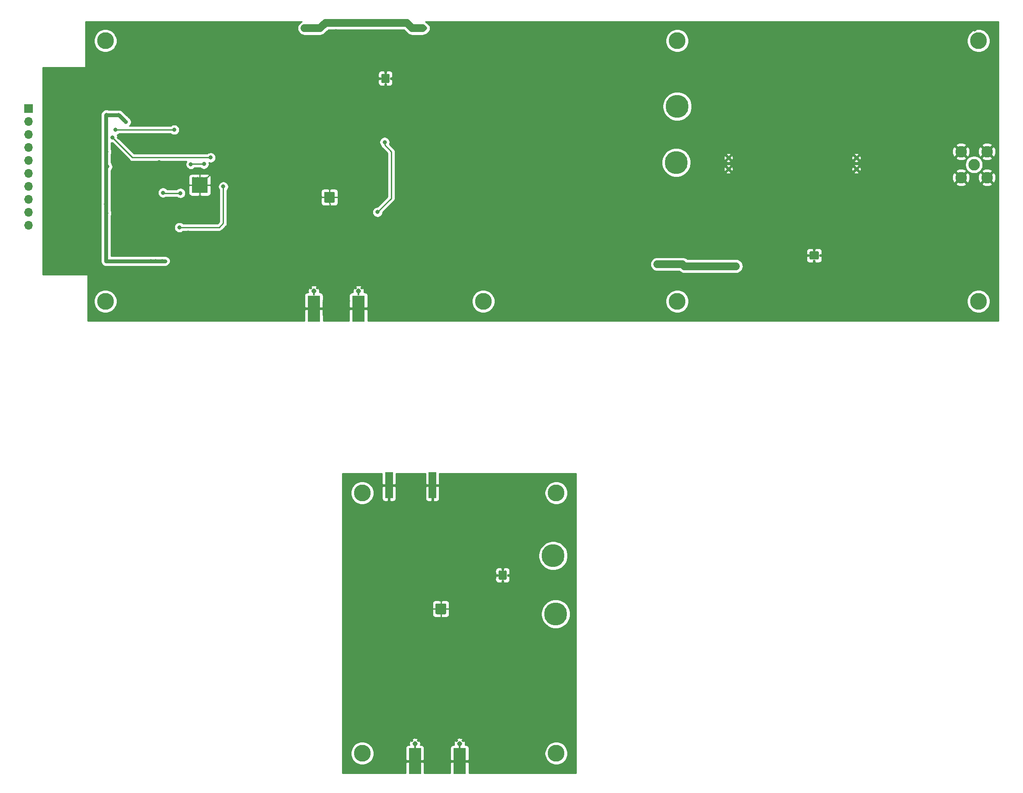
<source format=gbr>
G04 #@! TF.GenerationSoftware,KiCad,Pcbnew,5.1.5-52549c5~84~ubuntu18.04.1*
G04 #@! TF.CreationDate,2020-04-26T13:35:48+09:30*
G04 #@! TF.ProjectId,SpecAnFrontEnd,53706563-416e-4467-926f-6e74456e642e,rev?*
G04 #@! TF.SameCoordinates,Original*
G04 #@! TF.FileFunction,Copper,L2,Bot*
G04 #@! TF.FilePolarity,Positive*
%FSLAX46Y46*%
G04 Gerber Fmt 4.6, Leading zero omitted, Abs format (unit mm)*
G04 Created by KiCad (PCBNEW 5.1.5-52549c5~84~ubuntu18.04.1) date 2020-04-26 13:35:48*
%MOMM*%
%LPD*%
G04 APERTURE LIST*
%ADD10C,2.250000*%
%ADD11C,0.610000*%
%ADD12R,2.420000X5.080000*%
%ADD13C,0.970000*%
%ADD14R,0.460000X0.950000*%
%ADD15R,1.500000X5.080000*%
%ADD16C,0.100000*%
%ADD17C,0.500000*%
%ADD18C,0.600000*%
%ADD19C,4.500880*%
%ADD20R,1.700000X1.700000*%
%ADD21O,1.700000X1.700000*%
%ADD22R,3.100000X3.100000*%
%ADD23C,0.800000*%
%ADD24C,3.300000*%
%ADD25C,0.750000*%
%ADD26C,0.250000*%
%ADD27C,1.500000*%
%ADD28C,0.254000*%
G04 APERTURE END LIST*
D10*
X217100000Y-49700000D03*
X214560000Y-52240000D03*
X219640000Y-52240000D03*
X219640000Y-47160000D03*
X214560000Y-47160000D03*
D11*
X194065000Y-50575000D03*
X194065000Y-48365000D03*
X169020000Y-50575000D03*
X169020000Y-48365000D03*
D12*
X107620000Y-166520000D03*
X116380000Y-166520000D03*
D13*
X107620000Y-163080000D03*
X116380000Y-163080000D03*
D14*
X107620000Y-163530000D03*
X116380000Y-163530000D03*
D15*
X111050000Y-112500000D03*
X102550000Y-112500000D03*
D14*
X96580000Y-74910000D03*
X87820000Y-74910000D03*
D13*
X96580000Y-74460000D03*
X87820000Y-74460000D03*
D12*
X96580000Y-77900000D03*
X87820000Y-77900000D03*
G04 #@! TA.AperFunction,Conductor*
D16*
G36*
X186474504Y-66701204D02*
G01*
X186498773Y-66704804D01*
X186522571Y-66710765D01*
X186545671Y-66719030D01*
X186567849Y-66729520D01*
X186588893Y-66742133D01*
X186608598Y-66756747D01*
X186626777Y-66773223D01*
X186643253Y-66791402D01*
X186657867Y-66811107D01*
X186670480Y-66832151D01*
X186680970Y-66854329D01*
X186689235Y-66877429D01*
X186695196Y-66901227D01*
X186698796Y-66925496D01*
X186700000Y-66950000D01*
X186700000Y-68050000D01*
X186698796Y-68074504D01*
X186695196Y-68098773D01*
X186689235Y-68122571D01*
X186680970Y-68145671D01*
X186670480Y-68167849D01*
X186657867Y-68188893D01*
X186643253Y-68208598D01*
X186626777Y-68226777D01*
X186608598Y-68243253D01*
X186588893Y-68257867D01*
X186567849Y-68270480D01*
X186545671Y-68280970D01*
X186522571Y-68289235D01*
X186498773Y-68295196D01*
X186474504Y-68298796D01*
X186450000Y-68300000D01*
X185150000Y-68300000D01*
X185125496Y-68298796D01*
X185101227Y-68295196D01*
X185077429Y-68289235D01*
X185054329Y-68280970D01*
X185032151Y-68270480D01*
X185011107Y-68257867D01*
X184991402Y-68243253D01*
X184973223Y-68226777D01*
X184956747Y-68208598D01*
X184942133Y-68188893D01*
X184929520Y-68167849D01*
X184919030Y-68145671D01*
X184910765Y-68122571D01*
X184904804Y-68098773D01*
X184901204Y-68074504D01*
X184900000Y-68050000D01*
X184900000Y-66950000D01*
X184901204Y-66925496D01*
X184904804Y-66901227D01*
X184910765Y-66877429D01*
X184919030Y-66854329D01*
X184929520Y-66832151D01*
X184942133Y-66811107D01*
X184956747Y-66791402D01*
X184973223Y-66773223D01*
X184991402Y-66756747D01*
X185011107Y-66742133D01*
X185032151Y-66729520D01*
X185054329Y-66719030D01*
X185077429Y-66710765D01*
X185101227Y-66704804D01*
X185125496Y-66701204D01*
X185150000Y-66700000D01*
X186450000Y-66700000D01*
X186474504Y-66701204D01*
G37*
G04 #@! TD.AperFunction*
D17*
X186450000Y-66950000D03*
X186450000Y-68050000D03*
X185150000Y-66950000D03*
X185150000Y-68050000D03*
D18*
X113450000Y-137450000D03*
X112700000Y-137450000D03*
X111950000Y-137450000D03*
X113450000Y-136700000D03*
X112700000Y-136700000D03*
X111950000Y-136700000D03*
X113450000Y-135950000D03*
X112700000Y-135950000D03*
X111950000Y-135950000D03*
G04 #@! TA.AperFunction,Conductor*
D16*
G36*
X113524504Y-135651204D02*
G01*
X113548773Y-135654804D01*
X113572571Y-135660765D01*
X113595671Y-135669030D01*
X113617849Y-135679520D01*
X113638893Y-135692133D01*
X113658598Y-135706747D01*
X113676777Y-135723223D01*
X113693253Y-135741402D01*
X113707867Y-135761107D01*
X113720480Y-135782151D01*
X113730970Y-135804329D01*
X113739235Y-135827429D01*
X113745196Y-135851227D01*
X113748796Y-135875496D01*
X113750000Y-135900000D01*
X113750000Y-137500000D01*
X113748796Y-137524504D01*
X113745196Y-137548773D01*
X113739235Y-137572571D01*
X113730970Y-137595671D01*
X113720480Y-137617849D01*
X113707867Y-137638893D01*
X113693253Y-137658598D01*
X113676777Y-137676777D01*
X113658598Y-137693253D01*
X113638893Y-137707867D01*
X113617849Y-137720480D01*
X113595671Y-137730970D01*
X113572571Y-137739235D01*
X113548773Y-137745196D01*
X113524504Y-137748796D01*
X113500000Y-137750000D01*
X111900000Y-137750000D01*
X111875496Y-137748796D01*
X111851227Y-137745196D01*
X111827429Y-137739235D01*
X111804329Y-137730970D01*
X111782151Y-137720480D01*
X111761107Y-137707867D01*
X111741402Y-137693253D01*
X111723223Y-137676777D01*
X111706747Y-137658598D01*
X111692133Y-137638893D01*
X111679520Y-137617849D01*
X111669030Y-137595671D01*
X111660765Y-137572571D01*
X111654804Y-137548773D01*
X111651204Y-137524504D01*
X111650000Y-137500000D01*
X111650000Y-135900000D01*
X111651204Y-135875496D01*
X111654804Y-135851227D01*
X111660765Y-135827429D01*
X111669030Y-135804329D01*
X111679520Y-135782151D01*
X111692133Y-135761107D01*
X111706747Y-135741402D01*
X111723223Y-135723223D01*
X111741402Y-135706747D01*
X111761107Y-135692133D01*
X111782151Y-135679520D01*
X111804329Y-135669030D01*
X111827429Y-135660765D01*
X111851227Y-135654804D01*
X111875496Y-135651204D01*
X111900000Y-135650000D01*
X113500000Y-135650000D01*
X113524504Y-135651204D01*
G37*
G04 #@! TD.AperFunction*
D17*
X124250000Y-129450000D03*
X125350000Y-129450000D03*
X124250000Y-130750000D03*
X125350000Y-130750000D03*
G04 #@! TA.AperFunction,Conductor*
D16*
G36*
X125374504Y-129201204D02*
G01*
X125398773Y-129204804D01*
X125422571Y-129210765D01*
X125445671Y-129219030D01*
X125467849Y-129229520D01*
X125488893Y-129242133D01*
X125508598Y-129256747D01*
X125526777Y-129273223D01*
X125543253Y-129291402D01*
X125557867Y-129311107D01*
X125570480Y-129332151D01*
X125580970Y-129354329D01*
X125589235Y-129377429D01*
X125595196Y-129401227D01*
X125598796Y-129425496D01*
X125600000Y-129450000D01*
X125600000Y-130750000D01*
X125598796Y-130774504D01*
X125595196Y-130798773D01*
X125589235Y-130822571D01*
X125580970Y-130845671D01*
X125570480Y-130867849D01*
X125557867Y-130888893D01*
X125543253Y-130908598D01*
X125526777Y-130926777D01*
X125508598Y-130943253D01*
X125488893Y-130957867D01*
X125467849Y-130970480D01*
X125445671Y-130980970D01*
X125422571Y-130989235D01*
X125398773Y-130995196D01*
X125374504Y-130998796D01*
X125350000Y-131000000D01*
X124250000Y-131000000D01*
X124225496Y-130998796D01*
X124201227Y-130995196D01*
X124177429Y-130989235D01*
X124154329Y-130980970D01*
X124132151Y-130970480D01*
X124111107Y-130957867D01*
X124091402Y-130943253D01*
X124073223Y-130926777D01*
X124056747Y-130908598D01*
X124042133Y-130888893D01*
X124029520Y-130867849D01*
X124019030Y-130845671D01*
X124010765Y-130822571D01*
X124004804Y-130798773D01*
X124001204Y-130774504D01*
X124000000Y-130750000D01*
X124000000Y-129450000D01*
X124001204Y-129425496D01*
X124004804Y-129401227D01*
X124010765Y-129377429D01*
X124019030Y-129354329D01*
X124029520Y-129332151D01*
X124042133Y-129311107D01*
X124056747Y-129291402D01*
X124073223Y-129273223D01*
X124091402Y-129256747D01*
X124111107Y-129242133D01*
X124132151Y-129229520D01*
X124154329Y-129219030D01*
X124177429Y-129210765D01*
X124201227Y-129204804D01*
X124225496Y-129201204D01*
X124250000Y-129200000D01*
X125350000Y-129200000D01*
X125374504Y-129201204D01*
G37*
G04 #@! TD.AperFunction*
D17*
X101300000Y-32175000D03*
X102400000Y-32175000D03*
X101300000Y-33475000D03*
X102400000Y-33475000D03*
G04 #@! TA.AperFunction,Conductor*
D16*
G36*
X102424504Y-31926204D02*
G01*
X102448773Y-31929804D01*
X102472571Y-31935765D01*
X102495671Y-31944030D01*
X102517849Y-31954520D01*
X102538893Y-31967133D01*
X102558598Y-31981747D01*
X102576777Y-31998223D01*
X102593253Y-32016402D01*
X102607867Y-32036107D01*
X102620480Y-32057151D01*
X102630970Y-32079329D01*
X102639235Y-32102429D01*
X102645196Y-32126227D01*
X102648796Y-32150496D01*
X102650000Y-32175000D01*
X102650000Y-33475000D01*
X102648796Y-33499504D01*
X102645196Y-33523773D01*
X102639235Y-33547571D01*
X102630970Y-33570671D01*
X102620480Y-33592849D01*
X102607867Y-33613893D01*
X102593253Y-33633598D01*
X102576777Y-33651777D01*
X102558598Y-33668253D01*
X102538893Y-33682867D01*
X102517849Y-33695480D01*
X102495671Y-33705970D01*
X102472571Y-33714235D01*
X102448773Y-33720196D01*
X102424504Y-33723796D01*
X102400000Y-33725000D01*
X101300000Y-33725000D01*
X101275496Y-33723796D01*
X101251227Y-33720196D01*
X101227429Y-33714235D01*
X101204329Y-33705970D01*
X101182151Y-33695480D01*
X101161107Y-33682867D01*
X101141402Y-33668253D01*
X101123223Y-33651777D01*
X101106747Y-33633598D01*
X101092133Y-33613893D01*
X101079520Y-33592849D01*
X101069030Y-33570671D01*
X101060765Y-33547571D01*
X101054804Y-33523773D01*
X101051204Y-33499504D01*
X101050000Y-33475000D01*
X101050000Y-32175000D01*
X101051204Y-32150496D01*
X101054804Y-32126227D01*
X101060765Y-32102429D01*
X101069030Y-32079329D01*
X101079520Y-32057151D01*
X101092133Y-32036107D01*
X101106747Y-32016402D01*
X101123223Y-31998223D01*
X101141402Y-31981747D01*
X101161107Y-31967133D01*
X101182151Y-31954520D01*
X101204329Y-31944030D01*
X101227429Y-31935765D01*
X101251227Y-31929804D01*
X101275496Y-31926204D01*
X101300000Y-31925000D01*
X102400000Y-31925000D01*
X102424504Y-31926204D01*
G37*
G04 #@! TD.AperFunction*
D19*
X135200000Y-137700000D03*
X134700000Y-126300000D03*
X158800000Y-49300000D03*
X159000000Y-38300000D03*
D18*
X90150000Y-56850000D03*
X90150000Y-56100000D03*
X90150000Y-55350000D03*
X90900000Y-56850000D03*
X90900000Y-56100000D03*
X90900000Y-55350000D03*
X91650000Y-56850000D03*
X91650000Y-56100000D03*
X91650000Y-55350000D03*
G04 #@! TA.AperFunction,Conductor*
D16*
G36*
X91724504Y-55051204D02*
G01*
X91748773Y-55054804D01*
X91772571Y-55060765D01*
X91795671Y-55069030D01*
X91817849Y-55079520D01*
X91838893Y-55092133D01*
X91858598Y-55106747D01*
X91876777Y-55123223D01*
X91893253Y-55141402D01*
X91907867Y-55161107D01*
X91920480Y-55182151D01*
X91930970Y-55204329D01*
X91939235Y-55227429D01*
X91945196Y-55251227D01*
X91948796Y-55275496D01*
X91950000Y-55300000D01*
X91950000Y-56900000D01*
X91948796Y-56924504D01*
X91945196Y-56948773D01*
X91939235Y-56972571D01*
X91930970Y-56995671D01*
X91920480Y-57017849D01*
X91907867Y-57038893D01*
X91893253Y-57058598D01*
X91876777Y-57076777D01*
X91858598Y-57093253D01*
X91838893Y-57107867D01*
X91817849Y-57120480D01*
X91795671Y-57130970D01*
X91772571Y-57139235D01*
X91748773Y-57145196D01*
X91724504Y-57148796D01*
X91700000Y-57150000D01*
X90100000Y-57150000D01*
X90075496Y-57148796D01*
X90051227Y-57145196D01*
X90027429Y-57139235D01*
X90004329Y-57130970D01*
X89982151Y-57120480D01*
X89961107Y-57107867D01*
X89941402Y-57093253D01*
X89923223Y-57076777D01*
X89906747Y-57058598D01*
X89892133Y-57038893D01*
X89879520Y-57017849D01*
X89869030Y-56995671D01*
X89860765Y-56972571D01*
X89854804Y-56948773D01*
X89851204Y-56924504D01*
X89850000Y-56900000D01*
X89850000Y-55300000D01*
X89851204Y-55275496D01*
X89854804Y-55251227D01*
X89860765Y-55227429D01*
X89869030Y-55204329D01*
X89879520Y-55182151D01*
X89892133Y-55161107D01*
X89906747Y-55141402D01*
X89923223Y-55123223D01*
X89941402Y-55106747D01*
X89961107Y-55092133D01*
X89982151Y-55079520D01*
X90004329Y-55069030D01*
X90027429Y-55060765D01*
X90051227Y-55054804D01*
X90075496Y-55051204D01*
X90100000Y-55050000D01*
X91700000Y-55050000D01*
X91724504Y-55051204D01*
G37*
G04 #@! TD.AperFunction*
D20*
X32000000Y-38740000D03*
D21*
X32000000Y-41280000D03*
X32000000Y-43820000D03*
X32000000Y-46360000D03*
X32000000Y-48900000D03*
X32000000Y-51440000D03*
X32000000Y-53980000D03*
X32000000Y-56520000D03*
X32000000Y-59060000D03*
X32000000Y-61600000D03*
D17*
X64200000Y-52400000D03*
X65066667Y-52400000D03*
X65933333Y-52400000D03*
X66800000Y-52400000D03*
X64200000Y-53266667D03*
X65066667Y-53266667D03*
X65933333Y-53266667D03*
X66800000Y-53266667D03*
X64200000Y-54133333D03*
X65066667Y-54133333D03*
X65933333Y-54133333D03*
X66800000Y-54133333D03*
X64200000Y-55000000D03*
X65066667Y-55000000D03*
X65933333Y-55000000D03*
X66800000Y-55000000D03*
D22*
X65500000Y-53700000D03*
D23*
X100900000Y-27200000D03*
X92300000Y-27200000D03*
X101000000Y-25400000D03*
X101000000Y-23700000D03*
X92200000Y-23600000D03*
X92300000Y-25400000D03*
X96600000Y-78600000D03*
X96500000Y-76400000D03*
X87900000Y-78700000D03*
X87800000Y-76300000D03*
X109200000Y-68000000D03*
X110700000Y-68000000D03*
X112100000Y-68000000D03*
D24*
X121000000Y-25470000D03*
D23*
X109700000Y-145800000D03*
X101100000Y-142300000D03*
X110500000Y-124900000D03*
X137100000Y-120400000D03*
X111200000Y-114200000D03*
X102700000Y-114200000D03*
X181820000Y-47100000D03*
X181820000Y-52180000D03*
X181820000Y-50910000D03*
X181820000Y-49640000D03*
X196960000Y-58360000D03*
X196960000Y-39310000D03*
X198230000Y-58360000D03*
X198230000Y-39310000D03*
X104600000Y-110800000D03*
X104200000Y-112800000D03*
X104300000Y-114600000D03*
X104000000Y-116600000D03*
X102800000Y-118100000D03*
X101400000Y-119600000D03*
X100100000Y-120800000D03*
X98700000Y-122100000D03*
X97300000Y-123500000D03*
X96100000Y-124900000D03*
X94900000Y-125900000D03*
X94100000Y-127200000D03*
X101300000Y-116400000D03*
X96500000Y-117400000D03*
X95800000Y-120800000D03*
X93900000Y-121000000D03*
X93900000Y-117100000D03*
X93900000Y-113400000D03*
X93800000Y-110700000D03*
X96600000Y-110600000D03*
X99400000Y-110600000D03*
X100500000Y-112700000D03*
X120500000Y-123700000D03*
X114500000Y-127300000D03*
X114700000Y-131000000D03*
X108200000Y-127600000D03*
X129400000Y-137600000D03*
X110300000Y-147600000D03*
X108700000Y-147600000D03*
X107700000Y-144300000D03*
X107700000Y-142300000D03*
X109300000Y-141400000D03*
X110900000Y-139900000D03*
X109300000Y-138900000D03*
X107500000Y-139400000D03*
X106000000Y-139500000D03*
X104200000Y-139400000D03*
X103000000Y-139500000D03*
X103000000Y-141100000D03*
X103200000Y-143000000D03*
X101400000Y-144300000D03*
X99300000Y-143800000D03*
X99200000Y-142200000D03*
X99200000Y-140400000D03*
X97400000Y-139500000D03*
X95100000Y-139200000D03*
X94400000Y-136500000D03*
X94000000Y-133800000D03*
X93900000Y-131300000D03*
X93900000Y-129300000D03*
X132900000Y-131100000D03*
X132900000Y-129600000D03*
X137200000Y-118600000D03*
X138600000Y-120400000D03*
X137200000Y-122600000D03*
X138500000Y-123700000D03*
X138500000Y-117400000D03*
X138800000Y-114400000D03*
X138600000Y-111500000D03*
X136100000Y-111100000D03*
X132000000Y-110900000D03*
X128900000Y-111000000D03*
X125300000Y-110900000D03*
X122100000Y-110900000D03*
X119100000Y-110900000D03*
X116200000Y-110800000D03*
X113400000Y-111000000D03*
X113100000Y-113100000D03*
X113200000Y-115600000D03*
X111600000Y-116500000D03*
X109800000Y-116500000D03*
X109400000Y-114400000D03*
X109200000Y-111200000D03*
X113900000Y-118000000D03*
X114600000Y-120000000D03*
X114700000Y-121900000D03*
X113100000Y-122900000D03*
X111100000Y-123100000D03*
X108800000Y-123100000D03*
X107100000Y-123800000D03*
X105900000Y-124900000D03*
X104600000Y-126600000D03*
X102500000Y-127600000D03*
X102400000Y-129500000D03*
X100300000Y-129500000D03*
X109900000Y-118400000D03*
X109200000Y-120600000D03*
X107400000Y-121700000D03*
X105600000Y-123400000D03*
X103900000Y-125400000D03*
X102800000Y-126400000D03*
X101300000Y-127700000D03*
X98800000Y-136200000D03*
X99300000Y-129600000D03*
X110200000Y-149800000D03*
X110300000Y-152000000D03*
X110200000Y-154200000D03*
X110200000Y-156400000D03*
X109800000Y-158700000D03*
X110100000Y-160900000D03*
X109800000Y-162800000D03*
X109800000Y-166600000D03*
X105100000Y-166400000D03*
X105300000Y-164000000D03*
X106000000Y-162200000D03*
X107600000Y-161400000D03*
X105100000Y-168000000D03*
X101900000Y-168200000D03*
X99000000Y-168100000D03*
X96800000Y-168100000D03*
X94800000Y-168100000D03*
X93800000Y-165100000D03*
X94100000Y-161700000D03*
X94200000Y-158200000D03*
X94100000Y-155000000D03*
X94100000Y-152600000D03*
X94100000Y-149300000D03*
X94100000Y-146100000D03*
X94200000Y-143300000D03*
X94100000Y-140600000D03*
X116200000Y-155900000D03*
X118000000Y-158100000D03*
X117800000Y-161100000D03*
X118000000Y-162700000D03*
X114400000Y-163000000D03*
X114200000Y-166200000D03*
X118500000Y-166500000D03*
X118700000Y-164600000D03*
X118700000Y-168100000D03*
X121300000Y-168100000D03*
X124460000Y-167640000D03*
X127000000Y-167640000D03*
X129540000Y-167640000D03*
X132080000Y-167640000D03*
X135890000Y-167640000D03*
X138430000Y-166370000D03*
X138430000Y-163830000D03*
X138430000Y-161290000D03*
X138430000Y-158750000D03*
X138430000Y-156210000D03*
X138430000Y-153670000D03*
X138430000Y-149860000D03*
X138430000Y-151130000D03*
X138430000Y-147320000D03*
X138430000Y-144780000D03*
X138430000Y-143510000D03*
X138430000Y-140970000D03*
X138430000Y-138430000D03*
X138430000Y-135890000D03*
X137160000Y-133350000D03*
X138430000Y-132080000D03*
X138430000Y-129540000D03*
X138430000Y-127000000D03*
X135890000Y-129540000D03*
X134620000Y-133350000D03*
X133350000Y-134620000D03*
X130810000Y-134620000D03*
X127000000Y-134620000D03*
X125730000Y-133350000D03*
X124800000Y-132200000D03*
X120650000Y-132080000D03*
X119380000Y-133350000D03*
X116840000Y-134620000D03*
X121920000Y-133350000D03*
X130810000Y-125730000D03*
X132080000Y-123190000D03*
X132080000Y-120650000D03*
X132080000Y-118110000D03*
X132080000Y-115570000D03*
X130810000Y-114300000D03*
X128270000Y-115570000D03*
X125730000Y-113030000D03*
X125730000Y-118110000D03*
X120650000Y-115570000D03*
X119380000Y-120650000D03*
X123190000Y-120650000D03*
X128270000Y-120650000D03*
X115570000Y-153670000D03*
X115570000Y-151130000D03*
X115570000Y-148590000D03*
X115570000Y-146050000D03*
X115570000Y-143510000D03*
X114300000Y-140970000D03*
X115570000Y-139700000D03*
X118110000Y-140970000D03*
X120650000Y-140970000D03*
X123190000Y-140970000D03*
X125730000Y-140970000D03*
X128270000Y-140970000D03*
X130810000Y-140970000D03*
X133350000Y-140970000D03*
X135890000Y-142240000D03*
X97790000Y-147320000D03*
X97790000Y-154940000D03*
X104140000Y-156210000D03*
X102870000Y-149860000D03*
X100330000Y-160020000D03*
X119380000Y-146050000D03*
X127000000Y-146050000D03*
X133350000Y-146050000D03*
X121920000Y-152400000D03*
X121920000Y-158750000D03*
X123190000Y-163830000D03*
X129540000Y-160020000D03*
X127000000Y-153670000D03*
X130810000Y-149860000D03*
X135890000Y-149860000D03*
X134620000Y-158750000D03*
X102100000Y-133800000D03*
X101800000Y-134500000D03*
X122900000Y-132400000D03*
X124000000Y-134300000D03*
X89000000Y-68600000D03*
X93650000Y-68650000D03*
X108900000Y-28300000D03*
X95100000Y-37300000D03*
X105100000Y-38600000D03*
X105000000Y-41900000D03*
X111000000Y-49300000D03*
X101800000Y-47700000D03*
X96100000Y-49500000D03*
X100400000Y-55600000D03*
X96400000Y-43700000D03*
X109300000Y-31400000D03*
X54400000Y-39300000D03*
X51100000Y-38900000D03*
X45225000Y-35375000D03*
X58975000Y-32125000D03*
X58300000Y-39500000D03*
X73100000Y-37700000D03*
X74200000Y-30900000D03*
X74300000Y-27800000D03*
X81600000Y-33000000D03*
X77500000Y-35900000D03*
X49700000Y-44400000D03*
X49300000Y-47200000D03*
X49400000Y-49800000D03*
X56525000Y-60100000D03*
X60800000Y-60000000D03*
X61500000Y-60700000D03*
X55400000Y-65800000D03*
X56600000Y-65800000D03*
X78600000Y-57900000D03*
X78600000Y-57000000D03*
X73800000Y-57900000D03*
X73800000Y-56900000D03*
X81500000Y-55100000D03*
X69300000Y-40000000D03*
X68900000Y-36000000D03*
X57200000Y-44300000D03*
X57500000Y-49200000D03*
X79800000Y-47100000D03*
X80200000Y-50200000D03*
X74900000Y-50200000D03*
X74800000Y-47500000D03*
X74700000Y-53000000D03*
X36900000Y-67400000D03*
X39100000Y-67400000D03*
X41200000Y-67400000D03*
X43100000Y-67400000D03*
X44600000Y-67400000D03*
X191500000Y-71000000D03*
X180700000Y-67600000D03*
X179750000Y-66950000D03*
X179000000Y-64800000D03*
X185450000Y-59450000D03*
X186550000Y-59450000D03*
X44200000Y-41000000D03*
X44100000Y-38300000D03*
X44000000Y-57900000D03*
X49400000Y-57100000D03*
X49400000Y-60600000D03*
X44000000Y-59900000D03*
X44100000Y-62200000D03*
X44000000Y-65100000D03*
X44100000Y-69600000D03*
X44100000Y-71900000D03*
X44200000Y-74600000D03*
X44200000Y-77400000D03*
X44200000Y-79600000D03*
X46700000Y-79600000D03*
X49300000Y-79700000D03*
X52100000Y-79700000D03*
X54600000Y-79700000D03*
X58500000Y-79600000D03*
X61900000Y-79700000D03*
X65300000Y-79500000D03*
X55600000Y-60400000D03*
X56100000Y-63400000D03*
X63200000Y-63000000D03*
X61800000Y-64800000D03*
X63500000Y-64300000D03*
X68300000Y-79500000D03*
X71200000Y-79500000D03*
X74400000Y-79400000D03*
X77100000Y-79600000D03*
X80200000Y-79500000D03*
X82900000Y-79500000D03*
X85200000Y-79400000D03*
X85100000Y-76700000D03*
X85100000Y-74200000D03*
X86900000Y-72300000D03*
X89200000Y-73400000D03*
X90100000Y-79600000D03*
X90000000Y-76300000D03*
X90100000Y-71200000D03*
X88700000Y-66600000D03*
X87500000Y-63600000D03*
X87500000Y-60600000D03*
X86900000Y-58100000D03*
X84700000Y-62100000D03*
X82300000Y-62800000D03*
X80700000Y-64700000D03*
X77400000Y-64700000D03*
X74500000Y-65000000D03*
X72900000Y-67000000D03*
X73800000Y-70000000D03*
X70700000Y-70100000D03*
X67600000Y-69900000D03*
X64200000Y-69900000D03*
X61400000Y-70100000D03*
X57500000Y-70400000D03*
X53900000Y-70400000D03*
X50900000Y-66600000D03*
X50100000Y-63200000D03*
X54000000Y-74200000D03*
X62600000Y-75300000D03*
X74300000Y-74900000D03*
X82700000Y-69800000D03*
X58800000Y-30000000D03*
X60400000Y-28400000D03*
X62400000Y-26600000D03*
X63800000Y-25100000D03*
X68200000Y-25200000D03*
X72800000Y-25400000D03*
X76600000Y-25300000D03*
X81500000Y-25100000D03*
X83000000Y-27500000D03*
X83200000Y-32400000D03*
X78700000Y-29700000D03*
X74500000Y-38700000D03*
X72000000Y-43800000D03*
X67300000Y-37700000D03*
X67400000Y-44800000D03*
X75500000Y-44300000D03*
X78600000Y-44700000D03*
X77800000Y-41400000D03*
X81900000Y-40500000D03*
X84300000Y-38200000D03*
X86600000Y-39800000D03*
X85800000Y-43600000D03*
X86300000Y-47200000D03*
X86900000Y-51100000D03*
X83300000Y-52200000D03*
X83500000Y-46300000D03*
X86800000Y-34000000D03*
X86800000Y-25500000D03*
X89400000Y-25000000D03*
X90500000Y-30400000D03*
X88200000Y-32200000D03*
X87900000Y-28200000D03*
X98200000Y-27900000D03*
X94100000Y-27400000D03*
X93300000Y-28600000D03*
X92600000Y-34000000D03*
X91100000Y-34900000D03*
X95100000Y-33500000D03*
X100100000Y-29300000D03*
X101400000Y-30200000D03*
X102900000Y-28900000D03*
X107300000Y-25200000D03*
X110200000Y-25300000D03*
X110700000Y-28500000D03*
X100000000Y-35200000D03*
X103400000Y-35200000D03*
X107200000Y-35400000D03*
X111100000Y-35600000D03*
X111000000Y-41000000D03*
X111500000Y-44700000D03*
X113900000Y-47500000D03*
X118200000Y-49000000D03*
X122900000Y-48700000D03*
X125600000Y-45300000D03*
X129300000Y-42100000D03*
X133100000Y-40600000D03*
X137700000Y-40400000D03*
X140400000Y-41300000D03*
X143600000Y-40700000D03*
X148300000Y-40600000D03*
X115300000Y-41600000D03*
X118300000Y-43400000D03*
X121900000Y-41100000D03*
X124900000Y-38300000D03*
X128500000Y-36100000D03*
X137200000Y-35800000D03*
X133200000Y-35900000D03*
X142800000Y-36000000D03*
X147900000Y-35800000D03*
X114500000Y-23400000D03*
X114900000Y-28900000D03*
X114700000Y-33800000D03*
X114900000Y-37200000D03*
X118200000Y-23200000D03*
X123000000Y-23000000D03*
X129000000Y-22900000D03*
X134500000Y-23000000D03*
X141900000Y-22900000D03*
X147900000Y-23400000D03*
X152300000Y-22700000D03*
X156300000Y-23000000D03*
X163300000Y-23000000D03*
X170900000Y-22800000D03*
X177600000Y-22800000D03*
X183700000Y-22900000D03*
X190400000Y-23200000D03*
X199100000Y-22600000D03*
X204400000Y-22400000D03*
X211600000Y-22600000D03*
X217200000Y-23200000D03*
X220800000Y-29600000D03*
X221000000Y-36700000D03*
X220600000Y-42800000D03*
X221200000Y-56400000D03*
X209200000Y-52200000D03*
X211900000Y-52100000D03*
X209200000Y-46900000D03*
X211700000Y-47000000D03*
X201800000Y-52500000D03*
X205200000Y-52900000D03*
X206900000Y-52800000D03*
X207300000Y-44900000D03*
X205100000Y-44800000D03*
X202300000Y-44700000D03*
X205100000Y-41200000D03*
X201900000Y-41200000D03*
X199200000Y-41000000D03*
X196400000Y-41400000D03*
X196000000Y-44400000D03*
X197400000Y-44900000D03*
X197500000Y-53000000D03*
X195000000Y-52300000D03*
X192200000Y-51800000D03*
X190400000Y-52600000D03*
X187800000Y-52600000D03*
X184800000Y-52400000D03*
X184100000Y-49800000D03*
X185300000Y-49400000D03*
X191800000Y-47200000D03*
X194300000Y-46300000D03*
X190500000Y-45100000D03*
X187800000Y-45000000D03*
X185100000Y-44300000D03*
X182300000Y-44500000D03*
X180100000Y-44500000D03*
X178100000Y-45000000D03*
X175800000Y-44800000D03*
X173100000Y-44900000D03*
X172300000Y-46800000D03*
X170300000Y-47200000D03*
X168800000Y-46500000D03*
X167200000Y-46500000D03*
X164900000Y-46200000D03*
X162700000Y-46200000D03*
X161300000Y-46200000D03*
X159600000Y-45700000D03*
X158600000Y-44000000D03*
X158900000Y-42600000D03*
X157000000Y-41300000D03*
X154500000Y-40800000D03*
X153800000Y-42000000D03*
X153600000Y-44500000D03*
X153300000Y-48300000D03*
X155200000Y-48700000D03*
X156500000Y-46600000D03*
X156000000Y-44200000D03*
X155700000Y-50800000D03*
X157200000Y-52500000D03*
X159900000Y-53300000D03*
X161800000Y-52700000D03*
X164800000Y-52600000D03*
X167600000Y-52400000D03*
X171000000Y-52700000D03*
X172200000Y-51700000D03*
X172000000Y-54000000D03*
X171800000Y-56800000D03*
X176200000Y-57100000D03*
X181000000Y-57600000D03*
X181900000Y-54400000D03*
X171800000Y-61400000D03*
X174900000Y-61900000D03*
X171900000Y-59100000D03*
X153300000Y-52900000D03*
X153300000Y-59100000D03*
X153800000Y-65600000D03*
X157800000Y-66400000D03*
X161100000Y-67100000D03*
X165500000Y-67300000D03*
X169400000Y-66700000D03*
X172700000Y-66800000D03*
X220300000Y-61600000D03*
X220100000Y-66600000D03*
X220200000Y-72200000D03*
X220800000Y-79300000D03*
X214100000Y-78600000D03*
X208200000Y-78300000D03*
X200000000Y-78900000D03*
X197000000Y-79500000D03*
X177700000Y-79500000D03*
X171400000Y-79200000D03*
X164400000Y-79200000D03*
X157100000Y-79600000D03*
X149400000Y-79300000D03*
X142000000Y-79100000D03*
X134500000Y-78900000D03*
X128700000Y-79700000D03*
X120100000Y-79200000D03*
X110900000Y-79200000D03*
X103600000Y-79100000D03*
X140900000Y-48100000D03*
X134100000Y-56500000D03*
X120300000Y-60300000D03*
X136800000Y-67600000D03*
X145000000Y-60900000D03*
X140000000Y-29200000D03*
X168700000Y-30200000D03*
X182800000Y-30300000D03*
X199900000Y-29800000D03*
X209900000Y-29700000D03*
X174600000Y-36200000D03*
X184300000Y-37400000D03*
X192900000Y-34600000D03*
X199800000Y-63400000D03*
X210600000Y-64700000D03*
X203900000Y-72000000D03*
X94400000Y-79200000D03*
X94500000Y-76400000D03*
X94300000Y-73800000D03*
X94400000Y-71500000D03*
X94000000Y-70200000D03*
X94000000Y-67100000D03*
X94400000Y-64900000D03*
X94800000Y-63500000D03*
X94600000Y-62200000D03*
X95000000Y-60700000D03*
X93500000Y-59200000D03*
X97000000Y-61300000D03*
X99800000Y-61000000D03*
X97000000Y-64400000D03*
X97800000Y-68500000D03*
X102300000Y-73200000D03*
X108500000Y-72700000D03*
X109400000Y-58400000D03*
X115600000Y-52800000D03*
X115400000Y-60700000D03*
X122300000Y-67000000D03*
X127100000Y-54900000D03*
X130500000Y-63300000D03*
X129300000Y-71900000D03*
X117900000Y-72100000D03*
X88600000Y-64800000D03*
X88100000Y-62000000D03*
X88100000Y-58900000D03*
X87300000Y-54100000D03*
X88500000Y-53000000D03*
X92700000Y-52600000D03*
X93500000Y-53500000D03*
X95200000Y-57500000D03*
X98200000Y-57300000D03*
X90500000Y-72800000D03*
X90200000Y-74300000D03*
X104400000Y-52100000D03*
X105600000Y-58400000D03*
X104500000Y-64300000D03*
X104700000Y-44900000D03*
X109000000Y-64200000D03*
X114300000Y-64500000D03*
X112200000Y-73200000D03*
X105700000Y-31400000D03*
X100300000Y-59000000D03*
X101700000Y-45300000D03*
X58299996Y-55200000D03*
X61700000Y-55300000D03*
X61500000Y-62000000D03*
X70100000Y-54000000D03*
X67625000Y-48325000D03*
X48400000Y-44400000D03*
X60500000Y-42900000D03*
X49000000Y-42900000D03*
X47200000Y-59200000D03*
X47400000Y-50100000D03*
X47200000Y-47200000D03*
X66300000Y-49600000D03*
X63750000Y-49650000D03*
X49600000Y-40000000D03*
X50550000Y-40850000D03*
X51050000Y-41350000D03*
X47100004Y-57400000D03*
X56900000Y-68600000D03*
X58100000Y-68600000D03*
X55900000Y-68600000D03*
D24*
X47000000Y-25470000D03*
X218000000Y-25470000D03*
X218000000Y-76470000D03*
X47000000Y-76470000D03*
X159000000Y-25470000D03*
X121000000Y-76470000D03*
X159000000Y-76470000D03*
X97300000Y-114000000D03*
X135300000Y-114000000D03*
X97300000Y-165000000D03*
X135300000Y-165000000D03*
D23*
X167100000Y-69600000D03*
X168500000Y-69600000D03*
X170500000Y-69600000D03*
X169700000Y-69600000D03*
X155100000Y-69200000D03*
X156700000Y-69200000D03*
X157900000Y-69200000D03*
X159300000Y-69200000D03*
X107100000Y-23000000D03*
X108400000Y-23000000D03*
X109600000Y-23000000D03*
X86000000Y-23000000D03*
X87400000Y-23000000D03*
X88600000Y-23000000D03*
D25*
X92200000Y-23600000D02*
X92200000Y-27900000D01*
X101000000Y-23700000D02*
X101000000Y-27800000D01*
X92300000Y-27600000D02*
X93300000Y-28600000D01*
X92300000Y-27200000D02*
X92300000Y-27600000D01*
X101200000Y-27200000D02*
X102900000Y-28900000D01*
X100900000Y-27200000D02*
X101200000Y-27200000D01*
D26*
X65500000Y-53700000D02*
X67500000Y-53700000D01*
X65500000Y-53700000D02*
X63500000Y-53700000D01*
X65500000Y-53700000D02*
X65500000Y-51400000D01*
X65500000Y-53700000D02*
X65500000Y-55900000D01*
X66800000Y-52400000D02*
X67600000Y-51600000D01*
X90150000Y-56100000D02*
X88500000Y-56100000D01*
X91650000Y-56100000D02*
X93100000Y-56100000D01*
X90900000Y-55350000D02*
X90900000Y-54200000D01*
X90900000Y-57274264D02*
X91000000Y-57374264D01*
X90900000Y-56850000D02*
X90900000Y-57274264D01*
X91000000Y-57374264D02*
X91000000Y-58100000D01*
X112700000Y-136700000D02*
X114600000Y-136700000D01*
X111950000Y-136700000D02*
X110200000Y-136700000D01*
X112700000Y-135950000D02*
X112700000Y-135525736D01*
X112700000Y-135525736D02*
X112700000Y-134700000D01*
X112700000Y-136700000D02*
X112700000Y-138900000D01*
X112700000Y-138900000D02*
X112800000Y-139000000D01*
X101700000Y-45865685D02*
X103000000Y-47165685D01*
X101700000Y-45300000D02*
X101700000Y-45865685D01*
X103000000Y-56300000D02*
X100300000Y-59000000D01*
X103000000Y-47165685D02*
X103000000Y-56300000D01*
X58399996Y-55300000D02*
X58299996Y-55200000D01*
X61700000Y-55300000D02*
X58399996Y-55300000D01*
X61500000Y-62000000D02*
X69300000Y-62000000D01*
X70100000Y-61200000D02*
X70100000Y-54565685D01*
X69300000Y-62000000D02*
X70100000Y-61200000D01*
X70100000Y-54565685D02*
X70100000Y-54000000D01*
X48799999Y-44799999D02*
X48400000Y-44400000D01*
X52325000Y-48325000D02*
X48799999Y-44799999D01*
X67625000Y-48325000D02*
X52325000Y-48325000D01*
X60500000Y-42900000D02*
X60500000Y-42900000D01*
X49000000Y-42900000D02*
X49000000Y-42900000D01*
X49000000Y-42900000D02*
X60500000Y-42900000D01*
X63800000Y-49600000D02*
X63750000Y-49650000D01*
X66300000Y-49600000D02*
X63800000Y-49600000D01*
D25*
X47100000Y-40000000D02*
X47200000Y-39900000D01*
X47100000Y-40000000D02*
X49600000Y-40000000D01*
X49600000Y-40000000D02*
X49700000Y-40000000D01*
X49700000Y-40000000D02*
X50550000Y-40850000D01*
X49600000Y-40000000D02*
X49600000Y-40000000D01*
X50550000Y-40850000D02*
X50800000Y-41100000D01*
X47100004Y-68599996D02*
X47100004Y-57965685D01*
X47100000Y-40000000D02*
X47100004Y-40000004D01*
X47100004Y-57965685D02*
X47100004Y-57400000D01*
X47100004Y-56834315D02*
X47100004Y-57400000D01*
X47100000Y-68600000D02*
X47100004Y-68599996D01*
X47100004Y-40000004D02*
X47100004Y-56834315D01*
X47100000Y-68600000D02*
X55900000Y-68600000D01*
X56900000Y-68600000D02*
X58100000Y-68600000D01*
X58100000Y-68600000D02*
X58700000Y-68600000D01*
X55900000Y-68600000D02*
X56900000Y-68600000D01*
D27*
X160000000Y-69200000D02*
X155100000Y-69200000D01*
X170500000Y-69600000D02*
X160400000Y-69600000D01*
X160400000Y-69600000D02*
X160000000Y-69200000D01*
X86000000Y-23000000D02*
X89000000Y-23000000D01*
X89000000Y-23000000D02*
X89700000Y-22300000D01*
X89800000Y-22300000D02*
X90154990Y-21945010D01*
X89700000Y-22300000D02*
X89800000Y-22300000D01*
X106045010Y-21945010D02*
X107100000Y-23000000D01*
X90154990Y-21945010D02*
X106045010Y-21945010D01*
X107100000Y-23000000D02*
X109100000Y-23000000D01*
D28*
G36*
X101162316Y-110244386D02*
G01*
X101165000Y-112214250D01*
X101323750Y-112373000D01*
X102423000Y-112373000D01*
X102423000Y-112353000D01*
X102677000Y-112353000D01*
X102677000Y-112373000D01*
X103776250Y-112373000D01*
X103935000Y-112214250D01*
X103937676Y-110250445D01*
X109662341Y-110262945D01*
X109665000Y-112214250D01*
X109823750Y-112373000D01*
X110923000Y-112373000D01*
X110923000Y-112353000D01*
X111177000Y-112353000D01*
X111177000Y-112373000D01*
X112276250Y-112373000D01*
X112435000Y-112214250D01*
X112437650Y-110269004D01*
X138872783Y-110326723D01*
X138773217Y-168473000D01*
X118227272Y-168473000D01*
X118225000Y-166805750D01*
X118066250Y-166647000D01*
X116507000Y-166647000D01*
X116507000Y-166667000D01*
X116253000Y-166667000D01*
X116253000Y-166647000D01*
X114693750Y-166647000D01*
X114535000Y-166805750D01*
X114532728Y-168473000D01*
X109467272Y-168473000D01*
X109465000Y-166805750D01*
X109306250Y-166647000D01*
X107747000Y-166647000D01*
X107747000Y-166667000D01*
X107493000Y-166667000D01*
X107493000Y-166647000D01*
X105933750Y-166647000D01*
X105775000Y-166805750D01*
X105772728Y-168473000D01*
X93460000Y-168473000D01*
X93460000Y-164774947D01*
X95015000Y-164774947D01*
X95015000Y-165225053D01*
X95102811Y-165666510D01*
X95275059Y-166082353D01*
X95525125Y-166456603D01*
X95843397Y-166774875D01*
X96217647Y-167024941D01*
X96633490Y-167197189D01*
X97074947Y-167285000D01*
X97525053Y-167285000D01*
X97966510Y-167197189D01*
X98382353Y-167024941D01*
X98756603Y-166774875D01*
X99074875Y-166456603D01*
X99324941Y-166082353D01*
X99497189Y-165666510D01*
X99585000Y-165225053D01*
X99585000Y-164774947D01*
X99497189Y-164333490D01*
X99350769Y-163980000D01*
X105771928Y-163980000D01*
X105775000Y-166234250D01*
X105933750Y-166393000D01*
X107493000Y-166393000D01*
X107493000Y-166373000D01*
X107747000Y-166373000D01*
X107747000Y-166393000D01*
X109306250Y-166393000D01*
X109465000Y-166234250D01*
X109468072Y-163980000D01*
X114531928Y-163980000D01*
X114535000Y-166234250D01*
X114693750Y-166393000D01*
X116253000Y-166393000D01*
X116253000Y-166373000D01*
X116507000Y-166373000D01*
X116507000Y-166393000D01*
X118066250Y-166393000D01*
X118225000Y-166234250D01*
X118226988Y-164774947D01*
X133015000Y-164774947D01*
X133015000Y-165225053D01*
X133102811Y-165666510D01*
X133275059Y-166082353D01*
X133525125Y-166456603D01*
X133843397Y-166774875D01*
X134217647Y-167024941D01*
X134633490Y-167197189D01*
X135074947Y-167285000D01*
X135525053Y-167285000D01*
X135966510Y-167197189D01*
X136382353Y-167024941D01*
X136756603Y-166774875D01*
X137074875Y-166456603D01*
X137324941Y-166082353D01*
X137497189Y-165666510D01*
X137585000Y-165225053D01*
X137585000Y-164774947D01*
X137497189Y-164333490D01*
X137324941Y-163917647D01*
X137074875Y-163543397D01*
X136756603Y-163225125D01*
X136382353Y-162975059D01*
X135966510Y-162802811D01*
X135525053Y-162715000D01*
X135074947Y-162715000D01*
X134633490Y-162802811D01*
X134217647Y-162975059D01*
X133843397Y-163225125D01*
X133525125Y-163543397D01*
X133275059Y-163917647D01*
X133102811Y-164333490D01*
X133015000Y-164774947D01*
X118226988Y-164774947D01*
X118228072Y-163980000D01*
X118215812Y-163855518D01*
X118179502Y-163735820D01*
X118120537Y-163625506D01*
X118041185Y-163528815D01*
X117944494Y-163449463D01*
X117834180Y-163390498D01*
X117714482Y-163354188D01*
X117590000Y-163341928D01*
X117468986Y-163342330D01*
X117496981Y-163217555D01*
X117502355Y-162996999D01*
X117464596Y-162779633D01*
X117385158Y-162573811D01*
X117359316Y-162525466D01*
X117147416Y-162492189D01*
X117046695Y-162592910D01*
X116975048Y-162531669D01*
X116865937Y-162470507D01*
X116823647Y-162456748D01*
X116967811Y-162312584D01*
X116934534Y-162100684D01*
X116732824Y-162011317D01*
X116517555Y-161963019D01*
X116296999Y-161957645D01*
X116079633Y-161995404D01*
X115873811Y-162074842D01*
X115825466Y-162100684D01*
X115792189Y-162312584D01*
X115936353Y-162456748D01*
X115894063Y-162470507D01*
X115784952Y-162531669D01*
X115713305Y-162592910D01*
X115612584Y-162492189D01*
X115400684Y-162525466D01*
X115311317Y-162727176D01*
X115263019Y-162942445D01*
X115257645Y-163163001D01*
X115288795Y-163342323D01*
X115170000Y-163341928D01*
X115045518Y-163354188D01*
X114925820Y-163390498D01*
X114815506Y-163449463D01*
X114718815Y-163528815D01*
X114639463Y-163625506D01*
X114580498Y-163735820D01*
X114544188Y-163855518D01*
X114531928Y-163980000D01*
X109468072Y-163980000D01*
X109455812Y-163855518D01*
X109419502Y-163735820D01*
X109360537Y-163625506D01*
X109281185Y-163528815D01*
X109184494Y-163449463D01*
X109074180Y-163390498D01*
X108954482Y-163354188D01*
X108830000Y-163341928D01*
X108708986Y-163342330D01*
X108736981Y-163217555D01*
X108742355Y-162996999D01*
X108704596Y-162779633D01*
X108625158Y-162573811D01*
X108599316Y-162525466D01*
X108387416Y-162492189D01*
X108286695Y-162592910D01*
X108215048Y-162531669D01*
X108105937Y-162470507D01*
X108063647Y-162456748D01*
X108207811Y-162312584D01*
X108174534Y-162100684D01*
X107972824Y-162011317D01*
X107757555Y-161963019D01*
X107536999Y-161957645D01*
X107319633Y-161995404D01*
X107113811Y-162074842D01*
X107065466Y-162100684D01*
X107032189Y-162312584D01*
X107176353Y-162456748D01*
X107134063Y-162470507D01*
X107024952Y-162531669D01*
X106953305Y-162592910D01*
X106852584Y-162492189D01*
X106640684Y-162525466D01*
X106551317Y-162727176D01*
X106503019Y-162942445D01*
X106497645Y-163163001D01*
X106528795Y-163342323D01*
X106410000Y-163341928D01*
X106285518Y-163354188D01*
X106165820Y-163390498D01*
X106055506Y-163449463D01*
X105958815Y-163528815D01*
X105879463Y-163625506D01*
X105820498Y-163735820D01*
X105784188Y-163855518D01*
X105771928Y-163980000D01*
X99350769Y-163980000D01*
X99324941Y-163917647D01*
X99074875Y-163543397D01*
X98756603Y-163225125D01*
X98382353Y-162975059D01*
X97966510Y-162802811D01*
X97525053Y-162715000D01*
X97074947Y-162715000D01*
X96633490Y-162802811D01*
X96217647Y-162975059D01*
X95843397Y-163225125D01*
X95525125Y-163543397D01*
X95275059Y-163917647D01*
X95102811Y-164333490D01*
X95015000Y-164774947D01*
X93460000Y-164774947D01*
X93460000Y-135650000D01*
X111011928Y-135650000D01*
X111015000Y-136414250D01*
X111047243Y-136446493D01*
X111021836Y-136572998D01*
X111015000Y-136572998D01*
X111015000Y-136698534D01*
X111014829Y-136790355D01*
X111015000Y-136791223D01*
X111015000Y-136827002D01*
X111022048Y-136827002D01*
X111047013Y-136953737D01*
X111015000Y-136985750D01*
X111011928Y-137750000D01*
X111024188Y-137874482D01*
X111060498Y-137994180D01*
X111119463Y-138104494D01*
X111198815Y-138201185D01*
X111295506Y-138280537D01*
X111405820Y-138339502D01*
X111525518Y-138375812D01*
X111650000Y-138388072D01*
X112414250Y-138385000D01*
X112446493Y-138352757D01*
X112572998Y-138378164D01*
X112572998Y-138385000D01*
X112698534Y-138385000D01*
X112790355Y-138385171D01*
X112791223Y-138385000D01*
X112827002Y-138385000D01*
X112827002Y-138377952D01*
X112953737Y-138352987D01*
X112985750Y-138385000D01*
X113750000Y-138388072D01*
X113874482Y-138375812D01*
X113994180Y-138339502D01*
X114104494Y-138280537D01*
X114201185Y-138201185D01*
X114280537Y-138104494D01*
X114339502Y-137994180D01*
X114375812Y-137874482D01*
X114388072Y-137750000D01*
X114386729Y-137415809D01*
X132314560Y-137415809D01*
X132314560Y-137984191D01*
X132425446Y-138541652D01*
X132642957Y-139066768D01*
X132958733Y-139539361D01*
X133360639Y-139941267D01*
X133833232Y-140257043D01*
X134358348Y-140474554D01*
X134915809Y-140585440D01*
X135484191Y-140585440D01*
X136041652Y-140474554D01*
X136566768Y-140257043D01*
X137039361Y-139941267D01*
X137441267Y-139539361D01*
X137757043Y-139066768D01*
X137974554Y-138541652D01*
X138085440Y-137984191D01*
X138085440Y-137415809D01*
X137974554Y-136858348D01*
X137757043Y-136333232D01*
X137441267Y-135860639D01*
X137039361Y-135458733D01*
X136566768Y-135142957D01*
X136041652Y-134925446D01*
X135484191Y-134814560D01*
X134915809Y-134814560D01*
X134358348Y-134925446D01*
X133833232Y-135142957D01*
X133360639Y-135458733D01*
X132958733Y-135860639D01*
X132642957Y-136333232D01*
X132425446Y-136858348D01*
X132314560Y-137415809D01*
X114386729Y-137415809D01*
X114385000Y-136985750D01*
X114352757Y-136953507D01*
X114378164Y-136827002D01*
X114385000Y-136827002D01*
X114385000Y-136701466D01*
X114385171Y-136609645D01*
X114385000Y-136608777D01*
X114385000Y-136572998D01*
X114377952Y-136572998D01*
X114352987Y-136446263D01*
X114385000Y-136414250D01*
X114388072Y-135650000D01*
X114375812Y-135525518D01*
X114339502Y-135405820D01*
X114280537Y-135295506D01*
X114201185Y-135198815D01*
X114104494Y-135119463D01*
X113994180Y-135060498D01*
X113874482Y-135024188D01*
X113750000Y-135011928D01*
X112985750Y-135015000D01*
X112953507Y-135047243D01*
X112827002Y-135021836D01*
X112827002Y-135015000D01*
X112701466Y-135015000D01*
X112609645Y-135014829D01*
X112608777Y-135015000D01*
X112572998Y-135015000D01*
X112572998Y-135022048D01*
X112446263Y-135047013D01*
X112414250Y-135015000D01*
X111650000Y-135011928D01*
X111525518Y-135024188D01*
X111405820Y-135060498D01*
X111295506Y-135119463D01*
X111198815Y-135198815D01*
X111119463Y-135295506D01*
X111060498Y-135405820D01*
X111024188Y-135525518D01*
X111011928Y-135650000D01*
X93460000Y-135650000D01*
X93460000Y-129200000D01*
X123361928Y-129200000D01*
X123365000Y-129814250D01*
X123523750Y-129973000D01*
X123831658Y-129973000D01*
X123830141Y-130043807D01*
X123827784Y-130046164D01*
X123828937Y-130100000D01*
X123827784Y-130153836D01*
X123830141Y-130156193D01*
X123831658Y-130227000D01*
X123523750Y-130227000D01*
X123365000Y-130385750D01*
X123361928Y-131000000D01*
X123374188Y-131124482D01*
X123410498Y-131244180D01*
X123469463Y-131354494D01*
X123548815Y-131451185D01*
X123645506Y-131530537D01*
X123755820Y-131589502D01*
X123875518Y-131625812D01*
X124000000Y-131638072D01*
X124514250Y-131635000D01*
X124576416Y-131572834D01*
X124668174Y-131534827D01*
X124669351Y-131479899D01*
X124673000Y-131476250D01*
X124673000Y-131170484D01*
X124753836Y-131172216D01*
X124800000Y-131126052D01*
X124846164Y-131172216D01*
X124927000Y-131170484D01*
X124927000Y-131476250D01*
X124930649Y-131479899D01*
X124931826Y-131534827D01*
X125023344Y-131572594D01*
X125085750Y-131635000D01*
X125600000Y-131638072D01*
X125724482Y-131625812D01*
X125844180Y-131589502D01*
X125954494Y-131530537D01*
X126051185Y-131451185D01*
X126130537Y-131354494D01*
X126189502Y-131244180D01*
X126225812Y-131124482D01*
X126238072Y-131000000D01*
X126235000Y-130385750D01*
X126076250Y-130227000D01*
X125768342Y-130227000D01*
X125769859Y-130156193D01*
X125772216Y-130153836D01*
X125771063Y-130100000D01*
X125772216Y-130046164D01*
X125769859Y-130043807D01*
X125768342Y-129973000D01*
X126076250Y-129973000D01*
X126235000Y-129814250D01*
X126238072Y-129200000D01*
X126225812Y-129075518D01*
X126189502Y-128955820D01*
X126130537Y-128845506D01*
X126051185Y-128748815D01*
X125954494Y-128669463D01*
X125844180Y-128610498D01*
X125724482Y-128574188D01*
X125600000Y-128561928D01*
X125085750Y-128565000D01*
X125023584Y-128627166D01*
X124931826Y-128665173D01*
X124930649Y-128720101D01*
X124927000Y-128723750D01*
X124927000Y-129029516D01*
X124846164Y-129027784D01*
X124800000Y-129073948D01*
X124753836Y-129027784D01*
X124673000Y-129029516D01*
X124673000Y-128723750D01*
X124669351Y-128720101D01*
X124668174Y-128665173D01*
X124576656Y-128627406D01*
X124514250Y-128565000D01*
X124000000Y-128561928D01*
X123875518Y-128574188D01*
X123755820Y-128610498D01*
X123645506Y-128669463D01*
X123548815Y-128748815D01*
X123469463Y-128845506D01*
X123410498Y-128955820D01*
X123374188Y-129075518D01*
X123361928Y-129200000D01*
X93460000Y-129200000D01*
X93460000Y-126015809D01*
X131814560Y-126015809D01*
X131814560Y-126584191D01*
X131925446Y-127141652D01*
X132142957Y-127666768D01*
X132458733Y-128139361D01*
X132860639Y-128541267D01*
X133333232Y-128857043D01*
X133858348Y-129074554D01*
X134415809Y-129185440D01*
X134984191Y-129185440D01*
X135541652Y-129074554D01*
X136066768Y-128857043D01*
X136539361Y-128541267D01*
X136941267Y-128139361D01*
X137257043Y-127666768D01*
X137474554Y-127141652D01*
X137585440Y-126584191D01*
X137585440Y-126015809D01*
X137474554Y-125458348D01*
X137257043Y-124933232D01*
X136941267Y-124460639D01*
X136539361Y-124058733D01*
X136066768Y-123742957D01*
X135541652Y-123525446D01*
X134984191Y-123414560D01*
X134415809Y-123414560D01*
X133858348Y-123525446D01*
X133333232Y-123742957D01*
X132860639Y-124058733D01*
X132458733Y-124460639D01*
X132142957Y-124933232D01*
X131925446Y-125458348D01*
X131814560Y-126015809D01*
X93460000Y-126015809D01*
X93460000Y-113774947D01*
X95015000Y-113774947D01*
X95015000Y-114225053D01*
X95102811Y-114666510D01*
X95275059Y-115082353D01*
X95525125Y-115456603D01*
X95843397Y-115774875D01*
X96217647Y-116024941D01*
X96633490Y-116197189D01*
X97074947Y-116285000D01*
X97525053Y-116285000D01*
X97966510Y-116197189D01*
X98382353Y-116024941D01*
X98756603Y-115774875D01*
X99074875Y-115456603D01*
X99324941Y-115082353D01*
X99342484Y-115040000D01*
X101161928Y-115040000D01*
X101174188Y-115164482D01*
X101210498Y-115284180D01*
X101269463Y-115394494D01*
X101348815Y-115491185D01*
X101445506Y-115570537D01*
X101555820Y-115629502D01*
X101675518Y-115665812D01*
X101800000Y-115678072D01*
X102264250Y-115675000D01*
X102423000Y-115516250D01*
X102423000Y-112627000D01*
X102677000Y-112627000D01*
X102677000Y-115516250D01*
X102835750Y-115675000D01*
X103300000Y-115678072D01*
X103424482Y-115665812D01*
X103544180Y-115629502D01*
X103654494Y-115570537D01*
X103751185Y-115491185D01*
X103830537Y-115394494D01*
X103889502Y-115284180D01*
X103925812Y-115164482D01*
X103938072Y-115040000D01*
X109661928Y-115040000D01*
X109674188Y-115164482D01*
X109710498Y-115284180D01*
X109769463Y-115394494D01*
X109848815Y-115491185D01*
X109945506Y-115570537D01*
X110055820Y-115629502D01*
X110175518Y-115665812D01*
X110300000Y-115678072D01*
X110764250Y-115675000D01*
X110923000Y-115516250D01*
X110923000Y-112627000D01*
X111177000Y-112627000D01*
X111177000Y-115516250D01*
X111335750Y-115675000D01*
X111800000Y-115678072D01*
X111924482Y-115665812D01*
X112044180Y-115629502D01*
X112154494Y-115570537D01*
X112251185Y-115491185D01*
X112330537Y-115394494D01*
X112389502Y-115284180D01*
X112425812Y-115164482D01*
X112438072Y-115040000D01*
X112436349Y-113774947D01*
X133015000Y-113774947D01*
X133015000Y-114225053D01*
X133102811Y-114666510D01*
X133275059Y-115082353D01*
X133525125Y-115456603D01*
X133843397Y-115774875D01*
X134217647Y-116024941D01*
X134633490Y-116197189D01*
X135074947Y-116285000D01*
X135525053Y-116285000D01*
X135966510Y-116197189D01*
X136382353Y-116024941D01*
X136756603Y-115774875D01*
X137074875Y-115456603D01*
X137324941Y-115082353D01*
X137497189Y-114666510D01*
X137585000Y-114225053D01*
X137585000Y-113774947D01*
X137497189Y-113333490D01*
X137324941Y-112917647D01*
X137074875Y-112543397D01*
X136756603Y-112225125D01*
X136382353Y-111975059D01*
X135966510Y-111802811D01*
X135525053Y-111715000D01*
X135074947Y-111715000D01*
X134633490Y-111802811D01*
X134217647Y-111975059D01*
X133843397Y-112225125D01*
X133525125Y-112543397D01*
X133275059Y-112917647D01*
X133102811Y-113333490D01*
X133015000Y-113774947D01*
X112436349Y-113774947D01*
X112435000Y-112785750D01*
X112276250Y-112627000D01*
X111177000Y-112627000D01*
X110923000Y-112627000D01*
X109823750Y-112627000D01*
X109665000Y-112785750D01*
X109661928Y-115040000D01*
X103938072Y-115040000D01*
X103935000Y-112785750D01*
X103776250Y-112627000D01*
X102677000Y-112627000D01*
X102423000Y-112627000D01*
X101323750Y-112627000D01*
X101165000Y-112785750D01*
X101161928Y-115040000D01*
X99342484Y-115040000D01*
X99497189Y-114666510D01*
X99585000Y-114225053D01*
X99585000Y-113774947D01*
X99497189Y-113333490D01*
X99324941Y-112917647D01*
X99074875Y-112543397D01*
X98756603Y-112225125D01*
X98382353Y-111975059D01*
X97966510Y-111802811D01*
X97525053Y-111715000D01*
X97074947Y-111715000D01*
X96633490Y-111802811D01*
X96217647Y-111975059D01*
X95843397Y-112225125D01*
X95525125Y-112543397D01*
X95275059Y-112917647D01*
X95102811Y-113333490D01*
X95015000Y-113774947D01*
X93460000Y-113774947D01*
X93460000Y-110227568D01*
X101162316Y-110244386D01*
G37*
X101162316Y-110244386D02*
X101165000Y-112214250D01*
X101323750Y-112373000D01*
X102423000Y-112373000D01*
X102423000Y-112353000D01*
X102677000Y-112353000D01*
X102677000Y-112373000D01*
X103776250Y-112373000D01*
X103935000Y-112214250D01*
X103937676Y-110250445D01*
X109662341Y-110262945D01*
X109665000Y-112214250D01*
X109823750Y-112373000D01*
X110923000Y-112373000D01*
X110923000Y-112353000D01*
X111177000Y-112353000D01*
X111177000Y-112373000D01*
X112276250Y-112373000D01*
X112435000Y-112214250D01*
X112437650Y-110269004D01*
X138872783Y-110326723D01*
X138773217Y-168473000D01*
X118227272Y-168473000D01*
X118225000Y-166805750D01*
X118066250Y-166647000D01*
X116507000Y-166647000D01*
X116507000Y-166667000D01*
X116253000Y-166667000D01*
X116253000Y-166647000D01*
X114693750Y-166647000D01*
X114535000Y-166805750D01*
X114532728Y-168473000D01*
X109467272Y-168473000D01*
X109465000Y-166805750D01*
X109306250Y-166647000D01*
X107747000Y-166647000D01*
X107747000Y-166667000D01*
X107493000Y-166667000D01*
X107493000Y-166647000D01*
X105933750Y-166647000D01*
X105775000Y-166805750D01*
X105772728Y-168473000D01*
X93460000Y-168473000D01*
X93460000Y-164774947D01*
X95015000Y-164774947D01*
X95015000Y-165225053D01*
X95102811Y-165666510D01*
X95275059Y-166082353D01*
X95525125Y-166456603D01*
X95843397Y-166774875D01*
X96217647Y-167024941D01*
X96633490Y-167197189D01*
X97074947Y-167285000D01*
X97525053Y-167285000D01*
X97966510Y-167197189D01*
X98382353Y-167024941D01*
X98756603Y-166774875D01*
X99074875Y-166456603D01*
X99324941Y-166082353D01*
X99497189Y-165666510D01*
X99585000Y-165225053D01*
X99585000Y-164774947D01*
X99497189Y-164333490D01*
X99350769Y-163980000D01*
X105771928Y-163980000D01*
X105775000Y-166234250D01*
X105933750Y-166393000D01*
X107493000Y-166393000D01*
X107493000Y-166373000D01*
X107747000Y-166373000D01*
X107747000Y-166393000D01*
X109306250Y-166393000D01*
X109465000Y-166234250D01*
X109468072Y-163980000D01*
X114531928Y-163980000D01*
X114535000Y-166234250D01*
X114693750Y-166393000D01*
X116253000Y-166393000D01*
X116253000Y-166373000D01*
X116507000Y-166373000D01*
X116507000Y-166393000D01*
X118066250Y-166393000D01*
X118225000Y-166234250D01*
X118226988Y-164774947D01*
X133015000Y-164774947D01*
X133015000Y-165225053D01*
X133102811Y-165666510D01*
X133275059Y-166082353D01*
X133525125Y-166456603D01*
X133843397Y-166774875D01*
X134217647Y-167024941D01*
X134633490Y-167197189D01*
X135074947Y-167285000D01*
X135525053Y-167285000D01*
X135966510Y-167197189D01*
X136382353Y-167024941D01*
X136756603Y-166774875D01*
X137074875Y-166456603D01*
X137324941Y-166082353D01*
X137497189Y-165666510D01*
X137585000Y-165225053D01*
X137585000Y-164774947D01*
X137497189Y-164333490D01*
X137324941Y-163917647D01*
X137074875Y-163543397D01*
X136756603Y-163225125D01*
X136382353Y-162975059D01*
X135966510Y-162802811D01*
X135525053Y-162715000D01*
X135074947Y-162715000D01*
X134633490Y-162802811D01*
X134217647Y-162975059D01*
X133843397Y-163225125D01*
X133525125Y-163543397D01*
X133275059Y-163917647D01*
X133102811Y-164333490D01*
X133015000Y-164774947D01*
X118226988Y-164774947D01*
X118228072Y-163980000D01*
X118215812Y-163855518D01*
X118179502Y-163735820D01*
X118120537Y-163625506D01*
X118041185Y-163528815D01*
X117944494Y-163449463D01*
X117834180Y-163390498D01*
X117714482Y-163354188D01*
X117590000Y-163341928D01*
X117468986Y-163342330D01*
X117496981Y-163217555D01*
X117502355Y-162996999D01*
X117464596Y-162779633D01*
X117385158Y-162573811D01*
X117359316Y-162525466D01*
X117147416Y-162492189D01*
X117046695Y-162592910D01*
X116975048Y-162531669D01*
X116865937Y-162470507D01*
X116823647Y-162456748D01*
X116967811Y-162312584D01*
X116934534Y-162100684D01*
X116732824Y-162011317D01*
X116517555Y-161963019D01*
X116296999Y-161957645D01*
X116079633Y-161995404D01*
X115873811Y-162074842D01*
X115825466Y-162100684D01*
X115792189Y-162312584D01*
X115936353Y-162456748D01*
X115894063Y-162470507D01*
X115784952Y-162531669D01*
X115713305Y-162592910D01*
X115612584Y-162492189D01*
X115400684Y-162525466D01*
X115311317Y-162727176D01*
X115263019Y-162942445D01*
X115257645Y-163163001D01*
X115288795Y-163342323D01*
X115170000Y-163341928D01*
X115045518Y-163354188D01*
X114925820Y-163390498D01*
X114815506Y-163449463D01*
X114718815Y-163528815D01*
X114639463Y-163625506D01*
X114580498Y-163735820D01*
X114544188Y-163855518D01*
X114531928Y-163980000D01*
X109468072Y-163980000D01*
X109455812Y-163855518D01*
X109419502Y-163735820D01*
X109360537Y-163625506D01*
X109281185Y-163528815D01*
X109184494Y-163449463D01*
X109074180Y-163390498D01*
X108954482Y-163354188D01*
X108830000Y-163341928D01*
X108708986Y-163342330D01*
X108736981Y-163217555D01*
X108742355Y-162996999D01*
X108704596Y-162779633D01*
X108625158Y-162573811D01*
X108599316Y-162525466D01*
X108387416Y-162492189D01*
X108286695Y-162592910D01*
X108215048Y-162531669D01*
X108105937Y-162470507D01*
X108063647Y-162456748D01*
X108207811Y-162312584D01*
X108174534Y-162100684D01*
X107972824Y-162011317D01*
X107757555Y-161963019D01*
X107536999Y-161957645D01*
X107319633Y-161995404D01*
X107113811Y-162074842D01*
X107065466Y-162100684D01*
X107032189Y-162312584D01*
X107176353Y-162456748D01*
X107134063Y-162470507D01*
X107024952Y-162531669D01*
X106953305Y-162592910D01*
X106852584Y-162492189D01*
X106640684Y-162525466D01*
X106551317Y-162727176D01*
X106503019Y-162942445D01*
X106497645Y-163163001D01*
X106528795Y-163342323D01*
X106410000Y-163341928D01*
X106285518Y-163354188D01*
X106165820Y-163390498D01*
X106055506Y-163449463D01*
X105958815Y-163528815D01*
X105879463Y-163625506D01*
X105820498Y-163735820D01*
X105784188Y-163855518D01*
X105771928Y-163980000D01*
X99350769Y-163980000D01*
X99324941Y-163917647D01*
X99074875Y-163543397D01*
X98756603Y-163225125D01*
X98382353Y-162975059D01*
X97966510Y-162802811D01*
X97525053Y-162715000D01*
X97074947Y-162715000D01*
X96633490Y-162802811D01*
X96217647Y-162975059D01*
X95843397Y-163225125D01*
X95525125Y-163543397D01*
X95275059Y-163917647D01*
X95102811Y-164333490D01*
X95015000Y-164774947D01*
X93460000Y-164774947D01*
X93460000Y-135650000D01*
X111011928Y-135650000D01*
X111015000Y-136414250D01*
X111047243Y-136446493D01*
X111021836Y-136572998D01*
X111015000Y-136572998D01*
X111015000Y-136698534D01*
X111014829Y-136790355D01*
X111015000Y-136791223D01*
X111015000Y-136827002D01*
X111022048Y-136827002D01*
X111047013Y-136953737D01*
X111015000Y-136985750D01*
X111011928Y-137750000D01*
X111024188Y-137874482D01*
X111060498Y-137994180D01*
X111119463Y-138104494D01*
X111198815Y-138201185D01*
X111295506Y-138280537D01*
X111405820Y-138339502D01*
X111525518Y-138375812D01*
X111650000Y-138388072D01*
X112414250Y-138385000D01*
X112446493Y-138352757D01*
X112572998Y-138378164D01*
X112572998Y-138385000D01*
X112698534Y-138385000D01*
X112790355Y-138385171D01*
X112791223Y-138385000D01*
X112827002Y-138385000D01*
X112827002Y-138377952D01*
X112953737Y-138352987D01*
X112985750Y-138385000D01*
X113750000Y-138388072D01*
X113874482Y-138375812D01*
X113994180Y-138339502D01*
X114104494Y-138280537D01*
X114201185Y-138201185D01*
X114280537Y-138104494D01*
X114339502Y-137994180D01*
X114375812Y-137874482D01*
X114388072Y-137750000D01*
X114386729Y-137415809D01*
X132314560Y-137415809D01*
X132314560Y-137984191D01*
X132425446Y-138541652D01*
X132642957Y-139066768D01*
X132958733Y-139539361D01*
X133360639Y-139941267D01*
X133833232Y-140257043D01*
X134358348Y-140474554D01*
X134915809Y-140585440D01*
X135484191Y-140585440D01*
X136041652Y-140474554D01*
X136566768Y-140257043D01*
X137039361Y-139941267D01*
X137441267Y-139539361D01*
X137757043Y-139066768D01*
X137974554Y-138541652D01*
X138085440Y-137984191D01*
X138085440Y-137415809D01*
X137974554Y-136858348D01*
X137757043Y-136333232D01*
X137441267Y-135860639D01*
X137039361Y-135458733D01*
X136566768Y-135142957D01*
X136041652Y-134925446D01*
X135484191Y-134814560D01*
X134915809Y-134814560D01*
X134358348Y-134925446D01*
X133833232Y-135142957D01*
X133360639Y-135458733D01*
X132958733Y-135860639D01*
X132642957Y-136333232D01*
X132425446Y-136858348D01*
X132314560Y-137415809D01*
X114386729Y-137415809D01*
X114385000Y-136985750D01*
X114352757Y-136953507D01*
X114378164Y-136827002D01*
X114385000Y-136827002D01*
X114385000Y-136701466D01*
X114385171Y-136609645D01*
X114385000Y-136608777D01*
X114385000Y-136572998D01*
X114377952Y-136572998D01*
X114352987Y-136446263D01*
X114385000Y-136414250D01*
X114388072Y-135650000D01*
X114375812Y-135525518D01*
X114339502Y-135405820D01*
X114280537Y-135295506D01*
X114201185Y-135198815D01*
X114104494Y-135119463D01*
X113994180Y-135060498D01*
X113874482Y-135024188D01*
X113750000Y-135011928D01*
X112985750Y-135015000D01*
X112953507Y-135047243D01*
X112827002Y-135021836D01*
X112827002Y-135015000D01*
X112701466Y-135015000D01*
X112609645Y-135014829D01*
X112608777Y-135015000D01*
X112572998Y-135015000D01*
X112572998Y-135022048D01*
X112446263Y-135047013D01*
X112414250Y-135015000D01*
X111650000Y-135011928D01*
X111525518Y-135024188D01*
X111405820Y-135060498D01*
X111295506Y-135119463D01*
X111198815Y-135198815D01*
X111119463Y-135295506D01*
X111060498Y-135405820D01*
X111024188Y-135525518D01*
X111011928Y-135650000D01*
X93460000Y-135650000D01*
X93460000Y-129200000D01*
X123361928Y-129200000D01*
X123365000Y-129814250D01*
X123523750Y-129973000D01*
X123831658Y-129973000D01*
X123830141Y-130043807D01*
X123827784Y-130046164D01*
X123828937Y-130100000D01*
X123827784Y-130153836D01*
X123830141Y-130156193D01*
X123831658Y-130227000D01*
X123523750Y-130227000D01*
X123365000Y-130385750D01*
X123361928Y-131000000D01*
X123374188Y-131124482D01*
X123410498Y-131244180D01*
X123469463Y-131354494D01*
X123548815Y-131451185D01*
X123645506Y-131530537D01*
X123755820Y-131589502D01*
X123875518Y-131625812D01*
X124000000Y-131638072D01*
X124514250Y-131635000D01*
X124576416Y-131572834D01*
X124668174Y-131534827D01*
X124669351Y-131479899D01*
X124673000Y-131476250D01*
X124673000Y-131170484D01*
X124753836Y-131172216D01*
X124800000Y-131126052D01*
X124846164Y-131172216D01*
X124927000Y-131170484D01*
X124927000Y-131476250D01*
X124930649Y-131479899D01*
X124931826Y-131534827D01*
X125023344Y-131572594D01*
X125085750Y-131635000D01*
X125600000Y-131638072D01*
X125724482Y-131625812D01*
X125844180Y-131589502D01*
X125954494Y-131530537D01*
X126051185Y-131451185D01*
X126130537Y-131354494D01*
X126189502Y-131244180D01*
X126225812Y-131124482D01*
X126238072Y-131000000D01*
X126235000Y-130385750D01*
X126076250Y-130227000D01*
X125768342Y-130227000D01*
X125769859Y-130156193D01*
X125772216Y-130153836D01*
X125771063Y-130100000D01*
X125772216Y-130046164D01*
X125769859Y-130043807D01*
X125768342Y-129973000D01*
X126076250Y-129973000D01*
X126235000Y-129814250D01*
X126238072Y-129200000D01*
X126225812Y-129075518D01*
X126189502Y-128955820D01*
X126130537Y-128845506D01*
X126051185Y-128748815D01*
X125954494Y-128669463D01*
X125844180Y-128610498D01*
X125724482Y-128574188D01*
X125600000Y-128561928D01*
X125085750Y-128565000D01*
X125023584Y-128627166D01*
X124931826Y-128665173D01*
X124930649Y-128720101D01*
X124927000Y-128723750D01*
X124927000Y-129029516D01*
X124846164Y-129027784D01*
X124800000Y-129073948D01*
X124753836Y-129027784D01*
X124673000Y-129029516D01*
X124673000Y-128723750D01*
X124669351Y-128720101D01*
X124668174Y-128665173D01*
X124576656Y-128627406D01*
X124514250Y-128565000D01*
X124000000Y-128561928D01*
X123875518Y-128574188D01*
X123755820Y-128610498D01*
X123645506Y-128669463D01*
X123548815Y-128748815D01*
X123469463Y-128845506D01*
X123410498Y-128955820D01*
X123374188Y-129075518D01*
X123361928Y-129200000D01*
X93460000Y-129200000D01*
X93460000Y-126015809D01*
X131814560Y-126015809D01*
X131814560Y-126584191D01*
X131925446Y-127141652D01*
X132142957Y-127666768D01*
X132458733Y-128139361D01*
X132860639Y-128541267D01*
X133333232Y-128857043D01*
X133858348Y-129074554D01*
X134415809Y-129185440D01*
X134984191Y-129185440D01*
X135541652Y-129074554D01*
X136066768Y-128857043D01*
X136539361Y-128541267D01*
X136941267Y-128139361D01*
X137257043Y-127666768D01*
X137474554Y-127141652D01*
X137585440Y-126584191D01*
X137585440Y-126015809D01*
X137474554Y-125458348D01*
X137257043Y-124933232D01*
X136941267Y-124460639D01*
X136539361Y-124058733D01*
X136066768Y-123742957D01*
X135541652Y-123525446D01*
X134984191Y-123414560D01*
X134415809Y-123414560D01*
X133858348Y-123525446D01*
X133333232Y-123742957D01*
X132860639Y-124058733D01*
X132458733Y-124460639D01*
X132142957Y-124933232D01*
X131925446Y-125458348D01*
X131814560Y-126015809D01*
X93460000Y-126015809D01*
X93460000Y-113774947D01*
X95015000Y-113774947D01*
X95015000Y-114225053D01*
X95102811Y-114666510D01*
X95275059Y-115082353D01*
X95525125Y-115456603D01*
X95843397Y-115774875D01*
X96217647Y-116024941D01*
X96633490Y-116197189D01*
X97074947Y-116285000D01*
X97525053Y-116285000D01*
X97966510Y-116197189D01*
X98382353Y-116024941D01*
X98756603Y-115774875D01*
X99074875Y-115456603D01*
X99324941Y-115082353D01*
X99342484Y-115040000D01*
X101161928Y-115040000D01*
X101174188Y-115164482D01*
X101210498Y-115284180D01*
X101269463Y-115394494D01*
X101348815Y-115491185D01*
X101445506Y-115570537D01*
X101555820Y-115629502D01*
X101675518Y-115665812D01*
X101800000Y-115678072D01*
X102264250Y-115675000D01*
X102423000Y-115516250D01*
X102423000Y-112627000D01*
X102677000Y-112627000D01*
X102677000Y-115516250D01*
X102835750Y-115675000D01*
X103300000Y-115678072D01*
X103424482Y-115665812D01*
X103544180Y-115629502D01*
X103654494Y-115570537D01*
X103751185Y-115491185D01*
X103830537Y-115394494D01*
X103889502Y-115284180D01*
X103925812Y-115164482D01*
X103938072Y-115040000D01*
X109661928Y-115040000D01*
X109674188Y-115164482D01*
X109710498Y-115284180D01*
X109769463Y-115394494D01*
X109848815Y-115491185D01*
X109945506Y-115570537D01*
X110055820Y-115629502D01*
X110175518Y-115665812D01*
X110300000Y-115678072D01*
X110764250Y-115675000D01*
X110923000Y-115516250D01*
X110923000Y-112627000D01*
X111177000Y-112627000D01*
X111177000Y-115516250D01*
X111335750Y-115675000D01*
X111800000Y-115678072D01*
X111924482Y-115665812D01*
X112044180Y-115629502D01*
X112154494Y-115570537D01*
X112251185Y-115491185D01*
X112330537Y-115394494D01*
X112389502Y-115284180D01*
X112425812Y-115164482D01*
X112438072Y-115040000D01*
X112436349Y-113774947D01*
X133015000Y-113774947D01*
X133015000Y-114225053D01*
X133102811Y-114666510D01*
X133275059Y-115082353D01*
X133525125Y-115456603D01*
X133843397Y-115774875D01*
X134217647Y-116024941D01*
X134633490Y-116197189D01*
X135074947Y-116285000D01*
X135525053Y-116285000D01*
X135966510Y-116197189D01*
X136382353Y-116024941D01*
X136756603Y-115774875D01*
X137074875Y-115456603D01*
X137324941Y-115082353D01*
X137497189Y-114666510D01*
X137585000Y-114225053D01*
X137585000Y-113774947D01*
X137497189Y-113333490D01*
X137324941Y-112917647D01*
X137074875Y-112543397D01*
X136756603Y-112225125D01*
X136382353Y-111975059D01*
X135966510Y-111802811D01*
X135525053Y-111715000D01*
X135074947Y-111715000D01*
X134633490Y-111802811D01*
X134217647Y-111975059D01*
X133843397Y-112225125D01*
X133525125Y-112543397D01*
X133275059Y-112917647D01*
X133102811Y-113333490D01*
X133015000Y-113774947D01*
X112436349Y-113774947D01*
X112435000Y-112785750D01*
X112276250Y-112627000D01*
X111177000Y-112627000D01*
X110923000Y-112627000D01*
X109823750Y-112627000D01*
X109665000Y-112785750D01*
X109661928Y-115040000D01*
X103938072Y-115040000D01*
X103935000Y-112785750D01*
X103776250Y-112627000D01*
X102677000Y-112627000D01*
X102423000Y-112627000D01*
X101323750Y-112627000D01*
X101165000Y-112785750D01*
X101161928Y-115040000D01*
X99342484Y-115040000D01*
X99497189Y-114666510D01*
X99585000Y-114225053D01*
X99585000Y-113774947D01*
X99497189Y-113333490D01*
X99324941Y-112917647D01*
X99074875Y-112543397D01*
X98756603Y-112225125D01*
X98382353Y-111975059D01*
X97966510Y-111802811D01*
X97525053Y-111715000D01*
X97074947Y-111715000D01*
X96633490Y-111802811D01*
X96217647Y-111975059D01*
X95843397Y-112225125D01*
X95525125Y-112543397D01*
X95275059Y-112917647D01*
X95102811Y-113333490D01*
X95015000Y-113774947D01*
X93460000Y-113774947D01*
X93460000Y-110227568D01*
X101162316Y-110244386D01*
G36*
X124846164Y-129872216D02*
G01*
X124927000Y-129870484D01*
X124927000Y-129973000D01*
X124931658Y-129973000D01*
X124930141Y-130043807D01*
X124927784Y-130046164D01*
X124928937Y-130100000D01*
X124927784Y-130153836D01*
X124930141Y-130156193D01*
X124931658Y-130227000D01*
X124927000Y-130227000D01*
X124927000Y-130329516D01*
X124846164Y-130327784D01*
X124800000Y-130373948D01*
X124753836Y-130327784D01*
X124673000Y-130329516D01*
X124673000Y-130227000D01*
X124668342Y-130227000D01*
X124669859Y-130156193D01*
X124672216Y-130153836D01*
X124671063Y-130100000D01*
X124672216Y-130046164D01*
X124669859Y-130043807D01*
X124668342Y-129973000D01*
X124673000Y-129973000D01*
X124673000Y-129870484D01*
X124753836Y-129872216D01*
X124800000Y-129826052D01*
X124846164Y-129872216D01*
G37*
X124846164Y-129872216D02*
X124927000Y-129870484D01*
X124927000Y-129973000D01*
X124931658Y-129973000D01*
X124930141Y-130043807D01*
X124927784Y-130046164D01*
X124928937Y-130100000D01*
X124927784Y-130153836D01*
X124930141Y-130156193D01*
X124931658Y-130227000D01*
X124927000Y-130227000D01*
X124927000Y-130329516D01*
X124846164Y-130327784D01*
X124800000Y-130373948D01*
X124753836Y-130327784D01*
X124673000Y-130329516D01*
X124673000Y-130227000D01*
X124668342Y-130227000D01*
X124669859Y-130156193D01*
X124672216Y-130153836D01*
X124671063Y-130100000D01*
X124672216Y-130046164D01*
X124669859Y-130043807D01*
X124668342Y-129973000D01*
X124673000Y-129973000D01*
X124673000Y-129870484D01*
X124753836Y-129872216D01*
X124800000Y-129826052D01*
X124846164Y-129872216D01*
G36*
X101165000Y-112214250D02*
G01*
X101323750Y-112373000D01*
X102423000Y-112373000D01*
X102423000Y-112353000D01*
X102677000Y-112353000D01*
X102677000Y-112373000D01*
X103776250Y-112373000D01*
X103935000Y-112214250D01*
X103937436Y-110427000D01*
X109662564Y-110427000D01*
X109665000Y-112214250D01*
X109823750Y-112373000D01*
X110923000Y-112373000D01*
X110923000Y-112353000D01*
X111177000Y-112353000D01*
X111177000Y-112373000D01*
X112276250Y-112373000D01*
X112435000Y-112214250D01*
X112437436Y-110427000D01*
X138973217Y-110427000D01*
X139072782Y-168573000D01*
X118227408Y-168573000D01*
X118225000Y-166805750D01*
X118066250Y-166647000D01*
X116507000Y-166647000D01*
X116507000Y-166667000D01*
X116253000Y-166667000D01*
X116253000Y-166647000D01*
X114693750Y-166647000D01*
X114535000Y-166805750D01*
X114532592Y-168573000D01*
X109467408Y-168573000D01*
X109465000Y-166805750D01*
X109306250Y-166647000D01*
X107747000Y-166647000D01*
X107747000Y-166667000D01*
X107493000Y-166667000D01*
X107493000Y-166647000D01*
X105933750Y-166647000D01*
X105775000Y-166805750D01*
X105772592Y-168573000D01*
X93460000Y-168573000D01*
X93460000Y-164774947D01*
X95015000Y-164774947D01*
X95015000Y-165225053D01*
X95102811Y-165666510D01*
X95275059Y-166082353D01*
X95525125Y-166456603D01*
X95843397Y-166774875D01*
X96217647Y-167024941D01*
X96633490Y-167197189D01*
X97074947Y-167285000D01*
X97525053Y-167285000D01*
X97966510Y-167197189D01*
X98382353Y-167024941D01*
X98756603Y-166774875D01*
X99074875Y-166456603D01*
X99324941Y-166082353D01*
X99497189Y-165666510D01*
X99585000Y-165225053D01*
X99585000Y-164774947D01*
X99497189Y-164333490D01*
X99350769Y-163980000D01*
X105771928Y-163980000D01*
X105775000Y-166234250D01*
X105933750Y-166393000D01*
X107493000Y-166393000D01*
X107493000Y-166373000D01*
X107747000Y-166373000D01*
X107747000Y-166393000D01*
X109306250Y-166393000D01*
X109465000Y-166234250D01*
X109468072Y-163980000D01*
X114531928Y-163980000D01*
X114535000Y-166234250D01*
X114693750Y-166393000D01*
X116253000Y-166393000D01*
X116253000Y-166373000D01*
X116507000Y-166373000D01*
X116507000Y-166393000D01*
X118066250Y-166393000D01*
X118225000Y-166234250D01*
X118226988Y-164774947D01*
X133015000Y-164774947D01*
X133015000Y-165225053D01*
X133102811Y-165666510D01*
X133275059Y-166082353D01*
X133525125Y-166456603D01*
X133843397Y-166774875D01*
X134217647Y-167024941D01*
X134633490Y-167197189D01*
X135074947Y-167285000D01*
X135525053Y-167285000D01*
X135966510Y-167197189D01*
X136382353Y-167024941D01*
X136756603Y-166774875D01*
X137074875Y-166456603D01*
X137324941Y-166082353D01*
X137497189Y-165666510D01*
X137585000Y-165225053D01*
X137585000Y-164774947D01*
X137497189Y-164333490D01*
X137324941Y-163917647D01*
X137074875Y-163543397D01*
X136756603Y-163225125D01*
X136382353Y-162975059D01*
X135966510Y-162802811D01*
X135525053Y-162715000D01*
X135074947Y-162715000D01*
X134633490Y-162802811D01*
X134217647Y-162975059D01*
X133843397Y-163225125D01*
X133525125Y-163543397D01*
X133275059Y-163917647D01*
X133102811Y-164333490D01*
X133015000Y-164774947D01*
X118226988Y-164774947D01*
X118228072Y-163980000D01*
X118215812Y-163855518D01*
X118179502Y-163735820D01*
X118120537Y-163625506D01*
X118041185Y-163528815D01*
X117944494Y-163449463D01*
X117834180Y-163390498D01*
X117714482Y-163354188D01*
X117590000Y-163341928D01*
X117468986Y-163342330D01*
X117496981Y-163217555D01*
X117502355Y-162996999D01*
X117464596Y-162779633D01*
X117385158Y-162573811D01*
X117359316Y-162525466D01*
X117147416Y-162492189D01*
X117046695Y-162592910D01*
X116975048Y-162531669D01*
X116865937Y-162470507D01*
X116823647Y-162456748D01*
X116967811Y-162312584D01*
X116934534Y-162100684D01*
X116732824Y-162011317D01*
X116517555Y-161963019D01*
X116296999Y-161957645D01*
X116079633Y-161995404D01*
X115873811Y-162074842D01*
X115825466Y-162100684D01*
X115792189Y-162312584D01*
X115936353Y-162456748D01*
X115894063Y-162470507D01*
X115784952Y-162531669D01*
X115713305Y-162592910D01*
X115612584Y-162492189D01*
X115400684Y-162525466D01*
X115311317Y-162727176D01*
X115263019Y-162942445D01*
X115257645Y-163163001D01*
X115288795Y-163342323D01*
X115170000Y-163341928D01*
X115045518Y-163354188D01*
X114925820Y-163390498D01*
X114815506Y-163449463D01*
X114718815Y-163528815D01*
X114639463Y-163625506D01*
X114580498Y-163735820D01*
X114544188Y-163855518D01*
X114531928Y-163980000D01*
X109468072Y-163980000D01*
X109455812Y-163855518D01*
X109419502Y-163735820D01*
X109360537Y-163625506D01*
X109281185Y-163528815D01*
X109184494Y-163449463D01*
X109074180Y-163390498D01*
X108954482Y-163354188D01*
X108830000Y-163341928D01*
X108708986Y-163342330D01*
X108736981Y-163217555D01*
X108742355Y-162996999D01*
X108704596Y-162779633D01*
X108625158Y-162573811D01*
X108599316Y-162525466D01*
X108387416Y-162492189D01*
X108286695Y-162592910D01*
X108215048Y-162531669D01*
X108105937Y-162470507D01*
X108063647Y-162456748D01*
X108207811Y-162312584D01*
X108174534Y-162100684D01*
X107972824Y-162011317D01*
X107757555Y-161963019D01*
X107536999Y-161957645D01*
X107319633Y-161995404D01*
X107113811Y-162074842D01*
X107065466Y-162100684D01*
X107032189Y-162312584D01*
X107176353Y-162456748D01*
X107134063Y-162470507D01*
X107024952Y-162531669D01*
X106953305Y-162592910D01*
X106852584Y-162492189D01*
X106640684Y-162525466D01*
X106551317Y-162727176D01*
X106503019Y-162942445D01*
X106497645Y-163163001D01*
X106528795Y-163342323D01*
X106410000Y-163341928D01*
X106285518Y-163354188D01*
X106165820Y-163390498D01*
X106055506Y-163449463D01*
X105958815Y-163528815D01*
X105879463Y-163625506D01*
X105820498Y-163735820D01*
X105784188Y-163855518D01*
X105771928Y-163980000D01*
X99350769Y-163980000D01*
X99324941Y-163917647D01*
X99074875Y-163543397D01*
X98756603Y-163225125D01*
X98382353Y-162975059D01*
X97966510Y-162802811D01*
X97525053Y-162715000D01*
X97074947Y-162715000D01*
X96633490Y-162802811D01*
X96217647Y-162975059D01*
X95843397Y-163225125D01*
X95525125Y-163543397D01*
X95275059Y-163917647D01*
X95102811Y-164333490D01*
X95015000Y-164774947D01*
X93460000Y-164774947D01*
X93460000Y-135650000D01*
X111011928Y-135650000D01*
X111015000Y-136414250D01*
X111047243Y-136446493D01*
X111021836Y-136572998D01*
X111015000Y-136572998D01*
X111015000Y-136698534D01*
X111014829Y-136790355D01*
X111015000Y-136791223D01*
X111015000Y-136827002D01*
X111022048Y-136827002D01*
X111047013Y-136953737D01*
X111015000Y-136985750D01*
X111011928Y-137750000D01*
X111024188Y-137874482D01*
X111060498Y-137994180D01*
X111119463Y-138104494D01*
X111198815Y-138201185D01*
X111295506Y-138280537D01*
X111405820Y-138339502D01*
X111525518Y-138375812D01*
X111650000Y-138388072D01*
X112414250Y-138385000D01*
X112446493Y-138352757D01*
X112572998Y-138378164D01*
X112572998Y-138385000D01*
X112698534Y-138385000D01*
X112790355Y-138385171D01*
X112791223Y-138385000D01*
X112827002Y-138385000D01*
X112827002Y-138377952D01*
X112953737Y-138352987D01*
X112985750Y-138385000D01*
X113750000Y-138388072D01*
X113874482Y-138375812D01*
X113994180Y-138339502D01*
X114104494Y-138280537D01*
X114201185Y-138201185D01*
X114280537Y-138104494D01*
X114339502Y-137994180D01*
X114375812Y-137874482D01*
X114388072Y-137750000D01*
X114386729Y-137415809D01*
X132314560Y-137415809D01*
X132314560Y-137984191D01*
X132425446Y-138541652D01*
X132642957Y-139066768D01*
X132958733Y-139539361D01*
X133360639Y-139941267D01*
X133833232Y-140257043D01*
X134358348Y-140474554D01*
X134915809Y-140585440D01*
X135484191Y-140585440D01*
X136041652Y-140474554D01*
X136566768Y-140257043D01*
X137039361Y-139941267D01*
X137441267Y-139539361D01*
X137757043Y-139066768D01*
X137974554Y-138541652D01*
X138085440Y-137984191D01*
X138085440Y-137415809D01*
X137974554Y-136858348D01*
X137757043Y-136333232D01*
X137441267Y-135860639D01*
X137039361Y-135458733D01*
X136566768Y-135142957D01*
X136041652Y-134925446D01*
X135484191Y-134814560D01*
X134915809Y-134814560D01*
X134358348Y-134925446D01*
X133833232Y-135142957D01*
X133360639Y-135458733D01*
X132958733Y-135860639D01*
X132642957Y-136333232D01*
X132425446Y-136858348D01*
X132314560Y-137415809D01*
X114386729Y-137415809D01*
X114385000Y-136985750D01*
X114352757Y-136953507D01*
X114378164Y-136827002D01*
X114385000Y-136827002D01*
X114385000Y-136701466D01*
X114385171Y-136609645D01*
X114385000Y-136608777D01*
X114385000Y-136572998D01*
X114377952Y-136572998D01*
X114352987Y-136446263D01*
X114385000Y-136414250D01*
X114388072Y-135650000D01*
X114375812Y-135525518D01*
X114339502Y-135405820D01*
X114280537Y-135295506D01*
X114201185Y-135198815D01*
X114104494Y-135119463D01*
X113994180Y-135060498D01*
X113874482Y-135024188D01*
X113750000Y-135011928D01*
X112985750Y-135015000D01*
X112953507Y-135047243D01*
X112827002Y-135021836D01*
X112827002Y-135015000D01*
X112701466Y-135015000D01*
X112609645Y-135014829D01*
X112608777Y-135015000D01*
X112572998Y-135015000D01*
X112572998Y-135022048D01*
X112446263Y-135047013D01*
X112414250Y-135015000D01*
X111650000Y-135011928D01*
X111525518Y-135024188D01*
X111405820Y-135060498D01*
X111295506Y-135119463D01*
X111198815Y-135198815D01*
X111119463Y-135295506D01*
X111060498Y-135405820D01*
X111024188Y-135525518D01*
X111011928Y-135650000D01*
X93460000Y-135650000D01*
X93460000Y-129200000D01*
X123361928Y-129200000D01*
X123365000Y-129814250D01*
X123523750Y-129973000D01*
X123831658Y-129973000D01*
X123830141Y-130043807D01*
X123827784Y-130046164D01*
X123828937Y-130100000D01*
X123827784Y-130153836D01*
X123830141Y-130156193D01*
X123831658Y-130227000D01*
X123523750Y-130227000D01*
X123365000Y-130385750D01*
X123361928Y-131000000D01*
X123374188Y-131124482D01*
X123410498Y-131244180D01*
X123469463Y-131354494D01*
X123548815Y-131451185D01*
X123645506Y-131530537D01*
X123755820Y-131589502D01*
X123875518Y-131625812D01*
X124000000Y-131638072D01*
X124514250Y-131635000D01*
X124576416Y-131572834D01*
X124668174Y-131534827D01*
X124669351Y-131479899D01*
X124673000Y-131476250D01*
X124673000Y-131170484D01*
X124753836Y-131172216D01*
X124800000Y-131126052D01*
X124846164Y-131172216D01*
X124927000Y-131170484D01*
X124927000Y-131476250D01*
X124930649Y-131479899D01*
X124931826Y-131534827D01*
X125023344Y-131572594D01*
X125085750Y-131635000D01*
X125600000Y-131638072D01*
X125724482Y-131625812D01*
X125844180Y-131589502D01*
X125954494Y-131530537D01*
X126051185Y-131451185D01*
X126130537Y-131354494D01*
X126189502Y-131244180D01*
X126225812Y-131124482D01*
X126238072Y-131000000D01*
X126235000Y-130385750D01*
X126076250Y-130227000D01*
X125768342Y-130227000D01*
X125769859Y-130156193D01*
X125772216Y-130153836D01*
X125771063Y-130100000D01*
X125772216Y-130046164D01*
X125769859Y-130043807D01*
X125768342Y-129973000D01*
X126076250Y-129973000D01*
X126235000Y-129814250D01*
X126238072Y-129200000D01*
X126225812Y-129075518D01*
X126189502Y-128955820D01*
X126130537Y-128845506D01*
X126051185Y-128748815D01*
X125954494Y-128669463D01*
X125844180Y-128610498D01*
X125724482Y-128574188D01*
X125600000Y-128561928D01*
X125085750Y-128565000D01*
X125023584Y-128627166D01*
X124931826Y-128665173D01*
X124930649Y-128720101D01*
X124927000Y-128723750D01*
X124927000Y-129029516D01*
X124846164Y-129027784D01*
X124800000Y-129073948D01*
X124753836Y-129027784D01*
X124673000Y-129029516D01*
X124673000Y-128723750D01*
X124669351Y-128720101D01*
X124668174Y-128665173D01*
X124576656Y-128627406D01*
X124514250Y-128565000D01*
X124000000Y-128561928D01*
X123875518Y-128574188D01*
X123755820Y-128610498D01*
X123645506Y-128669463D01*
X123548815Y-128748815D01*
X123469463Y-128845506D01*
X123410498Y-128955820D01*
X123374188Y-129075518D01*
X123361928Y-129200000D01*
X93460000Y-129200000D01*
X93460000Y-126015809D01*
X131814560Y-126015809D01*
X131814560Y-126584191D01*
X131925446Y-127141652D01*
X132142957Y-127666768D01*
X132458733Y-128139361D01*
X132860639Y-128541267D01*
X133333232Y-128857043D01*
X133858348Y-129074554D01*
X134415809Y-129185440D01*
X134984191Y-129185440D01*
X135541652Y-129074554D01*
X136066768Y-128857043D01*
X136539361Y-128541267D01*
X136941267Y-128139361D01*
X137257043Y-127666768D01*
X137474554Y-127141652D01*
X137585440Y-126584191D01*
X137585440Y-126015809D01*
X137474554Y-125458348D01*
X137257043Y-124933232D01*
X136941267Y-124460639D01*
X136539361Y-124058733D01*
X136066768Y-123742957D01*
X135541652Y-123525446D01*
X134984191Y-123414560D01*
X134415809Y-123414560D01*
X133858348Y-123525446D01*
X133333232Y-123742957D01*
X132860639Y-124058733D01*
X132458733Y-124460639D01*
X132142957Y-124933232D01*
X131925446Y-125458348D01*
X131814560Y-126015809D01*
X93460000Y-126015809D01*
X93460000Y-113774947D01*
X95015000Y-113774947D01*
X95015000Y-114225053D01*
X95102811Y-114666510D01*
X95275059Y-115082353D01*
X95525125Y-115456603D01*
X95843397Y-115774875D01*
X96217647Y-116024941D01*
X96633490Y-116197189D01*
X97074947Y-116285000D01*
X97525053Y-116285000D01*
X97966510Y-116197189D01*
X98382353Y-116024941D01*
X98756603Y-115774875D01*
X99074875Y-115456603D01*
X99324941Y-115082353D01*
X99342484Y-115040000D01*
X101161928Y-115040000D01*
X101174188Y-115164482D01*
X101210498Y-115284180D01*
X101269463Y-115394494D01*
X101348815Y-115491185D01*
X101445506Y-115570537D01*
X101555820Y-115629502D01*
X101675518Y-115665812D01*
X101800000Y-115678072D01*
X102264250Y-115675000D01*
X102423000Y-115516250D01*
X102423000Y-112627000D01*
X102677000Y-112627000D01*
X102677000Y-115516250D01*
X102835750Y-115675000D01*
X103300000Y-115678072D01*
X103424482Y-115665812D01*
X103544180Y-115629502D01*
X103654494Y-115570537D01*
X103751185Y-115491185D01*
X103830537Y-115394494D01*
X103889502Y-115284180D01*
X103925812Y-115164482D01*
X103938072Y-115040000D01*
X109661928Y-115040000D01*
X109674188Y-115164482D01*
X109710498Y-115284180D01*
X109769463Y-115394494D01*
X109848815Y-115491185D01*
X109945506Y-115570537D01*
X110055820Y-115629502D01*
X110175518Y-115665812D01*
X110300000Y-115678072D01*
X110764250Y-115675000D01*
X110923000Y-115516250D01*
X110923000Y-112627000D01*
X111177000Y-112627000D01*
X111177000Y-115516250D01*
X111335750Y-115675000D01*
X111800000Y-115678072D01*
X111924482Y-115665812D01*
X112044180Y-115629502D01*
X112154494Y-115570537D01*
X112251185Y-115491185D01*
X112330537Y-115394494D01*
X112389502Y-115284180D01*
X112425812Y-115164482D01*
X112438072Y-115040000D01*
X112436349Y-113774947D01*
X133015000Y-113774947D01*
X133015000Y-114225053D01*
X133102811Y-114666510D01*
X133275059Y-115082353D01*
X133525125Y-115456603D01*
X133843397Y-115774875D01*
X134217647Y-116024941D01*
X134633490Y-116197189D01*
X135074947Y-116285000D01*
X135525053Y-116285000D01*
X135966510Y-116197189D01*
X136382353Y-116024941D01*
X136756603Y-115774875D01*
X137074875Y-115456603D01*
X137324941Y-115082353D01*
X137497189Y-114666510D01*
X137585000Y-114225053D01*
X137585000Y-113774947D01*
X137497189Y-113333490D01*
X137324941Y-112917647D01*
X137074875Y-112543397D01*
X136756603Y-112225125D01*
X136382353Y-111975059D01*
X135966510Y-111802811D01*
X135525053Y-111715000D01*
X135074947Y-111715000D01*
X134633490Y-111802811D01*
X134217647Y-111975059D01*
X133843397Y-112225125D01*
X133525125Y-112543397D01*
X133275059Y-112917647D01*
X133102811Y-113333490D01*
X133015000Y-113774947D01*
X112436349Y-113774947D01*
X112435000Y-112785750D01*
X112276250Y-112627000D01*
X111177000Y-112627000D01*
X110923000Y-112627000D01*
X109823750Y-112627000D01*
X109665000Y-112785750D01*
X109661928Y-115040000D01*
X103938072Y-115040000D01*
X103935000Y-112785750D01*
X103776250Y-112627000D01*
X102677000Y-112627000D01*
X102423000Y-112627000D01*
X101323750Y-112627000D01*
X101165000Y-112785750D01*
X101161928Y-115040000D01*
X99342484Y-115040000D01*
X99497189Y-114666510D01*
X99585000Y-114225053D01*
X99585000Y-113774947D01*
X99497189Y-113333490D01*
X99324941Y-112917647D01*
X99074875Y-112543397D01*
X98756603Y-112225125D01*
X98382353Y-111975059D01*
X97966510Y-111802811D01*
X97525053Y-111715000D01*
X97074947Y-111715000D01*
X96633490Y-111802811D01*
X96217647Y-111975059D01*
X95843397Y-112225125D01*
X95525125Y-112543397D01*
X95275059Y-112917647D01*
X95102811Y-113333490D01*
X95015000Y-113774947D01*
X93460000Y-113774947D01*
X93460000Y-110427000D01*
X101162564Y-110427000D01*
X101165000Y-112214250D01*
G37*
X101165000Y-112214250D02*
X101323750Y-112373000D01*
X102423000Y-112373000D01*
X102423000Y-112353000D01*
X102677000Y-112353000D01*
X102677000Y-112373000D01*
X103776250Y-112373000D01*
X103935000Y-112214250D01*
X103937436Y-110427000D01*
X109662564Y-110427000D01*
X109665000Y-112214250D01*
X109823750Y-112373000D01*
X110923000Y-112373000D01*
X110923000Y-112353000D01*
X111177000Y-112353000D01*
X111177000Y-112373000D01*
X112276250Y-112373000D01*
X112435000Y-112214250D01*
X112437436Y-110427000D01*
X138973217Y-110427000D01*
X139072782Y-168573000D01*
X118227408Y-168573000D01*
X118225000Y-166805750D01*
X118066250Y-166647000D01*
X116507000Y-166647000D01*
X116507000Y-166667000D01*
X116253000Y-166667000D01*
X116253000Y-166647000D01*
X114693750Y-166647000D01*
X114535000Y-166805750D01*
X114532592Y-168573000D01*
X109467408Y-168573000D01*
X109465000Y-166805750D01*
X109306250Y-166647000D01*
X107747000Y-166647000D01*
X107747000Y-166667000D01*
X107493000Y-166667000D01*
X107493000Y-166647000D01*
X105933750Y-166647000D01*
X105775000Y-166805750D01*
X105772592Y-168573000D01*
X93460000Y-168573000D01*
X93460000Y-164774947D01*
X95015000Y-164774947D01*
X95015000Y-165225053D01*
X95102811Y-165666510D01*
X95275059Y-166082353D01*
X95525125Y-166456603D01*
X95843397Y-166774875D01*
X96217647Y-167024941D01*
X96633490Y-167197189D01*
X97074947Y-167285000D01*
X97525053Y-167285000D01*
X97966510Y-167197189D01*
X98382353Y-167024941D01*
X98756603Y-166774875D01*
X99074875Y-166456603D01*
X99324941Y-166082353D01*
X99497189Y-165666510D01*
X99585000Y-165225053D01*
X99585000Y-164774947D01*
X99497189Y-164333490D01*
X99350769Y-163980000D01*
X105771928Y-163980000D01*
X105775000Y-166234250D01*
X105933750Y-166393000D01*
X107493000Y-166393000D01*
X107493000Y-166373000D01*
X107747000Y-166373000D01*
X107747000Y-166393000D01*
X109306250Y-166393000D01*
X109465000Y-166234250D01*
X109468072Y-163980000D01*
X114531928Y-163980000D01*
X114535000Y-166234250D01*
X114693750Y-166393000D01*
X116253000Y-166393000D01*
X116253000Y-166373000D01*
X116507000Y-166373000D01*
X116507000Y-166393000D01*
X118066250Y-166393000D01*
X118225000Y-166234250D01*
X118226988Y-164774947D01*
X133015000Y-164774947D01*
X133015000Y-165225053D01*
X133102811Y-165666510D01*
X133275059Y-166082353D01*
X133525125Y-166456603D01*
X133843397Y-166774875D01*
X134217647Y-167024941D01*
X134633490Y-167197189D01*
X135074947Y-167285000D01*
X135525053Y-167285000D01*
X135966510Y-167197189D01*
X136382353Y-167024941D01*
X136756603Y-166774875D01*
X137074875Y-166456603D01*
X137324941Y-166082353D01*
X137497189Y-165666510D01*
X137585000Y-165225053D01*
X137585000Y-164774947D01*
X137497189Y-164333490D01*
X137324941Y-163917647D01*
X137074875Y-163543397D01*
X136756603Y-163225125D01*
X136382353Y-162975059D01*
X135966510Y-162802811D01*
X135525053Y-162715000D01*
X135074947Y-162715000D01*
X134633490Y-162802811D01*
X134217647Y-162975059D01*
X133843397Y-163225125D01*
X133525125Y-163543397D01*
X133275059Y-163917647D01*
X133102811Y-164333490D01*
X133015000Y-164774947D01*
X118226988Y-164774947D01*
X118228072Y-163980000D01*
X118215812Y-163855518D01*
X118179502Y-163735820D01*
X118120537Y-163625506D01*
X118041185Y-163528815D01*
X117944494Y-163449463D01*
X117834180Y-163390498D01*
X117714482Y-163354188D01*
X117590000Y-163341928D01*
X117468986Y-163342330D01*
X117496981Y-163217555D01*
X117502355Y-162996999D01*
X117464596Y-162779633D01*
X117385158Y-162573811D01*
X117359316Y-162525466D01*
X117147416Y-162492189D01*
X117046695Y-162592910D01*
X116975048Y-162531669D01*
X116865937Y-162470507D01*
X116823647Y-162456748D01*
X116967811Y-162312584D01*
X116934534Y-162100684D01*
X116732824Y-162011317D01*
X116517555Y-161963019D01*
X116296999Y-161957645D01*
X116079633Y-161995404D01*
X115873811Y-162074842D01*
X115825466Y-162100684D01*
X115792189Y-162312584D01*
X115936353Y-162456748D01*
X115894063Y-162470507D01*
X115784952Y-162531669D01*
X115713305Y-162592910D01*
X115612584Y-162492189D01*
X115400684Y-162525466D01*
X115311317Y-162727176D01*
X115263019Y-162942445D01*
X115257645Y-163163001D01*
X115288795Y-163342323D01*
X115170000Y-163341928D01*
X115045518Y-163354188D01*
X114925820Y-163390498D01*
X114815506Y-163449463D01*
X114718815Y-163528815D01*
X114639463Y-163625506D01*
X114580498Y-163735820D01*
X114544188Y-163855518D01*
X114531928Y-163980000D01*
X109468072Y-163980000D01*
X109455812Y-163855518D01*
X109419502Y-163735820D01*
X109360537Y-163625506D01*
X109281185Y-163528815D01*
X109184494Y-163449463D01*
X109074180Y-163390498D01*
X108954482Y-163354188D01*
X108830000Y-163341928D01*
X108708986Y-163342330D01*
X108736981Y-163217555D01*
X108742355Y-162996999D01*
X108704596Y-162779633D01*
X108625158Y-162573811D01*
X108599316Y-162525466D01*
X108387416Y-162492189D01*
X108286695Y-162592910D01*
X108215048Y-162531669D01*
X108105937Y-162470507D01*
X108063647Y-162456748D01*
X108207811Y-162312584D01*
X108174534Y-162100684D01*
X107972824Y-162011317D01*
X107757555Y-161963019D01*
X107536999Y-161957645D01*
X107319633Y-161995404D01*
X107113811Y-162074842D01*
X107065466Y-162100684D01*
X107032189Y-162312584D01*
X107176353Y-162456748D01*
X107134063Y-162470507D01*
X107024952Y-162531669D01*
X106953305Y-162592910D01*
X106852584Y-162492189D01*
X106640684Y-162525466D01*
X106551317Y-162727176D01*
X106503019Y-162942445D01*
X106497645Y-163163001D01*
X106528795Y-163342323D01*
X106410000Y-163341928D01*
X106285518Y-163354188D01*
X106165820Y-163390498D01*
X106055506Y-163449463D01*
X105958815Y-163528815D01*
X105879463Y-163625506D01*
X105820498Y-163735820D01*
X105784188Y-163855518D01*
X105771928Y-163980000D01*
X99350769Y-163980000D01*
X99324941Y-163917647D01*
X99074875Y-163543397D01*
X98756603Y-163225125D01*
X98382353Y-162975059D01*
X97966510Y-162802811D01*
X97525053Y-162715000D01*
X97074947Y-162715000D01*
X96633490Y-162802811D01*
X96217647Y-162975059D01*
X95843397Y-163225125D01*
X95525125Y-163543397D01*
X95275059Y-163917647D01*
X95102811Y-164333490D01*
X95015000Y-164774947D01*
X93460000Y-164774947D01*
X93460000Y-135650000D01*
X111011928Y-135650000D01*
X111015000Y-136414250D01*
X111047243Y-136446493D01*
X111021836Y-136572998D01*
X111015000Y-136572998D01*
X111015000Y-136698534D01*
X111014829Y-136790355D01*
X111015000Y-136791223D01*
X111015000Y-136827002D01*
X111022048Y-136827002D01*
X111047013Y-136953737D01*
X111015000Y-136985750D01*
X111011928Y-137750000D01*
X111024188Y-137874482D01*
X111060498Y-137994180D01*
X111119463Y-138104494D01*
X111198815Y-138201185D01*
X111295506Y-138280537D01*
X111405820Y-138339502D01*
X111525518Y-138375812D01*
X111650000Y-138388072D01*
X112414250Y-138385000D01*
X112446493Y-138352757D01*
X112572998Y-138378164D01*
X112572998Y-138385000D01*
X112698534Y-138385000D01*
X112790355Y-138385171D01*
X112791223Y-138385000D01*
X112827002Y-138385000D01*
X112827002Y-138377952D01*
X112953737Y-138352987D01*
X112985750Y-138385000D01*
X113750000Y-138388072D01*
X113874482Y-138375812D01*
X113994180Y-138339502D01*
X114104494Y-138280537D01*
X114201185Y-138201185D01*
X114280537Y-138104494D01*
X114339502Y-137994180D01*
X114375812Y-137874482D01*
X114388072Y-137750000D01*
X114386729Y-137415809D01*
X132314560Y-137415809D01*
X132314560Y-137984191D01*
X132425446Y-138541652D01*
X132642957Y-139066768D01*
X132958733Y-139539361D01*
X133360639Y-139941267D01*
X133833232Y-140257043D01*
X134358348Y-140474554D01*
X134915809Y-140585440D01*
X135484191Y-140585440D01*
X136041652Y-140474554D01*
X136566768Y-140257043D01*
X137039361Y-139941267D01*
X137441267Y-139539361D01*
X137757043Y-139066768D01*
X137974554Y-138541652D01*
X138085440Y-137984191D01*
X138085440Y-137415809D01*
X137974554Y-136858348D01*
X137757043Y-136333232D01*
X137441267Y-135860639D01*
X137039361Y-135458733D01*
X136566768Y-135142957D01*
X136041652Y-134925446D01*
X135484191Y-134814560D01*
X134915809Y-134814560D01*
X134358348Y-134925446D01*
X133833232Y-135142957D01*
X133360639Y-135458733D01*
X132958733Y-135860639D01*
X132642957Y-136333232D01*
X132425446Y-136858348D01*
X132314560Y-137415809D01*
X114386729Y-137415809D01*
X114385000Y-136985750D01*
X114352757Y-136953507D01*
X114378164Y-136827002D01*
X114385000Y-136827002D01*
X114385000Y-136701466D01*
X114385171Y-136609645D01*
X114385000Y-136608777D01*
X114385000Y-136572998D01*
X114377952Y-136572998D01*
X114352987Y-136446263D01*
X114385000Y-136414250D01*
X114388072Y-135650000D01*
X114375812Y-135525518D01*
X114339502Y-135405820D01*
X114280537Y-135295506D01*
X114201185Y-135198815D01*
X114104494Y-135119463D01*
X113994180Y-135060498D01*
X113874482Y-135024188D01*
X113750000Y-135011928D01*
X112985750Y-135015000D01*
X112953507Y-135047243D01*
X112827002Y-135021836D01*
X112827002Y-135015000D01*
X112701466Y-135015000D01*
X112609645Y-135014829D01*
X112608777Y-135015000D01*
X112572998Y-135015000D01*
X112572998Y-135022048D01*
X112446263Y-135047013D01*
X112414250Y-135015000D01*
X111650000Y-135011928D01*
X111525518Y-135024188D01*
X111405820Y-135060498D01*
X111295506Y-135119463D01*
X111198815Y-135198815D01*
X111119463Y-135295506D01*
X111060498Y-135405820D01*
X111024188Y-135525518D01*
X111011928Y-135650000D01*
X93460000Y-135650000D01*
X93460000Y-129200000D01*
X123361928Y-129200000D01*
X123365000Y-129814250D01*
X123523750Y-129973000D01*
X123831658Y-129973000D01*
X123830141Y-130043807D01*
X123827784Y-130046164D01*
X123828937Y-130100000D01*
X123827784Y-130153836D01*
X123830141Y-130156193D01*
X123831658Y-130227000D01*
X123523750Y-130227000D01*
X123365000Y-130385750D01*
X123361928Y-131000000D01*
X123374188Y-131124482D01*
X123410498Y-131244180D01*
X123469463Y-131354494D01*
X123548815Y-131451185D01*
X123645506Y-131530537D01*
X123755820Y-131589502D01*
X123875518Y-131625812D01*
X124000000Y-131638072D01*
X124514250Y-131635000D01*
X124576416Y-131572834D01*
X124668174Y-131534827D01*
X124669351Y-131479899D01*
X124673000Y-131476250D01*
X124673000Y-131170484D01*
X124753836Y-131172216D01*
X124800000Y-131126052D01*
X124846164Y-131172216D01*
X124927000Y-131170484D01*
X124927000Y-131476250D01*
X124930649Y-131479899D01*
X124931826Y-131534827D01*
X125023344Y-131572594D01*
X125085750Y-131635000D01*
X125600000Y-131638072D01*
X125724482Y-131625812D01*
X125844180Y-131589502D01*
X125954494Y-131530537D01*
X126051185Y-131451185D01*
X126130537Y-131354494D01*
X126189502Y-131244180D01*
X126225812Y-131124482D01*
X126238072Y-131000000D01*
X126235000Y-130385750D01*
X126076250Y-130227000D01*
X125768342Y-130227000D01*
X125769859Y-130156193D01*
X125772216Y-130153836D01*
X125771063Y-130100000D01*
X125772216Y-130046164D01*
X125769859Y-130043807D01*
X125768342Y-129973000D01*
X126076250Y-129973000D01*
X126235000Y-129814250D01*
X126238072Y-129200000D01*
X126225812Y-129075518D01*
X126189502Y-128955820D01*
X126130537Y-128845506D01*
X126051185Y-128748815D01*
X125954494Y-128669463D01*
X125844180Y-128610498D01*
X125724482Y-128574188D01*
X125600000Y-128561928D01*
X125085750Y-128565000D01*
X125023584Y-128627166D01*
X124931826Y-128665173D01*
X124930649Y-128720101D01*
X124927000Y-128723750D01*
X124927000Y-129029516D01*
X124846164Y-129027784D01*
X124800000Y-129073948D01*
X124753836Y-129027784D01*
X124673000Y-129029516D01*
X124673000Y-128723750D01*
X124669351Y-128720101D01*
X124668174Y-128665173D01*
X124576656Y-128627406D01*
X124514250Y-128565000D01*
X124000000Y-128561928D01*
X123875518Y-128574188D01*
X123755820Y-128610498D01*
X123645506Y-128669463D01*
X123548815Y-128748815D01*
X123469463Y-128845506D01*
X123410498Y-128955820D01*
X123374188Y-129075518D01*
X123361928Y-129200000D01*
X93460000Y-129200000D01*
X93460000Y-126015809D01*
X131814560Y-126015809D01*
X131814560Y-126584191D01*
X131925446Y-127141652D01*
X132142957Y-127666768D01*
X132458733Y-128139361D01*
X132860639Y-128541267D01*
X133333232Y-128857043D01*
X133858348Y-129074554D01*
X134415809Y-129185440D01*
X134984191Y-129185440D01*
X135541652Y-129074554D01*
X136066768Y-128857043D01*
X136539361Y-128541267D01*
X136941267Y-128139361D01*
X137257043Y-127666768D01*
X137474554Y-127141652D01*
X137585440Y-126584191D01*
X137585440Y-126015809D01*
X137474554Y-125458348D01*
X137257043Y-124933232D01*
X136941267Y-124460639D01*
X136539361Y-124058733D01*
X136066768Y-123742957D01*
X135541652Y-123525446D01*
X134984191Y-123414560D01*
X134415809Y-123414560D01*
X133858348Y-123525446D01*
X133333232Y-123742957D01*
X132860639Y-124058733D01*
X132458733Y-124460639D01*
X132142957Y-124933232D01*
X131925446Y-125458348D01*
X131814560Y-126015809D01*
X93460000Y-126015809D01*
X93460000Y-113774947D01*
X95015000Y-113774947D01*
X95015000Y-114225053D01*
X95102811Y-114666510D01*
X95275059Y-115082353D01*
X95525125Y-115456603D01*
X95843397Y-115774875D01*
X96217647Y-116024941D01*
X96633490Y-116197189D01*
X97074947Y-116285000D01*
X97525053Y-116285000D01*
X97966510Y-116197189D01*
X98382353Y-116024941D01*
X98756603Y-115774875D01*
X99074875Y-115456603D01*
X99324941Y-115082353D01*
X99342484Y-115040000D01*
X101161928Y-115040000D01*
X101174188Y-115164482D01*
X101210498Y-115284180D01*
X101269463Y-115394494D01*
X101348815Y-115491185D01*
X101445506Y-115570537D01*
X101555820Y-115629502D01*
X101675518Y-115665812D01*
X101800000Y-115678072D01*
X102264250Y-115675000D01*
X102423000Y-115516250D01*
X102423000Y-112627000D01*
X102677000Y-112627000D01*
X102677000Y-115516250D01*
X102835750Y-115675000D01*
X103300000Y-115678072D01*
X103424482Y-115665812D01*
X103544180Y-115629502D01*
X103654494Y-115570537D01*
X103751185Y-115491185D01*
X103830537Y-115394494D01*
X103889502Y-115284180D01*
X103925812Y-115164482D01*
X103938072Y-115040000D01*
X109661928Y-115040000D01*
X109674188Y-115164482D01*
X109710498Y-115284180D01*
X109769463Y-115394494D01*
X109848815Y-115491185D01*
X109945506Y-115570537D01*
X110055820Y-115629502D01*
X110175518Y-115665812D01*
X110300000Y-115678072D01*
X110764250Y-115675000D01*
X110923000Y-115516250D01*
X110923000Y-112627000D01*
X111177000Y-112627000D01*
X111177000Y-115516250D01*
X111335750Y-115675000D01*
X111800000Y-115678072D01*
X111924482Y-115665812D01*
X112044180Y-115629502D01*
X112154494Y-115570537D01*
X112251185Y-115491185D01*
X112330537Y-115394494D01*
X112389502Y-115284180D01*
X112425812Y-115164482D01*
X112438072Y-115040000D01*
X112436349Y-113774947D01*
X133015000Y-113774947D01*
X133015000Y-114225053D01*
X133102811Y-114666510D01*
X133275059Y-115082353D01*
X133525125Y-115456603D01*
X133843397Y-115774875D01*
X134217647Y-116024941D01*
X134633490Y-116197189D01*
X135074947Y-116285000D01*
X135525053Y-116285000D01*
X135966510Y-116197189D01*
X136382353Y-116024941D01*
X136756603Y-115774875D01*
X137074875Y-115456603D01*
X137324941Y-115082353D01*
X137497189Y-114666510D01*
X137585000Y-114225053D01*
X137585000Y-113774947D01*
X137497189Y-113333490D01*
X137324941Y-112917647D01*
X137074875Y-112543397D01*
X136756603Y-112225125D01*
X136382353Y-111975059D01*
X135966510Y-111802811D01*
X135525053Y-111715000D01*
X135074947Y-111715000D01*
X134633490Y-111802811D01*
X134217647Y-111975059D01*
X133843397Y-112225125D01*
X133525125Y-112543397D01*
X133275059Y-112917647D01*
X133102811Y-113333490D01*
X133015000Y-113774947D01*
X112436349Y-113774947D01*
X112435000Y-112785750D01*
X112276250Y-112627000D01*
X111177000Y-112627000D01*
X110923000Y-112627000D01*
X109823750Y-112627000D01*
X109665000Y-112785750D01*
X109661928Y-115040000D01*
X103938072Y-115040000D01*
X103935000Y-112785750D01*
X103776250Y-112627000D01*
X102677000Y-112627000D01*
X102423000Y-112627000D01*
X101323750Y-112627000D01*
X101165000Y-112785750D01*
X101161928Y-115040000D01*
X99342484Y-115040000D01*
X99497189Y-114666510D01*
X99585000Y-114225053D01*
X99585000Y-113774947D01*
X99497189Y-113333490D01*
X99324941Y-112917647D01*
X99074875Y-112543397D01*
X98756603Y-112225125D01*
X98382353Y-111975059D01*
X97966510Y-111802811D01*
X97525053Y-111715000D01*
X97074947Y-111715000D01*
X96633490Y-111802811D01*
X96217647Y-111975059D01*
X95843397Y-112225125D01*
X95525125Y-112543397D01*
X95275059Y-112917647D01*
X95102811Y-113333490D01*
X95015000Y-113774947D01*
X93460000Y-113774947D01*
X93460000Y-110427000D01*
X101162564Y-110427000D01*
X101165000Y-112214250D01*
G36*
X124846164Y-129872216D02*
G01*
X124927000Y-129870484D01*
X124927000Y-129973000D01*
X124931658Y-129973000D01*
X124930141Y-130043807D01*
X124927784Y-130046164D01*
X124928937Y-130100000D01*
X124927784Y-130153836D01*
X124930141Y-130156193D01*
X124931658Y-130227000D01*
X124927000Y-130227000D01*
X124927000Y-130329516D01*
X124846164Y-130327784D01*
X124800000Y-130373948D01*
X124753836Y-130327784D01*
X124673000Y-130329516D01*
X124673000Y-130227000D01*
X124668342Y-130227000D01*
X124669859Y-130156193D01*
X124672216Y-130153836D01*
X124671063Y-130100000D01*
X124672216Y-130046164D01*
X124669859Y-130043807D01*
X124668342Y-129973000D01*
X124673000Y-129973000D01*
X124673000Y-129870484D01*
X124753836Y-129872216D01*
X124800000Y-129826052D01*
X124846164Y-129872216D01*
G37*
X124846164Y-129872216D02*
X124927000Y-129870484D01*
X124927000Y-129973000D01*
X124931658Y-129973000D01*
X124930141Y-130043807D01*
X124927784Y-130046164D01*
X124928937Y-130100000D01*
X124927784Y-130153836D01*
X124930141Y-130156193D01*
X124931658Y-130227000D01*
X124927000Y-130227000D01*
X124927000Y-130329516D01*
X124846164Y-130327784D01*
X124800000Y-130373948D01*
X124753836Y-130327784D01*
X124673000Y-130329516D01*
X124673000Y-130227000D01*
X124668342Y-130227000D01*
X124669859Y-130156193D01*
X124672216Y-130153836D01*
X124671063Y-130100000D01*
X124672216Y-130046164D01*
X124669859Y-130043807D01*
X124668342Y-129973000D01*
X124673000Y-129973000D01*
X124673000Y-129870484D01*
X124753836Y-129872216D01*
X124800000Y-129826052D01*
X124846164Y-129872216D01*
G36*
X101165000Y-112214250D02*
G01*
X101323750Y-112373000D01*
X102423000Y-112373000D01*
X102423000Y-112353000D01*
X102677000Y-112353000D01*
X102677000Y-112373000D01*
X103776250Y-112373000D01*
X103935000Y-112214250D01*
X103937708Y-110227000D01*
X109662292Y-110227000D01*
X109665000Y-112214250D01*
X109823750Y-112373000D01*
X110923000Y-112373000D01*
X110923000Y-112353000D01*
X111177000Y-112353000D01*
X111177000Y-112373000D01*
X112276250Y-112373000D01*
X112435000Y-112214250D01*
X112437708Y-110227000D01*
X138973000Y-110227000D01*
X138973000Y-168773000D01*
X118227681Y-168773000D01*
X118225000Y-166805750D01*
X118066250Y-166647000D01*
X116507000Y-166647000D01*
X116507000Y-166667000D01*
X116253000Y-166667000D01*
X116253000Y-166647000D01*
X114693750Y-166647000D01*
X114535000Y-166805750D01*
X114532319Y-168773000D01*
X109467681Y-168773000D01*
X109465000Y-166805750D01*
X109306250Y-166647000D01*
X107747000Y-166647000D01*
X107747000Y-166667000D01*
X107493000Y-166667000D01*
X107493000Y-166647000D01*
X105933750Y-166647000D01*
X105775000Y-166805750D01*
X105772319Y-168773000D01*
X93460000Y-168773000D01*
X93460000Y-164774947D01*
X95015000Y-164774947D01*
X95015000Y-165225053D01*
X95102811Y-165666510D01*
X95275059Y-166082353D01*
X95525125Y-166456603D01*
X95843397Y-166774875D01*
X96217647Y-167024941D01*
X96633490Y-167197189D01*
X97074947Y-167285000D01*
X97525053Y-167285000D01*
X97966510Y-167197189D01*
X98382353Y-167024941D01*
X98756603Y-166774875D01*
X99074875Y-166456603D01*
X99324941Y-166082353D01*
X99497189Y-165666510D01*
X99585000Y-165225053D01*
X99585000Y-164774947D01*
X99497189Y-164333490D01*
X99350769Y-163980000D01*
X105771928Y-163980000D01*
X105775000Y-166234250D01*
X105933750Y-166393000D01*
X107493000Y-166393000D01*
X107493000Y-166373000D01*
X107747000Y-166373000D01*
X107747000Y-166393000D01*
X109306250Y-166393000D01*
X109465000Y-166234250D01*
X109468072Y-163980000D01*
X114531928Y-163980000D01*
X114535000Y-166234250D01*
X114693750Y-166393000D01*
X116253000Y-166393000D01*
X116253000Y-166373000D01*
X116507000Y-166373000D01*
X116507000Y-166393000D01*
X118066250Y-166393000D01*
X118225000Y-166234250D01*
X118226988Y-164774947D01*
X133015000Y-164774947D01*
X133015000Y-165225053D01*
X133102811Y-165666510D01*
X133275059Y-166082353D01*
X133525125Y-166456603D01*
X133843397Y-166774875D01*
X134217647Y-167024941D01*
X134633490Y-167197189D01*
X135074947Y-167285000D01*
X135525053Y-167285000D01*
X135966510Y-167197189D01*
X136382353Y-167024941D01*
X136756603Y-166774875D01*
X137074875Y-166456603D01*
X137324941Y-166082353D01*
X137497189Y-165666510D01*
X137585000Y-165225053D01*
X137585000Y-164774947D01*
X137497189Y-164333490D01*
X137324941Y-163917647D01*
X137074875Y-163543397D01*
X136756603Y-163225125D01*
X136382353Y-162975059D01*
X135966510Y-162802811D01*
X135525053Y-162715000D01*
X135074947Y-162715000D01*
X134633490Y-162802811D01*
X134217647Y-162975059D01*
X133843397Y-163225125D01*
X133525125Y-163543397D01*
X133275059Y-163917647D01*
X133102811Y-164333490D01*
X133015000Y-164774947D01*
X118226988Y-164774947D01*
X118228072Y-163980000D01*
X118215812Y-163855518D01*
X118179502Y-163735820D01*
X118120537Y-163625506D01*
X118041185Y-163528815D01*
X117944494Y-163449463D01*
X117834180Y-163390498D01*
X117714482Y-163354188D01*
X117590000Y-163341928D01*
X117468986Y-163342330D01*
X117496981Y-163217555D01*
X117502355Y-162996999D01*
X117464596Y-162779633D01*
X117385158Y-162573811D01*
X117359316Y-162525466D01*
X117147416Y-162492189D01*
X117046695Y-162592910D01*
X116975048Y-162531669D01*
X116865937Y-162470507D01*
X116823647Y-162456748D01*
X116967811Y-162312584D01*
X116934534Y-162100684D01*
X116732824Y-162011317D01*
X116517555Y-161963019D01*
X116296999Y-161957645D01*
X116079633Y-161995404D01*
X115873811Y-162074842D01*
X115825466Y-162100684D01*
X115792189Y-162312584D01*
X115936353Y-162456748D01*
X115894063Y-162470507D01*
X115784952Y-162531669D01*
X115713305Y-162592910D01*
X115612584Y-162492189D01*
X115400684Y-162525466D01*
X115311317Y-162727176D01*
X115263019Y-162942445D01*
X115257645Y-163163001D01*
X115288795Y-163342323D01*
X115170000Y-163341928D01*
X115045518Y-163354188D01*
X114925820Y-163390498D01*
X114815506Y-163449463D01*
X114718815Y-163528815D01*
X114639463Y-163625506D01*
X114580498Y-163735820D01*
X114544188Y-163855518D01*
X114531928Y-163980000D01*
X109468072Y-163980000D01*
X109455812Y-163855518D01*
X109419502Y-163735820D01*
X109360537Y-163625506D01*
X109281185Y-163528815D01*
X109184494Y-163449463D01*
X109074180Y-163390498D01*
X108954482Y-163354188D01*
X108830000Y-163341928D01*
X108708986Y-163342330D01*
X108736981Y-163217555D01*
X108742355Y-162996999D01*
X108704596Y-162779633D01*
X108625158Y-162573811D01*
X108599316Y-162525466D01*
X108387416Y-162492189D01*
X108286695Y-162592910D01*
X108215048Y-162531669D01*
X108105937Y-162470507D01*
X108063647Y-162456748D01*
X108207811Y-162312584D01*
X108174534Y-162100684D01*
X107972824Y-162011317D01*
X107757555Y-161963019D01*
X107536999Y-161957645D01*
X107319633Y-161995404D01*
X107113811Y-162074842D01*
X107065466Y-162100684D01*
X107032189Y-162312584D01*
X107176353Y-162456748D01*
X107134063Y-162470507D01*
X107024952Y-162531669D01*
X106953305Y-162592910D01*
X106852584Y-162492189D01*
X106640684Y-162525466D01*
X106551317Y-162727176D01*
X106503019Y-162942445D01*
X106497645Y-163163001D01*
X106528795Y-163342323D01*
X106410000Y-163341928D01*
X106285518Y-163354188D01*
X106165820Y-163390498D01*
X106055506Y-163449463D01*
X105958815Y-163528815D01*
X105879463Y-163625506D01*
X105820498Y-163735820D01*
X105784188Y-163855518D01*
X105771928Y-163980000D01*
X99350769Y-163980000D01*
X99324941Y-163917647D01*
X99074875Y-163543397D01*
X98756603Y-163225125D01*
X98382353Y-162975059D01*
X97966510Y-162802811D01*
X97525053Y-162715000D01*
X97074947Y-162715000D01*
X96633490Y-162802811D01*
X96217647Y-162975059D01*
X95843397Y-163225125D01*
X95525125Y-163543397D01*
X95275059Y-163917647D01*
X95102811Y-164333490D01*
X95015000Y-164774947D01*
X93460000Y-164774947D01*
X93460000Y-159214571D01*
X93540287Y-135650000D01*
X111011928Y-135650000D01*
X111015000Y-136414250D01*
X111047243Y-136446493D01*
X111021836Y-136572998D01*
X111015000Y-136572998D01*
X111015000Y-136698534D01*
X111014829Y-136790355D01*
X111015000Y-136791223D01*
X111015000Y-136827002D01*
X111022048Y-136827002D01*
X111047013Y-136953737D01*
X111015000Y-136985750D01*
X111011928Y-137750000D01*
X111024188Y-137874482D01*
X111060498Y-137994180D01*
X111119463Y-138104494D01*
X111198815Y-138201185D01*
X111295506Y-138280537D01*
X111405820Y-138339502D01*
X111525518Y-138375812D01*
X111650000Y-138388072D01*
X112414250Y-138385000D01*
X112446493Y-138352757D01*
X112572998Y-138378164D01*
X112572998Y-138385000D01*
X112698534Y-138385000D01*
X112790355Y-138385171D01*
X112791223Y-138385000D01*
X112827002Y-138385000D01*
X112827002Y-138377952D01*
X112953737Y-138352987D01*
X112985750Y-138385000D01*
X113750000Y-138388072D01*
X113874482Y-138375812D01*
X113994180Y-138339502D01*
X114104494Y-138280537D01*
X114201185Y-138201185D01*
X114280537Y-138104494D01*
X114339502Y-137994180D01*
X114375812Y-137874482D01*
X114388072Y-137750000D01*
X114386729Y-137415809D01*
X132314560Y-137415809D01*
X132314560Y-137984191D01*
X132425446Y-138541652D01*
X132642957Y-139066768D01*
X132958733Y-139539361D01*
X133360639Y-139941267D01*
X133833232Y-140257043D01*
X134358348Y-140474554D01*
X134915809Y-140585440D01*
X135484191Y-140585440D01*
X136041652Y-140474554D01*
X136566768Y-140257043D01*
X137039361Y-139941267D01*
X137441267Y-139539361D01*
X137757043Y-139066768D01*
X137974554Y-138541652D01*
X138085440Y-137984191D01*
X138085440Y-137415809D01*
X137974554Y-136858348D01*
X137757043Y-136333232D01*
X137441267Y-135860639D01*
X137039361Y-135458733D01*
X136566768Y-135142957D01*
X136041652Y-134925446D01*
X135484191Y-134814560D01*
X134915809Y-134814560D01*
X134358348Y-134925446D01*
X133833232Y-135142957D01*
X133360639Y-135458733D01*
X132958733Y-135860639D01*
X132642957Y-136333232D01*
X132425446Y-136858348D01*
X132314560Y-137415809D01*
X114386729Y-137415809D01*
X114385000Y-136985750D01*
X114352757Y-136953507D01*
X114378164Y-136827002D01*
X114385000Y-136827002D01*
X114385000Y-136701466D01*
X114385171Y-136609645D01*
X114385000Y-136608777D01*
X114385000Y-136572998D01*
X114377952Y-136572998D01*
X114352987Y-136446263D01*
X114385000Y-136414250D01*
X114388072Y-135650000D01*
X114375812Y-135525518D01*
X114339502Y-135405820D01*
X114280537Y-135295506D01*
X114201185Y-135198815D01*
X114104494Y-135119463D01*
X113994180Y-135060498D01*
X113874482Y-135024188D01*
X113750000Y-135011928D01*
X112985750Y-135015000D01*
X112953507Y-135047243D01*
X112827002Y-135021836D01*
X112827002Y-135015000D01*
X112701466Y-135015000D01*
X112609645Y-135014829D01*
X112608777Y-135015000D01*
X112572998Y-135015000D01*
X112572998Y-135022048D01*
X112446263Y-135047013D01*
X112414250Y-135015000D01*
X111650000Y-135011928D01*
X111525518Y-135024188D01*
X111405820Y-135060498D01*
X111295506Y-135119463D01*
X111198815Y-135198815D01*
X111119463Y-135295506D01*
X111060498Y-135405820D01*
X111024188Y-135525518D01*
X111011928Y-135650000D01*
X93540287Y-135650000D01*
X93562263Y-129200000D01*
X123361928Y-129200000D01*
X123365000Y-129814250D01*
X123523750Y-129973000D01*
X123831658Y-129973000D01*
X123830141Y-130043807D01*
X123827784Y-130046164D01*
X123828937Y-130100000D01*
X123827784Y-130153836D01*
X123830141Y-130156193D01*
X123831658Y-130227000D01*
X123523750Y-130227000D01*
X123365000Y-130385750D01*
X123361928Y-131000000D01*
X123374188Y-131124482D01*
X123410498Y-131244180D01*
X123469463Y-131354494D01*
X123548815Y-131451185D01*
X123645506Y-131530537D01*
X123755820Y-131589502D01*
X123875518Y-131625812D01*
X124000000Y-131638072D01*
X124514250Y-131635000D01*
X124576416Y-131572834D01*
X124668174Y-131534827D01*
X124669351Y-131479899D01*
X124673000Y-131476250D01*
X124673000Y-131170484D01*
X124753836Y-131172216D01*
X124800000Y-131126052D01*
X124846164Y-131172216D01*
X124927000Y-131170484D01*
X124927000Y-131476250D01*
X124930649Y-131479899D01*
X124931826Y-131534827D01*
X125023344Y-131572594D01*
X125085750Y-131635000D01*
X125600000Y-131638072D01*
X125724482Y-131625812D01*
X125844180Y-131589502D01*
X125954494Y-131530537D01*
X126051185Y-131451185D01*
X126130537Y-131354494D01*
X126189502Y-131244180D01*
X126225812Y-131124482D01*
X126238072Y-131000000D01*
X126235000Y-130385750D01*
X126076250Y-130227000D01*
X125768342Y-130227000D01*
X125769859Y-130156193D01*
X125772216Y-130153836D01*
X125771063Y-130100000D01*
X125772216Y-130046164D01*
X125769859Y-130043807D01*
X125768342Y-129973000D01*
X126076250Y-129973000D01*
X126235000Y-129814250D01*
X126238072Y-129200000D01*
X126225812Y-129075518D01*
X126189502Y-128955820D01*
X126130537Y-128845506D01*
X126051185Y-128748815D01*
X125954494Y-128669463D01*
X125844180Y-128610498D01*
X125724482Y-128574188D01*
X125600000Y-128561928D01*
X125085750Y-128565000D01*
X125023584Y-128627166D01*
X124931826Y-128665173D01*
X124930649Y-128720101D01*
X124927000Y-128723750D01*
X124927000Y-129029516D01*
X124846164Y-129027784D01*
X124800000Y-129073948D01*
X124753836Y-129027784D01*
X124673000Y-129029516D01*
X124673000Y-128723750D01*
X124669351Y-128720101D01*
X124668174Y-128665173D01*
X124576656Y-128627406D01*
X124514250Y-128565000D01*
X124000000Y-128561928D01*
X123875518Y-128574188D01*
X123755820Y-128610498D01*
X123645506Y-128669463D01*
X123548815Y-128748815D01*
X123469463Y-128845506D01*
X123410498Y-128955820D01*
X123374188Y-129075518D01*
X123361928Y-129200000D01*
X93562263Y-129200000D01*
X93573112Y-126015809D01*
X131814560Y-126015809D01*
X131814560Y-126584191D01*
X131925446Y-127141652D01*
X132142957Y-127666768D01*
X132458733Y-128139361D01*
X132860639Y-128541267D01*
X133333232Y-128857043D01*
X133858348Y-129074554D01*
X134415809Y-129185440D01*
X134984191Y-129185440D01*
X135541652Y-129074554D01*
X136066768Y-128857043D01*
X136539361Y-128541267D01*
X136941267Y-128139361D01*
X137257043Y-127666768D01*
X137474554Y-127141652D01*
X137585440Y-126584191D01*
X137585440Y-126015809D01*
X137474554Y-125458348D01*
X137257043Y-124933232D01*
X136941267Y-124460639D01*
X136539361Y-124058733D01*
X136066768Y-123742957D01*
X135541652Y-123525446D01*
X134984191Y-123414560D01*
X134415809Y-123414560D01*
X133858348Y-123525446D01*
X133333232Y-123742957D01*
X132860639Y-124058733D01*
X132458733Y-124460639D01*
X132142957Y-124933232D01*
X131925446Y-125458348D01*
X131814560Y-126015809D01*
X93573112Y-126015809D01*
X93614819Y-113774947D01*
X95015000Y-113774947D01*
X95015000Y-114225053D01*
X95102811Y-114666510D01*
X95275059Y-115082353D01*
X95525125Y-115456603D01*
X95843397Y-115774875D01*
X96217647Y-116024941D01*
X96633490Y-116197189D01*
X97074947Y-116285000D01*
X97525053Y-116285000D01*
X97966510Y-116197189D01*
X98382353Y-116024941D01*
X98756603Y-115774875D01*
X99074875Y-115456603D01*
X99324941Y-115082353D01*
X99342484Y-115040000D01*
X101161928Y-115040000D01*
X101174188Y-115164482D01*
X101210498Y-115284180D01*
X101269463Y-115394494D01*
X101348815Y-115491185D01*
X101445506Y-115570537D01*
X101555820Y-115629502D01*
X101675518Y-115665812D01*
X101800000Y-115678072D01*
X102264250Y-115675000D01*
X102423000Y-115516250D01*
X102423000Y-112627000D01*
X102677000Y-112627000D01*
X102677000Y-115516250D01*
X102835750Y-115675000D01*
X103300000Y-115678072D01*
X103424482Y-115665812D01*
X103544180Y-115629502D01*
X103654494Y-115570537D01*
X103751185Y-115491185D01*
X103830537Y-115394494D01*
X103889502Y-115284180D01*
X103925812Y-115164482D01*
X103938072Y-115040000D01*
X109661928Y-115040000D01*
X109674188Y-115164482D01*
X109710498Y-115284180D01*
X109769463Y-115394494D01*
X109848815Y-115491185D01*
X109945506Y-115570537D01*
X110055820Y-115629502D01*
X110175518Y-115665812D01*
X110300000Y-115678072D01*
X110764250Y-115675000D01*
X110923000Y-115516250D01*
X110923000Y-112627000D01*
X111177000Y-112627000D01*
X111177000Y-115516250D01*
X111335750Y-115675000D01*
X111800000Y-115678072D01*
X111924482Y-115665812D01*
X112044180Y-115629502D01*
X112154494Y-115570537D01*
X112251185Y-115491185D01*
X112330537Y-115394494D01*
X112389502Y-115284180D01*
X112425812Y-115164482D01*
X112438072Y-115040000D01*
X112436349Y-113774947D01*
X133015000Y-113774947D01*
X133015000Y-114225053D01*
X133102811Y-114666510D01*
X133275059Y-115082353D01*
X133525125Y-115456603D01*
X133843397Y-115774875D01*
X134217647Y-116024941D01*
X134633490Y-116197189D01*
X135074947Y-116285000D01*
X135525053Y-116285000D01*
X135966510Y-116197189D01*
X136382353Y-116024941D01*
X136756603Y-115774875D01*
X137074875Y-115456603D01*
X137324941Y-115082353D01*
X137497189Y-114666510D01*
X137585000Y-114225053D01*
X137585000Y-113774947D01*
X137497189Y-113333490D01*
X137324941Y-112917647D01*
X137074875Y-112543397D01*
X136756603Y-112225125D01*
X136382353Y-111975059D01*
X135966510Y-111802811D01*
X135525053Y-111715000D01*
X135074947Y-111715000D01*
X134633490Y-111802811D01*
X134217647Y-111975059D01*
X133843397Y-112225125D01*
X133525125Y-112543397D01*
X133275059Y-112917647D01*
X133102811Y-113333490D01*
X133015000Y-113774947D01*
X112436349Y-113774947D01*
X112435000Y-112785750D01*
X112276250Y-112627000D01*
X111177000Y-112627000D01*
X110923000Y-112627000D01*
X109823750Y-112627000D01*
X109665000Y-112785750D01*
X109661928Y-115040000D01*
X103938072Y-115040000D01*
X103935000Y-112785750D01*
X103776250Y-112627000D01*
X102677000Y-112627000D01*
X102423000Y-112627000D01*
X101323750Y-112627000D01*
X101165000Y-112785750D01*
X101161928Y-115040000D01*
X99342484Y-115040000D01*
X99497189Y-114666510D01*
X99585000Y-114225053D01*
X99585000Y-113774947D01*
X99497189Y-113333490D01*
X99324941Y-112917647D01*
X99074875Y-112543397D01*
X98756603Y-112225125D01*
X98382353Y-111975059D01*
X97966510Y-111802811D01*
X97525053Y-111715000D01*
X97074947Y-111715000D01*
X96633490Y-111802811D01*
X96217647Y-111975059D01*
X95843397Y-112225125D01*
X95525125Y-112543397D01*
X95275059Y-112917647D01*
X95102811Y-113333490D01*
X95015000Y-113774947D01*
X93614819Y-113774947D01*
X93626908Y-110227000D01*
X101162292Y-110227000D01*
X101165000Y-112214250D01*
G37*
X101165000Y-112214250D02*
X101323750Y-112373000D01*
X102423000Y-112373000D01*
X102423000Y-112353000D01*
X102677000Y-112353000D01*
X102677000Y-112373000D01*
X103776250Y-112373000D01*
X103935000Y-112214250D01*
X103937708Y-110227000D01*
X109662292Y-110227000D01*
X109665000Y-112214250D01*
X109823750Y-112373000D01*
X110923000Y-112373000D01*
X110923000Y-112353000D01*
X111177000Y-112353000D01*
X111177000Y-112373000D01*
X112276250Y-112373000D01*
X112435000Y-112214250D01*
X112437708Y-110227000D01*
X138973000Y-110227000D01*
X138973000Y-168773000D01*
X118227681Y-168773000D01*
X118225000Y-166805750D01*
X118066250Y-166647000D01*
X116507000Y-166647000D01*
X116507000Y-166667000D01*
X116253000Y-166667000D01*
X116253000Y-166647000D01*
X114693750Y-166647000D01*
X114535000Y-166805750D01*
X114532319Y-168773000D01*
X109467681Y-168773000D01*
X109465000Y-166805750D01*
X109306250Y-166647000D01*
X107747000Y-166647000D01*
X107747000Y-166667000D01*
X107493000Y-166667000D01*
X107493000Y-166647000D01*
X105933750Y-166647000D01*
X105775000Y-166805750D01*
X105772319Y-168773000D01*
X93460000Y-168773000D01*
X93460000Y-164774947D01*
X95015000Y-164774947D01*
X95015000Y-165225053D01*
X95102811Y-165666510D01*
X95275059Y-166082353D01*
X95525125Y-166456603D01*
X95843397Y-166774875D01*
X96217647Y-167024941D01*
X96633490Y-167197189D01*
X97074947Y-167285000D01*
X97525053Y-167285000D01*
X97966510Y-167197189D01*
X98382353Y-167024941D01*
X98756603Y-166774875D01*
X99074875Y-166456603D01*
X99324941Y-166082353D01*
X99497189Y-165666510D01*
X99585000Y-165225053D01*
X99585000Y-164774947D01*
X99497189Y-164333490D01*
X99350769Y-163980000D01*
X105771928Y-163980000D01*
X105775000Y-166234250D01*
X105933750Y-166393000D01*
X107493000Y-166393000D01*
X107493000Y-166373000D01*
X107747000Y-166373000D01*
X107747000Y-166393000D01*
X109306250Y-166393000D01*
X109465000Y-166234250D01*
X109468072Y-163980000D01*
X114531928Y-163980000D01*
X114535000Y-166234250D01*
X114693750Y-166393000D01*
X116253000Y-166393000D01*
X116253000Y-166373000D01*
X116507000Y-166373000D01*
X116507000Y-166393000D01*
X118066250Y-166393000D01*
X118225000Y-166234250D01*
X118226988Y-164774947D01*
X133015000Y-164774947D01*
X133015000Y-165225053D01*
X133102811Y-165666510D01*
X133275059Y-166082353D01*
X133525125Y-166456603D01*
X133843397Y-166774875D01*
X134217647Y-167024941D01*
X134633490Y-167197189D01*
X135074947Y-167285000D01*
X135525053Y-167285000D01*
X135966510Y-167197189D01*
X136382353Y-167024941D01*
X136756603Y-166774875D01*
X137074875Y-166456603D01*
X137324941Y-166082353D01*
X137497189Y-165666510D01*
X137585000Y-165225053D01*
X137585000Y-164774947D01*
X137497189Y-164333490D01*
X137324941Y-163917647D01*
X137074875Y-163543397D01*
X136756603Y-163225125D01*
X136382353Y-162975059D01*
X135966510Y-162802811D01*
X135525053Y-162715000D01*
X135074947Y-162715000D01*
X134633490Y-162802811D01*
X134217647Y-162975059D01*
X133843397Y-163225125D01*
X133525125Y-163543397D01*
X133275059Y-163917647D01*
X133102811Y-164333490D01*
X133015000Y-164774947D01*
X118226988Y-164774947D01*
X118228072Y-163980000D01*
X118215812Y-163855518D01*
X118179502Y-163735820D01*
X118120537Y-163625506D01*
X118041185Y-163528815D01*
X117944494Y-163449463D01*
X117834180Y-163390498D01*
X117714482Y-163354188D01*
X117590000Y-163341928D01*
X117468986Y-163342330D01*
X117496981Y-163217555D01*
X117502355Y-162996999D01*
X117464596Y-162779633D01*
X117385158Y-162573811D01*
X117359316Y-162525466D01*
X117147416Y-162492189D01*
X117046695Y-162592910D01*
X116975048Y-162531669D01*
X116865937Y-162470507D01*
X116823647Y-162456748D01*
X116967811Y-162312584D01*
X116934534Y-162100684D01*
X116732824Y-162011317D01*
X116517555Y-161963019D01*
X116296999Y-161957645D01*
X116079633Y-161995404D01*
X115873811Y-162074842D01*
X115825466Y-162100684D01*
X115792189Y-162312584D01*
X115936353Y-162456748D01*
X115894063Y-162470507D01*
X115784952Y-162531669D01*
X115713305Y-162592910D01*
X115612584Y-162492189D01*
X115400684Y-162525466D01*
X115311317Y-162727176D01*
X115263019Y-162942445D01*
X115257645Y-163163001D01*
X115288795Y-163342323D01*
X115170000Y-163341928D01*
X115045518Y-163354188D01*
X114925820Y-163390498D01*
X114815506Y-163449463D01*
X114718815Y-163528815D01*
X114639463Y-163625506D01*
X114580498Y-163735820D01*
X114544188Y-163855518D01*
X114531928Y-163980000D01*
X109468072Y-163980000D01*
X109455812Y-163855518D01*
X109419502Y-163735820D01*
X109360537Y-163625506D01*
X109281185Y-163528815D01*
X109184494Y-163449463D01*
X109074180Y-163390498D01*
X108954482Y-163354188D01*
X108830000Y-163341928D01*
X108708986Y-163342330D01*
X108736981Y-163217555D01*
X108742355Y-162996999D01*
X108704596Y-162779633D01*
X108625158Y-162573811D01*
X108599316Y-162525466D01*
X108387416Y-162492189D01*
X108286695Y-162592910D01*
X108215048Y-162531669D01*
X108105937Y-162470507D01*
X108063647Y-162456748D01*
X108207811Y-162312584D01*
X108174534Y-162100684D01*
X107972824Y-162011317D01*
X107757555Y-161963019D01*
X107536999Y-161957645D01*
X107319633Y-161995404D01*
X107113811Y-162074842D01*
X107065466Y-162100684D01*
X107032189Y-162312584D01*
X107176353Y-162456748D01*
X107134063Y-162470507D01*
X107024952Y-162531669D01*
X106953305Y-162592910D01*
X106852584Y-162492189D01*
X106640684Y-162525466D01*
X106551317Y-162727176D01*
X106503019Y-162942445D01*
X106497645Y-163163001D01*
X106528795Y-163342323D01*
X106410000Y-163341928D01*
X106285518Y-163354188D01*
X106165820Y-163390498D01*
X106055506Y-163449463D01*
X105958815Y-163528815D01*
X105879463Y-163625506D01*
X105820498Y-163735820D01*
X105784188Y-163855518D01*
X105771928Y-163980000D01*
X99350769Y-163980000D01*
X99324941Y-163917647D01*
X99074875Y-163543397D01*
X98756603Y-163225125D01*
X98382353Y-162975059D01*
X97966510Y-162802811D01*
X97525053Y-162715000D01*
X97074947Y-162715000D01*
X96633490Y-162802811D01*
X96217647Y-162975059D01*
X95843397Y-163225125D01*
X95525125Y-163543397D01*
X95275059Y-163917647D01*
X95102811Y-164333490D01*
X95015000Y-164774947D01*
X93460000Y-164774947D01*
X93460000Y-159214571D01*
X93540287Y-135650000D01*
X111011928Y-135650000D01*
X111015000Y-136414250D01*
X111047243Y-136446493D01*
X111021836Y-136572998D01*
X111015000Y-136572998D01*
X111015000Y-136698534D01*
X111014829Y-136790355D01*
X111015000Y-136791223D01*
X111015000Y-136827002D01*
X111022048Y-136827002D01*
X111047013Y-136953737D01*
X111015000Y-136985750D01*
X111011928Y-137750000D01*
X111024188Y-137874482D01*
X111060498Y-137994180D01*
X111119463Y-138104494D01*
X111198815Y-138201185D01*
X111295506Y-138280537D01*
X111405820Y-138339502D01*
X111525518Y-138375812D01*
X111650000Y-138388072D01*
X112414250Y-138385000D01*
X112446493Y-138352757D01*
X112572998Y-138378164D01*
X112572998Y-138385000D01*
X112698534Y-138385000D01*
X112790355Y-138385171D01*
X112791223Y-138385000D01*
X112827002Y-138385000D01*
X112827002Y-138377952D01*
X112953737Y-138352987D01*
X112985750Y-138385000D01*
X113750000Y-138388072D01*
X113874482Y-138375812D01*
X113994180Y-138339502D01*
X114104494Y-138280537D01*
X114201185Y-138201185D01*
X114280537Y-138104494D01*
X114339502Y-137994180D01*
X114375812Y-137874482D01*
X114388072Y-137750000D01*
X114386729Y-137415809D01*
X132314560Y-137415809D01*
X132314560Y-137984191D01*
X132425446Y-138541652D01*
X132642957Y-139066768D01*
X132958733Y-139539361D01*
X133360639Y-139941267D01*
X133833232Y-140257043D01*
X134358348Y-140474554D01*
X134915809Y-140585440D01*
X135484191Y-140585440D01*
X136041652Y-140474554D01*
X136566768Y-140257043D01*
X137039361Y-139941267D01*
X137441267Y-139539361D01*
X137757043Y-139066768D01*
X137974554Y-138541652D01*
X138085440Y-137984191D01*
X138085440Y-137415809D01*
X137974554Y-136858348D01*
X137757043Y-136333232D01*
X137441267Y-135860639D01*
X137039361Y-135458733D01*
X136566768Y-135142957D01*
X136041652Y-134925446D01*
X135484191Y-134814560D01*
X134915809Y-134814560D01*
X134358348Y-134925446D01*
X133833232Y-135142957D01*
X133360639Y-135458733D01*
X132958733Y-135860639D01*
X132642957Y-136333232D01*
X132425446Y-136858348D01*
X132314560Y-137415809D01*
X114386729Y-137415809D01*
X114385000Y-136985750D01*
X114352757Y-136953507D01*
X114378164Y-136827002D01*
X114385000Y-136827002D01*
X114385000Y-136701466D01*
X114385171Y-136609645D01*
X114385000Y-136608777D01*
X114385000Y-136572998D01*
X114377952Y-136572998D01*
X114352987Y-136446263D01*
X114385000Y-136414250D01*
X114388072Y-135650000D01*
X114375812Y-135525518D01*
X114339502Y-135405820D01*
X114280537Y-135295506D01*
X114201185Y-135198815D01*
X114104494Y-135119463D01*
X113994180Y-135060498D01*
X113874482Y-135024188D01*
X113750000Y-135011928D01*
X112985750Y-135015000D01*
X112953507Y-135047243D01*
X112827002Y-135021836D01*
X112827002Y-135015000D01*
X112701466Y-135015000D01*
X112609645Y-135014829D01*
X112608777Y-135015000D01*
X112572998Y-135015000D01*
X112572998Y-135022048D01*
X112446263Y-135047013D01*
X112414250Y-135015000D01*
X111650000Y-135011928D01*
X111525518Y-135024188D01*
X111405820Y-135060498D01*
X111295506Y-135119463D01*
X111198815Y-135198815D01*
X111119463Y-135295506D01*
X111060498Y-135405820D01*
X111024188Y-135525518D01*
X111011928Y-135650000D01*
X93540287Y-135650000D01*
X93562263Y-129200000D01*
X123361928Y-129200000D01*
X123365000Y-129814250D01*
X123523750Y-129973000D01*
X123831658Y-129973000D01*
X123830141Y-130043807D01*
X123827784Y-130046164D01*
X123828937Y-130100000D01*
X123827784Y-130153836D01*
X123830141Y-130156193D01*
X123831658Y-130227000D01*
X123523750Y-130227000D01*
X123365000Y-130385750D01*
X123361928Y-131000000D01*
X123374188Y-131124482D01*
X123410498Y-131244180D01*
X123469463Y-131354494D01*
X123548815Y-131451185D01*
X123645506Y-131530537D01*
X123755820Y-131589502D01*
X123875518Y-131625812D01*
X124000000Y-131638072D01*
X124514250Y-131635000D01*
X124576416Y-131572834D01*
X124668174Y-131534827D01*
X124669351Y-131479899D01*
X124673000Y-131476250D01*
X124673000Y-131170484D01*
X124753836Y-131172216D01*
X124800000Y-131126052D01*
X124846164Y-131172216D01*
X124927000Y-131170484D01*
X124927000Y-131476250D01*
X124930649Y-131479899D01*
X124931826Y-131534827D01*
X125023344Y-131572594D01*
X125085750Y-131635000D01*
X125600000Y-131638072D01*
X125724482Y-131625812D01*
X125844180Y-131589502D01*
X125954494Y-131530537D01*
X126051185Y-131451185D01*
X126130537Y-131354494D01*
X126189502Y-131244180D01*
X126225812Y-131124482D01*
X126238072Y-131000000D01*
X126235000Y-130385750D01*
X126076250Y-130227000D01*
X125768342Y-130227000D01*
X125769859Y-130156193D01*
X125772216Y-130153836D01*
X125771063Y-130100000D01*
X125772216Y-130046164D01*
X125769859Y-130043807D01*
X125768342Y-129973000D01*
X126076250Y-129973000D01*
X126235000Y-129814250D01*
X126238072Y-129200000D01*
X126225812Y-129075518D01*
X126189502Y-128955820D01*
X126130537Y-128845506D01*
X126051185Y-128748815D01*
X125954494Y-128669463D01*
X125844180Y-128610498D01*
X125724482Y-128574188D01*
X125600000Y-128561928D01*
X125085750Y-128565000D01*
X125023584Y-128627166D01*
X124931826Y-128665173D01*
X124930649Y-128720101D01*
X124927000Y-128723750D01*
X124927000Y-129029516D01*
X124846164Y-129027784D01*
X124800000Y-129073948D01*
X124753836Y-129027784D01*
X124673000Y-129029516D01*
X124673000Y-128723750D01*
X124669351Y-128720101D01*
X124668174Y-128665173D01*
X124576656Y-128627406D01*
X124514250Y-128565000D01*
X124000000Y-128561928D01*
X123875518Y-128574188D01*
X123755820Y-128610498D01*
X123645506Y-128669463D01*
X123548815Y-128748815D01*
X123469463Y-128845506D01*
X123410498Y-128955820D01*
X123374188Y-129075518D01*
X123361928Y-129200000D01*
X93562263Y-129200000D01*
X93573112Y-126015809D01*
X131814560Y-126015809D01*
X131814560Y-126584191D01*
X131925446Y-127141652D01*
X132142957Y-127666768D01*
X132458733Y-128139361D01*
X132860639Y-128541267D01*
X133333232Y-128857043D01*
X133858348Y-129074554D01*
X134415809Y-129185440D01*
X134984191Y-129185440D01*
X135541652Y-129074554D01*
X136066768Y-128857043D01*
X136539361Y-128541267D01*
X136941267Y-128139361D01*
X137257043Y-127666768D01*
X137474554Y-127141652D01*
X137585440Y-126584191D01*
X137585440Y-126015809D01*
X137474554Y-125458348D01*
X137257043Y-124933232D01*
X136941267Y-124460639D01*
X136539361Y-124058733D01*
X136066768Y-123742957D01*
X135541652Y-123525446D01*
X134984191Y-123414560D01*
X134415809Y-123414560D01*
X133858348Y-123525446D01*
X133333232Y-123742957D01*
X132860639Y-124058733D01*
X132458733Y-124460639D01*
X132142957Y-124933232D01*
X131925446Y-125458348D01*
X131814560Y-126015809D01*
X93573112Y-126015809D01*
X93614819Y-113774947D01*
X95015000Y-113774947D01*
X95015000Y-114225053D01*
X95102811Y-114666510D01*
X95275059Y-115082353D01*
X95525125Y-115456603D01*
X95843397Y-115774875D01*
X96217647Y-116024941D01*
X96633490Y-116197189D01*
X97074947Y-116285000D01*
X97525053Y-116285000D01*
X97966510Y-116197189D01*
X98382353Y-116024941D01*
X98756603Y-115774875D01*
X99074875Y-115456603D01*
X99324941Y-115082353D01*
X99342484Y-115040000D01*
X101161928Y-115040000D01*
X101174188Y-115164482D01*
X101210498Y-115284180D01*
X101269463Y-115394494D01*
X101348815Y-115491185D01*
X101445506Y-115570537D01*
X101555820Y-115629502D01*
X101675518Y-115665812D01*
X101800000Y-115678072D01*
X102264250Y-115675000D01*
X102423000Y-115516250D01*
X102423000Y-112627000D01*
X102677000Y-112627000D01*
X102677000Y-115516250D01*
X102835750Y-115675000D01*
X103300000Y-115678072D01*
X103424482Y-115665812D01*
X103544180Y-115629502D01*
X103654494Y-115570537D01*
X103751185Y-115491185D01*
X103830537Y-115394494D01*
X103889502Y-115284180D01*
X103925812Y-115164482D01*
X103938072Y-115040000D01*
X109661928Y-115040000D01*
X109674188Y-115164482D01*
X109710498Y-115284180D01*
X109769463Y-115394494D01*
X109848815Y-115491185D01*
X109945506Y-115570537D01*
X110055820Y-115629502D01*
X110175518Y-115665812D01*
X110300000Y-115678072D01*
X110764250Y-115675000D01*
X110923000Y-115516250D01*
X110923000Y-112627000D01*
X111177000Y-112627000D01*
X111177000Y-115516250D01*
X111335750Y-115675000D01*
X111800000Y-115678072D01*
X111924482Y-115665812D01*
X112044180Y-115629502D01*
X112154494Y-115570537D01*
X112251185Y-115491185D01*
X112330537Y-115394494D01*
X112389502Y-115284180D01*
X112425812Y-115164482D01*
X112438072Y-115040000D01*
X112436349Y-113774947D01*
X133015000Y-113774947D01*
X133015000Y-114225053D01*
X133102811Y-114666510D01*
X133275059Y-115082353D01*
X133525125Y-115456603D01*
X133843397Y-115774875D01*
X134217647Y-116024941D01*
X134633490Y-116197189D01*
X135074947Y-116285000D01*
X135525053Y-116285000D01*
X135966510Y-116197189D01*
X136382353Y-116024941D01*
X136756603Y-115774875D01*
X137074875Y-115456603D01*
X137324941Y-115082353D01*
X137497189Y-114666510D01*
X137585000Y-114225053D01*
X137585000Y-113774947D01*
X137497189Y-113333490D01*
X137324941Y-112917647D01*
X137074875Y-112543397D01*
X136756603Y-112225125D01*
X136382353Y-111975059D01*
X135966510Y-111802811D01*
X135525053Y-111715000D01*
X135074947Y-111715000D01*
X134633490Y-111802811D01*
X134217647Y-111975059D01*
X133843397Y-112225125D01*
X133525125Y-112543397D01*
X133275059Y-112917647D01*
X133102811Y-113333490D01*
X133015000Y-113774947D01*
X112436349Y-113774947D01*
X112435000Y-112785750D01*
X112276250Y-112627000D01*
X111177000Y-112627000D01*
X110923000Y-112627000D01*
X109823750Y-112627000D01*
X109665000Y-112785750D01*
X109661928Y-115040000D01*
X103938072Y-115040000D01*
X103935000Y-112785750D01*
X103776250Y-112627000D01*
X102677000Y-112627000D01*
X102423000Y-112627000D01*
X101323750Y-112627000D01*
X101165000Y-112785750D01*
X101161928Y-115040000D01*
X99342484Y-115040000D01*
X99497189Y-114666510D01*
X99585000Y-114225053D01*
X99585000Y-113774947D01*
X99497189Y-113333490D01*
X99324941Y-112917647D01*
X99074875Y-112543397D01*
X98756603Y-112225125D01*
X98382353Y-111975059D01*
X97966510Y-111802811D01*
X97525053Y-111715000D01*
X97074947Y-111715000D01*
X96633490Y-111802811D01*
X96217647Y-111975059D01*
X95843397Y-112225125D01*
X95525125Y-112543397D01*
X95275059Y-112917647D01*
X95102811Y-113333490D01*
X95015000Y-113774947D01*
X93614819Y-113774947D01*
X93626908Y-110227000D01*
X101162292Y-110227000D01*
X101165000Y-112214250D01*
G36*
X124846164Y-129872216D02*
G01*
X124927000Y-129870484D01*
X124927000Y-129973000D01*
X124931658Y-129973000D01*
X124930141Y-130043807D01*
X124927784Y-130046164D01*
X124928937Y-130100000D01*
X124927784Y-130153836D01*
X124930141Y-130156193D01*
X124931658Y-130227000D01*
X124927000Y-130227000D01*
X124927000Y-130329516D01*
X124846164Y-130327784D01*
X124800000Y-130373948D01*
X124753836Y-130327784D01*
X124673000Y-130329516D01*
X124673000Y-130227000D01*
X124668342Y-130227000D01*
X124669859Y-130156193D01*
X124672216Y-130153836D01*
X124671063Y-130100000D01*
X124672216Y-130046164D01*
X124669859Y-130043807D01*
X124668342Y-129973000D01*
X124673000Y-129973000D01*
X124673000Y-129870484D01*
X124753836Y-129872216D01*
X124800000Y-129826052D01*
X124846164Y-129872216D01*
G37*
X124846164Y-129872216D02*
X124927000Y-129870484D01*
X124927000Y-129973000D01*
X124931658Y-129973000D01*
X124930141Y-130043807D01*
X124927784Y-130046164D01*
X124928937Y-130100000D01*
X124927784Y-130153836D01*
X124930141Y-130156193D01*
X124931658Y-130227000D01*
X124927000Y-130227000D01*
X124927000Y-130329516D01*
X124846164Y-130327784D01*
X124800000Y-130373948D01*
X124753836Y-130327784D01*
X124673000Y-130329516D01*
X124673000Y-130227000D01*
X124668342Y-130227000D01*
X124669859Y-130156193D01*
X124672216Y-130153836D01*
X124671063Y-130100000D01*
X124672216Y-130046164D01*
X124669859Y-130043807D01*
X124668342Y-129973000D01*
X124673000Y-129973000D01*
X124673000Y-129870484D01*
X124753836Y-129872216D01*
X124800000Y-129826052D01*
X124846164Y-129872216D01*
G36*
X101165000Y-112214250D02*
G01*
X101323750Y-112373000D01*
X102423000Y-112373000D01*
X102423000Y-112353000D01*
X102677000Y-112353000D01*
X102677000Y-112373000D01*
X103776250Y-112373000D01*
X103935000Y-112214250D01*
X103937799Y-110160000D01*
X109662201Y-110160000D01*
X109665000Y-112214250D01*
X109823750Y-112373000D01*
X110923000Y-112373000D01*
X110923000Y-112353000D01*
X111177000Y-112353000D01*
X111177000Y-112373000D01*
X112276250Y-112373000D01*
X112435000Y-112214250D01*
X112437799Y-110160000D01*
X139140001Y-110160000D01*
X139140000Y-168840000D01*
X118227772Y-168840000D01*
X118225000Y-166805750D01*
X118066250Y-166647000D01*
X116507000Y-166647000D01*
X116507000Y-166667000D01*
X116253000Y-166667000D01*
X116253000Y-166647000D01*
X114693750Y-166647000D01*
X114535000Y-166805750D01*
X114532228Y-168840000D01*
X109467772Y-168840000D01*
X109465000Y-166805750D01*
X109306250Y-166647000D01*
X107747000Y-166647000D01*
X107747000Y-166667000D01*
X107493000Y-166667000D01*
X107493000Y-166647000D01*
X105933750Y-166647000D01*
X105775000Y-166805750D01*
X105772228Y-168840000D01*
X93460000Y-168840000D01*
X93460000Y-164774947D01*
X95015000Y-164774947D01*
X95015000Y-165225053D01*
X95102811Y-165666510D01*
X95275059Y-166082353D01*
X95525125Y-166456603D01*
X95843397Y-166774875D01*
X96217647Y-167024941D01*
X96633490Y-167197189D01*
X97074947Y-167285000D01*
X97525053Y-167285000D01*
X97966510Y-167197189D01*
X98382353Y-167024941D01*
X98756603Y-166774875D01*
X99074875Y-166456603D01*
X99324941Y-166082353D01*
X99497189Y-165666510D01*
X99585000Y-165225053D01*
X99585000Y-164774947D01*
X99497189Y-164333490D01*
X99350769Y-163980000D01*
X105771928Y-163980000D01*
X105775000Y-166234250D01*
X105933750Y-166393000D01*
X107493000Y-166393000D01*
X107493000Y-166373000D01*
X107747000Y-166373000D01*
X107747000Y-166393000D01*
X109306250Y-166393000D01*
X109465000Y-166234250D01*
X109468072Y-163980000D01*
X114531928Y-163980000D01*
X114535000Y-166234250D01*
X114693750Y-166393000D01*
X116253000Y-166393000D01*
X116253000Y-166373000D01*
X116507000Y-166373000D01*
X116507000Y-166393000D01*
X118066250Y-166393000D01*
X118225000Y-166234250D01*
X118226988Y-164774947D01*
X133015000Y-164774947D01*
X133015000Y-165225053D01*
X133102811Y-165666510D01*
X133275059Y-166082353D01*
X133525125Y-166456603D01*
X133843397Y-166774875D01*
X134217647Y-167024941D01*
X134633490Y-167197189D01*
X135074947Y-167285000D01*
X135525053Y-167285000D01*
X135966510Y-167197189D01*
X136382353Y-167024941D01*
X136756603Y-166774875D01*
X137074875Y-166456603D01*
X137324941Y-166082353D01*
X137497189Y-165666510D01*
X137585000Y-165225053D01*
X137585000Y-164774947D01*
X137497189Y-164333490D01*
X137324941Y-163917647D01*
X137074875Y-163543397D01*
X136756603Y-163225125D01*
X136382353Y-162975059D01*
X135966510Y-162802811D01*
X135525053Y-162715000D01*
X135074947Y-162715000D01*
X134633490Y-162802811D01*
X134217647Y-162975059D01*
X133843397Y-163225125D01*
X133525125Y-163543397D01*
X133275059Y-163917647D01*
X133102811Y-164333490D01*
X133015000Y-164774947D01*
X118226988Y-164774947D01*
X118228072Y-163980000D01*
X118215812Y-163855518D01*
X118179502Y-163735820D01*
X118120537Y-163625506D01*
X118041185Y-163528815D01*
X117944494Y-163449463D01*
X117834180Y-163390498D01*
X117714482Y-163354188D01*
X117590000Y-163341928D01*
X117468986Y-163342330D01*
X117496981Y-163217555D01*
X117502355Y-162996999D01*
X117464596Y-162779633D01*
X117385158Y-162573811D01*
X117359316Y-162525466D01*
X117147416Y-162492189D01*
X117046695Y-162592910D01*
X116975048Y-162531669D01*
X116865937Y-162470507D01*
X116823647Y-162456748D01*
X116967811Y-162312584D01*
X116934534Y-162100684D01*
X116732824Y-162011317D01*
X116517555Y-161963019D01*
X116296999Y-161957645D01*
X116079633Y-161995404D01*
X115873811Y-162074842D01*
X115825466Y-162100684D01*
X115792189Y-162312584D01*
X115936353Y-162456748D01*
X115894063Y-162470507D01*
X115784952Y-162531669D01*
X115713305Y-162592910D01*
X115612584Y-162492189D01*
X115400684Y-162525466D01*
X115311317Y-162727176D01*
X115263019Y-162942445D01*
X115257645Y-163163001D01*
X115288795Y-163342323D01*
X115170000Y-163341928D01*
X115045518Y-163354188D01*
X114925820Y-163390498D01*
X114815506Y-163449463D01*
X114718815Y-163528815D01*
X114639463Y-163625506D01*
X114580498Y-163735820D01*
X114544188Y-163855518D01*
X114531928Y-163980000D01*
X109468072Y-163980000D01*
X109455812Y-163855518D01*
X109419502Y-163735820D01*
X109360537Y-163625506D01*
X109281185Y-163528815D01*
X109184494Y-163449463D01*
X109074180Y-163390498D01*
X108954482Y-163354188D01*
X108830000Y-163341928D01*
X108708986Y-163342330D01*
X108736981Y-163217555D01*
X108742355Y-162996999D01*
X108704596Y-162779633D01*
X108625158Y-162573811D01*
X108599316Y-162525466D01*
X108387416Y-162492189D01*
X108286695Y-162592910D01*
X108215048Y-162531669D01*
X108105937Y-162470507D01*
X108063647Y-162456748D01*
X108207811Y-162312584D01*
X108174534Y-162100684D01*
X107972824Y-162011317D01*
X107757555Y-161963019D01*
X107536999Y-161957645D01*
X107319633Y-161995404D01*
X107113811Y-162074842D01*
X107065466Y-162100684D01*
X107032189Y-162312584D01*
X107176353Y-162456748D01*
X107134063Y-162470507D01*
X107024952Y-162531669D01*
X106953305Y-162592910D01*
X106852584Y-162492189D01*
X106640684Y-162525466D01*
X106551317Y-162727176D01*
X106503019Y-162942445D01*
X106497645Y-163163001D01*
X106528795Y-163342323D01*
X106410000Y-163341928D01*
X106285518Y-163354188D01*
X106165820Y-163390498D01*
X106055506Y-163449463D01*
X105958815Y-163528815D01*
X105879463Y-163625506D01*
X105820498Y-163735820D01*
X105784188Y-163855518D01*
X105771928Y-163980000D01*
X99350769Y-163980000D01*
X99324941Y-163917647D01*
X99074875Y-163543397D01*
X98756603Y-163225125D01*
X98382353Y-162975059D01*
X97966510Y-162802811D01*
X97525053Y-162715000D01*
X97074947Y-162715000D01*
X96633490Y-162802811D01*
X96217647Y-162975059D01*
X95843397Y-163225125D01*
X95525125Y-163543397D01*
X95275059Y-163917647D01*
X95102811Y-164333490D01*
X95015000Y-164774947D01*
X93460000Y-164774947D01*
X93460000Y-135650000D01*
X111011928Y-135650000D01*
X111015000Y-136414250D01*
X111047243Y-136446493D01*
X111021836Y-136572998D01*
X111015000Y-136572998D01*
X111015000Y-136698534D01*
X111014829Y-136790355D01*
X111015000Y-136791223D01*
X111015000Y-136827002D01*
X111022048Y-136827002D01*
X111047013Y-136953737D01*
X111015000Y-136985750D01*
X111011928Y-137750000D01*
X111024188Y-137874482D01*
X111060498Y-137994180D01*
X111119463Y-138104494D01*
X111198815Y-138201185D01*
X111295506Y-138280537D01*
X111405820Y-138339502D01*
X111525518Y-138375812D01*
X111650000Y-138388072D01*
X112414250Y-138385000D01*
X112446493Y-138352757D01*
X112572998Y-138378164D01*
X112572998Y-138385000D01*
X112698534Y-138385000D01*
X112790355Y-138385171D01*
X112791223Y-138385000D01*
X112827002Y-138385000D01*
X112827002Y-138377952D01*
X112953737Y-138352987D01*
X112985750Y-138385000D01*
X113750000Y-138388072D01*
X113874482Y-138375812D01*
X113994180Y-138339502D01*
X114104494Y-138280537D01*
X114201185Y-138201185D01*
X114280537Y-138104494D01*
X114339502Y-137994180D01*
X114375812Y-137874482D01*
X114388072Y-137750000D01*
X114386729Y-137415809D01*
X132314560Y-137415809D01*
X132314560Y-137984191D01*
X132425446Y-138541652D01*
X132642957Y-139066768D01*
X132958733Y-139539361D01*
X133360639Y-139941267D01*
X133833232Y-140257043D01*
X134358348Y-140474554D01*
X134915809Y-140585440D01*
X135484191Y-140585440D01*
X136041652Y-140474554D01*
X136566768Y-140257043D01*
X137039361Y-139941267D01*
X137441267Y-139539361D01*
X137757043Y-139066768D01*
X137974554Y-138541652D01*
X138085440Y-137984191D01*
X138085440Y-137415809D01*
X137974554Y-136858348D01*
X137757043Y-136333232D01*
X137441267Y-135860639D01*
X137039361Y-135458733D01*
X136566768Y-135142957D01*
X136041652Y-134925446D01*
X135484191Y-134814560D01*
X134915809Y-134814560D01*
X134358348Y-134925446D01*
X133833232Y-135142957D01*
X133360639Y-135458733D01*
X132958733Y-135860639D01*
X132642957Y-136333232D01*
X132425446Y-136858348D01*
X132314560Y-137415809D01*
X114386729Y-137415809D01*
X114385000Y-136985750D01*
X114352757Y-136953507D01*
X114378164Y-136827002D01*
X114385000Y-136827002D01*
X114385000Y-136701466D01*
X114385171Y-136609645D01*
X114385000Y-136608777D01*
X114385000Y-136572998D01*
X114377952Y-136572998D01*
X114352987Y-136446263D01*
X114385000Y-136414250D01*
X114388072Y-135650000D01*
X114375812Y-135525518D01*
X114339502Y-135405820D01*
X114280537Y-135295506D01*
X114201185Y-135198815D01*
X114104494Y-135119463D01*
X113994180Y-135060498D01*
X113874482Y-135024188D01*
X113750000Y-135011928D01*
X112985750Y-135015000D01*
X112953507Y-135047243D01*
X112827002Y-135021836D01*
X112827002Y-135015000D01*
X112701466Y-135015000D01*
X112609645Y-135014829D01*
X112608777Y-135015000D01*
X112572998Y-135015000D01*
X112572998Y-135022048D01*
X112446263Y-135047013D01*
X112414250Y-135015000D01*
X111650000Y-135011928D01*
X111525518Y-135024188D01*
X111405820Y-135060498D01*
X111295506Y-135119463D01*
X111198815Y-135198815D01*
X111119463Y-135295506D01*
X111060498Y-135405820D01*
X111024188Y-135525518D01*
X111011928Y-135650000D01*
X93460000Y-135650000D01*
X93460000Y-129200000D01*
X123361928Y-129200000D01*
X123365000Y-129814250D01*
X123523750Y-129973000D01*
X123831658Y-129973000D01*
X123830141Y-130043807D01*
X123827784Y-130046164D01*
X123828937Y-130100000D01*
X123827784Y-130153836D01*
X123830141Y-130156193D01*
X123831658Y-130227000D01*
X123523750Y-130227000D01*
X123365000Y-130385750D01*
X123361928Y-131000000D01*
X123374188Y-131124482D01*
X123410498Y-131244180D01*
X123469463Y-131354494D01*
X123548815Y-131451185D01*
X123645506Y-131530537D01*
X123755820Y-131589502D01*
X123875518Y-131625812D01*
X124000000Y-131638072D01*
X124514250Y-131635000D01*
X124576416Y-131572834D01*
X124668174Y-131534827D01*
X124669351Y-131479899D01*
X124673000Y-131476250D01*
X124673000Y-131170484D01*
X124753836Y-131172216D01*
X124800000Y-131126052D01*
X124846164Y-131172216D01*
X124927000Y-131170484D01*
X124927000Y-131476250D01*
X124930649Y-131479899D01*
X124931826Y-131534827D01*
X125023344Y-131572594D01*
X125085750Y-131635000D01*
X125600000Y-131638072D01*
X125724482Y-131625812D01*
X125844180Y-131589502D01*
X125954494Y-131530537D01*
X126051185Y-131451185D01*
X126130537Y-131354494D01*
X126189502Y-131244180D01*
X126225812Y-131124482D01*
X126238072Y-131000000D01*
X126235000Y-130385750D01*
X126076250Y-130227000D01*
X125768342Y-130227000D01*
X125769859Y-130156193D01*
X125772216Y-130153836D01*
X125771063Y-130100000D01*
X125772216Y-130046164D01*
X125769859Y-130043807D01*
X125768342Y-129973000D01*
X126076250Y-129973000D01*
X126235000Y-129814250D01*
X126238072Y-129200000D01*
X126225812Y-129075518D01*
X126189502Y-128955820D01*
X126130537Y-128845506D01*
X126051185Y-128748815D01*
X125954494Y-128669463D01*
X125844180Y-128610498D01*
X125724482Y-128574188D01*
X125600000Y-128561928D01*
X125085750Y-128565000D01*
X125023584Y-128627166D01*
X124931826Y-128665173D01*
X124930649Y-128720101D01*
X124927000Y-128723750D01*
X124927000Y-129029516D01*
X124846164Y-129027784D01*
X124800000Y-129073948D01*
X124753836Y-129027784D01*
X124673000Y-129029516D01*
X124673000Y-128723750D01*
X124669351Y-128720101D01*
X124668174Y-128665173D01*
X124576656Y-128627406D01*
X124514250Y-128565000D01*
X124000000Y-128561928D01*
X123875518Y-128574188D01*
X123755820Y-128610498D01*
X123645506Y-128669463D01*
X123548815Y-128748815D01*
X123469463Y-128845506D01*
X123410498Y-128955820D01*
X123374188Y-129075518D01*
X123361928Y-129200000D01*
X93460000Y-129200000D01*
X93460000Y-126015809D01*
X131814560Y-126015809D01*
X131814560Y-126584191D01*
X131925446Y-127141652D01*
X132142957Y-127666768D01*
X132458733Y-128139361D01*
X132860639Y-128541267D01*
X133333232Y-128857043D01*
X133858348Y-129074554D01*
X134415809Y-129185440D01*
X134984191Y-129185440D01*
X135541652Y-129074554D01*
X136066768Y-128857043D01*
X136539361Y-128541267D01*
X136941267Y-128139361D01*
X137257043Y-127666768D01*
X137474554Y-127141652D01*
X137585440Y-126584191D01*
X137585440Y-126015809D01*
X137474554Y-125458348D01*
X137257043Y-124933232D01*
X136941267Y-124460639D01*
X136539361Y-124058733D01*
X136066768Y-123742957D01*
X135541652Y-123525446D01*
X134984191Y-123414560D01*
X134415809Y-123414560D01*
X133858348Y-123525446D01*
X133333232Y-123742957D01*
X132860639Y-124058733D01*
X132458733Y-124460639D01*
X132142957Y-124933232D01*
X131925446Y-125458348D01*
X131814560Y-126015809D01*
X93460000Y-126015809D01*
X93460000Y-113774947D01*
X95015000Y-113774947D01*
X95015000Y-114225053D01*
X95102811Y-114666510D01*
X95275059Y-115082353D01*
X95525125Y-115456603D01*
X95843397Y-115774875D01*
X96217647Y-116024941D01*
X96633490Y-116197189D01*
X97074947Y-116285000D01*
X97525053Y-116285000D01*
X97966510Y-116197189D01*
X98382353Y-116024941D01*
X98756603Y-115774875D01*
X99074875Y-115456603D01*
X99324941Y-115082353D01*
X99342484Y-115040000D01*
X101161928Y-115040000D01*
X101174188Y-115164482D01*
X101210498Y-115284180D01*
X101269463Y-115394494D01*
X101348815Y-115491185D01*
X101445506Y-115570537D01*
X101555820Y-115629502D01*
X101675518Y-115665812D01*
X101800000Y-115678072D01*
X102264250Y-115675000D01*
X102423000Y-115516250D01*
X102423000Y-112627000D01*
X102677000Y-112627000D01*
X102677000Y-115516250D01*
X102835750Y-115675000D01*
X103300000Y-115678072D01*
X103424482Y-115665812D01*
X103544180Y-115629502D01*
X103654494Y-115570537D01*
X103751185Y-115491185D01*
X103830537Y-115394494D01*
X103889502Y-115284180D01*
X103925812Y-115164482D01*
X103938072Y-115040000D01*
X109661928Y-115040000D01*
X109674188Y-115164482D01*
X109710498Y-115284180D01*
X109769463Y-115394494D01*
X109848815Y-115491185D01*
X109945506Y-115570537D01*
X110055820Y-115629502D01*
X110175518Y-115665812D01*
X110300000Y-115678072D01*
X110764250Y-115675000D01*
X110923000Y-115516250D01*
X110923000Y-112627000D01*
X111177000Y-112627000D01*
X111177000Y-115516250D01*
X111335750Y-115675000D01*
X111800000Y-115678072D01*
X111924482Y-115665812D01*
X112044180Y-115629502D01*
X112154494Y-115570537D01*
X112251185Y-115491185D01*
X112330537Y-115394494D01*
X112389502Y-115284180D01*
X112425812Y-115164482D01*
X112438072Y-115040000D01*
X112436349Y-113774947D01*
X133015000Y-113774947D01*
X133015000Y-114225053D01*
X133102811Y-114666510D01*
X133275059Y-115082353D01*
X133525125Y-115456603D01*
X133843397Y-115774875D01*
X134217647Y-116024941D01*
X134633490Y-116197189D01*
X135074947Y-116285000D01*
X135525053Y-116285000D01*
X135966510Y-116197189D01*
X136382353Y-116024941D01*
X136756603Y-115774875D01*
X137074875Y-115456603D01*
X137324941Y-115082353D01*
X137497189Y-114666510D01*
X137585000Y-114225053D01*
X137585000Y-113774947D01*
X137497189Y-113333490D01*
X137324941Y-112917647D01*
X137074875Y-112543397D01*
X136756603Y-112225125D01*
X136382353Y-111975059D01*
X135966510Y-111802811D01*
X135525053Y-111715000D01*
X135074947Y-111715000D01*
X134633490Y-111802811D01*
X134217647Y-111975059D01*
X133843397Y-112225125D01*
X133525125Y-112543397D01*
X133275059Y-112917647D01*
X133102811Y-113333490D01*
X133015000Y-113774947D01*
X112436349Y-113774947D01*
X112435000Y-112785750D01*
X112276250Y-112627000D01*
X111177000Y-112627000D01*
X110923000Y-112627000D01*
X109823750Y-112627000D01*
X109665000Y-112785750D01*
X109661928Y-115040000D01*
X103938072Y-115040000D01*
X103935000Y-112785750D01*
X103776250Y-112627000D01*
X102677000Y-112627000D01*
X102423000Y-112627000D01*
X101323750Y-112627000D01*
X101165000Y-112785750D01*
X101161928Y-115040000D01*
X99342484Y-115040000D01*
X99497189Y-114666510D01*
X99585000Y-114225053D01*
X99585000Y-113774947D01*
X99497189Y-113333490D01*
X99324941Y-112917647D01*
X99074875Y-112543397D01*
X98756603Y-112225125D01*
X98382353Y-111975059D01*
X97966510Y-111802811D01*
X97525053Y-111715000D01*
X97074947Y-111715000D01*
X96633490Y-111802811D01*
X96217647Y-111975059D01*
X95843397Y-112225125D01*
X95525125Y-112543397D01*
X95275059Y-112917647D01*
X95102811Y-113333490D01*
X95015000Y-113774947D01*
X93460000Y-113774947D01*
X93460000Y-110160000D01*
X101162201Y-110160000D01*
X101165000Y-112214250D01*
G37*
X101165000Y-112214250D02*
X101323750Y-112373000D01*
X102423000Y-112373000D01*
X102423000Y-112353000D01*
X102677000Y-112353000D01*
X102677000Y-112373000D01*
X103776250Y-112373000D01*
X103935000Y-112214250D01*
X103937799Y-110160000D01*
X109662201Y-110160000D01*
X109665000Y-112214250D01*
X109823750Y-112373000D01*
X110923000Y-112373000D01*
X110923000Y-112353000D01*
X111177000Y-112353000D01*
X111177000Y-112373000D01*
X112276250Y-112373000D01*
X112435000Y-112214250D01*
X112437799Y-110160000D01*
X139140001Y-110160000D01*
X139140000Y-168840000D01*
X118227772Y-168840000D01*
X118225000Y-166805750D01*
X118066250Y-166647000D01*
X116507000Y-166647000D01*
X116507000Y-166667000D01*
X116253000Y-166667000D01*
X116253000Y-166647000D01*
X114693750Y-166647000D01*
X114535000Y-166805750D01*
X114532228Y-168840000D01*
X109467772Y-168840000D01*
X109465000Y-166805750D01*
X109306250Y-166647000D01*
X107747000Y-166647000D01*
X107747000Y-166667000D01*
X107493000Y-166667000D01*
X107493000Y-166647000D01*
X105933750Y-166647000D01*
X105775000Y-166805750D01*
X105772228Y-168840000D01*
X93460000Y-168840000D01*
X93460000Y-164774947D01*
X95015000Y-164774947D01*
X95015000Y-165225053D01*
X95102811Y-165666510D01*
X95275059Y-166082353D01*
X95525125Y-166456603D01*
X95843397Y-166774875D01*
X96217647Y-167024941D01*
X96633490Y-167197189D01*
X97074947Y-167285000D01*
X97525053Y-167285000D01*
X97966510Y-167197189D01*
X98382353Y-167024941D01*
X98756603Y-166774875D01*
X99074875Y-166456603D01*
X99324941Y-166082353D01*
X99497189Y-165666510D01*
X99585000Y-165225053D01*
X99585000Y-164774947D01*
X99497189Y-164333490D01*
X99350769Y-163980000D01*
X105771928Y-163980000D01*
X105775000Y-166234250D01*
X105933750Y-166393000D01*
X107493000Y-166393000D01*
X107493000Y-166373000D01*
X107747000Y-166373000D01*
X107747000Y-166393000D01*
X109306250Y-166393000D01*
X109465000Y-166234250D01*
X109468072Y-163980000D01*
X114531928Y-163980000D01*
X114535000Y-166234250D01*
X114693750Y-166393000D01*
X116253000Y-166393000D01*
X116253000Y-166373000D01*
X116507000Y-166373000D01*
X116507000Y-166393000D01*
X118066250Y-166393000D01*
X118225000Y-166234250D01*
X118226988Y-164774947D01*
X133015000Y-164774947D01*
X133015000Y-165225053D01*
X133102811Y-165666510D01*
X133275059Y-166082353D01*
X133525125Y-166456603D01*
X133843397Y-166774875D01*
X134217647Y-167024941D01*
X134633490Y-167197189D01*
X135074947Y-167285000D01*
X135525053Y-167285000D01*
X135966510Y-167197189D01*
X136382353Y-167024941D01*
X136756603Y-166774875D01*
X137074875Y-166456603D01*
X137324941Y-166082353D01*
X137497189Y-165666510D01*
X137585000Y-165225053D01*
X137585000Y-164774947D01*
X137497189Y-164333490D01*
X137324941Y-163917647D01*
X137074875Y-163543397D01*
X136756603Y-163225125D01*
X136382353Y-162975059D01*
X135966510Y-162802811D01*
X135525053Y-162715000D01*
X135074947Y-162715000D01*
X134633490Y-162802811D01*
X134217647Y-162975059D01*
X133843397Y-163225125D01*
X133525125Y-163543397D01*
X133275059Y-163917647D01*
X133102811Y-164333490D01*
X133015000Y-164774947D01*
X118226988Y-164774947D01*
X118228072Y-163980000D01*
X118215812Y-163855518D01*
X118179502Y-163735820D01*
X118120537Y-163625506D01*
X118041185Y-163528815D01*
X117944494Y-163449463D01*
X117834180Y-163390498D01*
X117714482Y-163354188D01*
X117590000Y-163341928D01*
X117468986Y-163342330D01*
X117496981Y-163217555D01*
X117502355Y-162996999D01*
X117464596Y-162779633D01*
X117385158Y-162573811D01*
X117359316Y-162525466D01*
X117147416Y-162492189D01*
X117046695Y-162592910D01*
X116975048Y-162531669D01*
X116865937Y-162470507D01*
X116823647Y-162456748D01*
X116967811Y-162312584D01*
X116934534Y-162100684D01*
X116732824Y-162011317D01*
X116517555Y-161963019D01*
X116296999Y-161957645D01*
X116079633Y-161995404D01*
X115873811Y-162074842D01*
X115825466Y-162100684D01*
X115792189Y-162312584D01*
X115936353Y-162456748D01*
X115894063Y-162470507D01*
X115784952Y-162531669D01*
X115713305Y-162592910D01*
X115612584Y-162492189D01*
X115400684Y-162525466D01*
X115311317Y-162727176D01*
X115263019Y-162942445D01*
X115257645Y-163163001D01*
X115288795Y-163342323D01*
X115170000Y-163341928D01*
X115045518Y-163354188D01*
X114925820Y-163390498D01*
X114815506Y-163449463D01*
X114718815Y-163528815D01*
X114639463Y-163625506D01*
X114580498Y-163735820D01*
X114544188Y-163855518D01*
X114531928Y-163980000D01*
X109468072Y-163980000D01*
X109455812Y-163855518D01*
X109419502Y-163735820D01*
X109360537Y-163625506D01*
X109281185Y-163528815D01*
X109184494Y-163449463D01*
X109074180Y-163390498D01*
X108954482Y-163354188D01*
X108830000Y-163341928D01*
X108708986Y-163342330D01*
X108736981Y-163217555D01*
X108742355Y-162996999D01*
X108704596Y-162779633D01*
X108625158Y-162573811D01*
X108599316Y-162525466D01*
X108387416Y-162492189D01*
X108286695Y-162592910D01*
X108215048Y-162531669D01*
X108105937Y-162470507D01*
X108063647Y-162456748D01*
X108207811Y-162312584D01*
X108174534Y-162100684D01*
X107972824Y-162011317D01*
X107757555Y-161963019D01*
X107536999Y-161957645D01*
X107319633Y-161995404D01*
X107113811Y-162074842D01*
X107065466Y-162100684D01*
X107032189Y-162312584D01*
X107176353Y-162456748D01*
X107134063Y-162470507D01*
X107024952Y-162531669D01*
X106953305Y-162592910D01*
X106852584Y-162492189D01*
X106640684Y-162525466D01*
X106551317Y-162727176D01*
X106503019Y-162942445D01*
X106497645Y-163163001D01*
X106528795Y-163342323D01*
X106410000Y-163341928D01*
X106285518Y-163354188D01*
X106165820Y-163390498D01*
X106055506Y-163449463D01*
X105958815Y-163528815D01*
X105879463Y-163625506D01*
X105820498Y-163735820D01*
X105784188Y-163855518D01*
X105771928Y-163980000D01*
X99350769Y-163980000D01*
X99324941Y-163917647D01*
X99074875Y-163543397D01*
X98756603Y-163225125D01*
X98382353Y-162975059D01*
X97966510Y-162802811D01*
X97525053Y-162715000D01*
X97074947Y-162715000D01*
X96633490Y-162802811D01*
X96217647Y-162975059D01*
X95843397Y-163225125D01*
X95525125Y-163543397D01*
X95275059Y-163917647D01*
X95102811Y-164333490D01*
X95015000Y-164774947D01*
X93460000Y-164774947D01*
X93460000Y-135650000D01*
X111011928Y-135650000D01*
X111015000Y-136414250D01*
X111047243Y-136446493D01*
X111021836Y-136572998D01*
X111015000Y-136572998D01*
X111015000Y-136698534D01*
X111014829Y-136790355D01*
X111015000Y-136791223D01*
X111015000Y-136827002D01*
X111022048Y-136827002D01*
X111047013Y-136953737D01*
X111015000Y-136985750D01*
X111011928Y-137750000D01*
X111024188Y-137874482D01*
X111060498Y-137994180D01*
X111119463Y-138104494D01*
X111198815Y-138201185D01*
X111295506Y-138280537D01*
X111405820Y-138339502D01*
X111525518Y-138375812D01*
X111650000Y-138388072D01*
X112414250Y-138385000D01*
X112446493Y-138352757D01*
X112572998Y-138378164D01*
X112572998Y-138385000D01*
X112698534Y-138385000D01*
X112790355Y-138385171D01*
X112791223Y-138385000D01*
X112827002Y-138385000D01*
X112827002Y-138377952D01*
X112953737Y-138352987D01*
X112985750Y-138385000D01*
X113750000Y-138388072D01*
X113874482Y-138375812D01*
X113994180Y-138339502D01*
X114104494Y-138280537D01*
X114201185Y-138201185D01*
X114280537Y-138104494D01*
X114339502Y-137994180D01*
X114375812Y-137874482D01*
X114388072Y-137750000D01*
X114386729Y-137415809D01*
X132314560Y-137415809D01*
X132314560Y-137984191D01*
X132425446Y-138541652D01*
X132642957Y-139066768D01*
X132958733Y-139539361D01*
X133360639Y-139941267D01*
X133833232Y-140257043D01*
X134358348Y-140474554D01*
X134915809Y-140585440D01*
X135484191Y-140585440D01*
X136041652Y-140474554D01*
X136566768Y-140257043D01*
X137039361Y-139941267D01*
X137441267Y-139539361D01*
X137757043Y-139066768D01*
X137974554Y-138541652D01*
X138085440Y-137984191D01*
X138085440Y-137415809D01*
X137974554Y-136858348D01*
X137757043Y-136333232D01*
X137441267Y-135860639D01*
X137039361Y-135458733D01*
X136566768Y-135142957D01*
X136041652Y-134925446D01*
X135484191Y-134814560D01*
X134915809Y-134814560D01*
X134358348Y-134925446D01*
X133833232Y-135142957D01*
X133360639Y-135458733D01*
X132958733Y-135860639D01*
X132642957Y-136333232D01*
X132425446Y-136858348D01*
X132314560Y-137415809D01*
X114386729Y-137415809D01*
X114385000Y-136985750D01*
X114352757Y-136953507D01*
X114378164Y-136827002D01*
X114385000Y-136827002D01*
X114385000Y-136701466D01*
X114385171Y-136609645D01*
X114385000Y-136608777D01*
X114385000Y-136572998D01*
X114377952Y-136572998D01*
X114352987Y-136446263D01*
X114385000Y-136414250D01*
X114388072Y-135650000D01*
X114375812Y-135525518D01*
X114339502Y-135405820D01*
X114280537Y-135295506D01*
X114201185Y-135198815D01*
X114104494Y-135119463D01*
X113994180Y-135060498D01*
X113874482Y-135024188D01*
X113750000Y-135011928D01*
X112985750Y-135015000D01*
X112953507Y-135047243D01*
X112827002Y-135021836D01*
X112827002Y-135015000D01*
X112701466Y-135015000D01*
X112609645Y-135014829D01*
X112608777Y-135015000D01*
X112572998Y-135015000D01*
X112572998Y-135022048D01*
X112446263Y-135047013D01*
X112414250Y-135015000D01*
X111650000Y-135011928D01*
X111525518Y-135024188D01*
X111405820Y-135060498D01*
X111295506Y-135119463D01*
X111198815Y-135198815D01*
X111119463Y-135295506D01*
X111060498Y-135405820D01*
X111024188Y-135525518D01*
X111011928Y-135650000D01*
X93460000Y-135650000D01*
X93460000Y-129200000D01*
X123361928Y-129200000D01*
X123365000Y-129814250D01*
X123523750Y-129973000D01*
X123831658Y-129973000D01*
X123830141Y-130043807D01*
X123827784Y-130046164D01*
X123828937Y-130100000D01*
X123827784Y-130153836D01*
X123830141Y-130156193D01*
X123831658Y-130227000D01*
X123523750Y-130227000D01*
X123365000Y-130385750D01*
X123361928Y-131000000D01*
X123374188Y-131124482D01*
X123410498Y-131244180D01*
X123469463Y-131354494D01*
X123548815Y-131451185D01*
X123645506Y-131530537D01*
X123755820Y-131589502D01*
X123875518Y-131625812D01*
X124000000Y-131638072D01*
X124514250Y-131635000D01*
X124576416Y-131572834D01*
X124668174Y-131534827D01*
X124669351Y-131479899D01*
X124673000Y-131476250D01*
X124673000Y-131170484D01*
X124753836Y-131172216D01*
X124800000Y-131126052D01*
X124846164Y-131172216D01*
X124927000Y-131170484D01*
X124927000Y-131476250D01*
X124930649Y-131479899D01*
X124931826Y-131534827D01*
X125023344Y-131572594D01*
X125085750Y-131635000D01*
X125600000Y-131638072D01*
X125724482Y-131625812D01*
X125844180Y-131589502D01*
X125954494Y-131530537D01*
X126051185Y-131451185D01*
X126130537Y-131354494D01*
X126189502Y-131244180D01*
X126225812Y-131124482D01*
X126238072Y-131000000D01*
X126235000Y-130385750D01*
X126076250Y-130227000D01*
X125768342Y-130227000D01*
X125769859Y-130156193D01*
X125772216Y-130153836D01*
X125771063Y-130100000D01*
X125772216Y-130046164D01*
X125769859Y-130043807D01*
X125768342Y-129973000D01*
X126076250Y-129973000D01*
X126235000Y-129814250D01*
X126238072Y-129200000D01*
X126225812Y-129075518D01*
X126189502Y-128955820D01*
X126130537Y-128845506D01*
X126051185Y-128748815D01*
X125954494Y-128669463D01*
X125844180Y-128610498D01*
X125724482Y-128574188D01*
X125600000Y-128561928D01*
X125085750Y-128565000D01*
X125023584Y-128627166D01*
X124931826Y-128665173D01*
X124930649Y-128720101D01*
X124927000Y-128723750D01*
X124927000Y-129029516D01*
X124846164Y-129027784D01*
X124800000Y-129073948D01*
X124753836Y-129027784D01*
X124673000Y-129029516D01*
X124673000Y-128723750D01*
X124669351Y-128720101D01*
X124668174Y-128665173D01*
X124576656Y-128627406D01*
X124514250Y-128565000D01*
X124000000Y-128561928D01*
X123875518Y-128574188D01*
X123755820Y-128610498D01*
X123645506Y-128669463D01*
X123548815Y-128748815D01*
X123469463Y-128845506D01*
X123410498Y-128955820D01*
X123374188Y-129075518D01*
X123361928Y-129200000D01*
X93460000Y-129200000D01*
X93460000Y-126015809D01*
X131814560Y-126015809D01*
X131814560Y-126584191D01*
X131925446Y-127141652D01*
X132142957Y-127666768D01*
X132458733Y-128139361D01*
X132860639Y-128541267D01*
X133333232Y-128857043D01*
X133858348Y-129074554D01*
X134415809Y-129185440D01*
X134984191Y-129185440D01*
X135541652Y-129074554D01*
X136066768Y-128857043D01*
X136539361Y-128541267D01*
X136941267Y-128139361D01*
X137257043Y-127666768D01*
X137474554Y-127141652D01*
X137585440Y-126584191D01*
X137585440Y-126015809D01*
X137474554Y-125458348D01*
X137257043Y-124933232D01*
X136941267Y-124460639D01*
X136539361Y-124058733D01*
X136066768Y-123742957D01*
X135541652Y-123525446D01*
X134984191Y-123414560D01*
X134415809Y-123414560D01*
X133858348Y-123525446D01*
X133333232Y-123742957D01*
X132860639Y-124058733D01*
X132458733Y-124460639D01*
X132142957Y-124933232D01*
X131925446Y-125458348D01*
X131814560Y-126015809D01*
X93460000Y-126015809D01*
X93460000Y-113774947D01*
X95015000Y-113774947D01*
X95015000Y-114225053D01*
X95102811Y-114666510D01*
X95275059Y-115082353D01*
X95525125Y-115456603D01*
X95843397Y-115774875D01*
X96217647Y-116024941D01*
X96633490Y-116197189D01*
X97074947Y-116285000D01*
X97525053Y-116285000D01*
X97966510Y-116197189D01*
X98382353Y-116024941D01*
X98756603Y-115774875D01*
X99074875Y-115456603D01*
X99324941Y-115082353D01*
X99342484Y-115040000D01*
X101161928Y-115040000D01*
X101174188Y-115164482D01*
X101210498Y-115284180D01*
X101269463Y-115394494D01*
X101348815Y-115491185D01*
X101445506Y-115570537D01*
X101555820Y-115629502D01*
X101675518Y-115665812D01*
X101800000Y-115678072D01*
X102264250Y-115675000D01*
X102423000Y-115516250D01*
X102423000Y-112627000D01*
X102677000Y-112627000D01*
X102677000Y-115516250D01*
X102835750Y-115675000D01*
X103300000Y-115678072D01*
X103424482Y-115665812D01*
X103544180Y-115629502D01*
X103654494Y-115570537D01*
X103751185Y-115491185D01*
X103830537Y-115394494D01*
X103889502Y-115284180D01*
X103925812Y-115164482D01*
X103938072Y-115040000D01*
X109661928Y-115040000D01*
X109674188Y-115164482D01*
X109710498Y-115284180D01*
X109769463Y-115394494D01*
X109848815Y-115491185D01*
X109945506Y-115570537D01*
X110055820Y-115629502D01*
X110175518Y-115665812D01*
X110300000Y-115678072D01*
X110764250Y-115675000D01*
X110923000Y-115516250D01*
X110923000Y-112627000D01*
X111177000Y-112627000D01*
X111177000Y-115516250D01*
X111335750Y-115675000D01*
X111800000Y-115678072D01*
X111924482Y-115665812D01*
X112044180Y-115629502D01*
X112154494Y-115570537D01*
X112251185Y-115491185D01*
X112330537Y-115394494D01*
X112389502Y-115284180D01*
X112425812Y-115164482D01*
X112438072Y-115040000D01*
X112436349Y-113774947D01*
X133015000Y-113774947D01*
X133015000Y-114225053D01*
X133102811Y-114666510D01*
X133275059Y-115082353D01*
X133525125Y-115456603D01*
X133843397Y-115774875D01*
X134217647Y-116024941D01*
X134633490Y-116197189D01*
X135074947Y-116285000D01*
X135525053Y-116285000D01*
X135966510Y-116197189D01*
X136382353Y-116024941D01*
X136756603Y-115774875D01*
X137074875Y-115456603D01*
X137324941Y-115082353D01*
X137497189Y-114666510D01*
X137585000Y-114225053D01*
X137585000Y-113774947D01*
X137497189Y-113333490D01*
X137324941Y-112917647D01*
X137074875Y-112543397D01*
X136756603Y-112225125D01*
X136382353Y-111975059D01*
X135966510Y-111802811D01*
X135525053Y-111715000D01*
X135074947Y-111715000D01*
X134633490Y-111802811D01*
X134217647Y-111975059D01*
X133843397Y-112225125D01*
X133525125Y-112543397D01*
X133275059Y-112917647D01*
X133102811Y-113333490D01*
X133015000Y-113774947D01*
X112436349Y-113774947D01*
X112435000Y-112785750D01*
X112276250Y-112627000D01*
X111177000Y-112627000D01*
X110923000Y-112627000D01*
X109823750Y-112627000D01*
X109665000Y-112785750D01*
X109661928Y-115040000D01*
X103938072Y-115040000D01*
X103935000Y-112785750D01*
X103776250Y-112627000D01*
X102677000Y-112627000D01*
X102423000Y-112627000D01*
X101323750Y-112627000D01*
X101165000Y-112785750D01*
X101161928Y-115040000D01*
X99342484Y-115040000D01*
X99497189Y-114666510D01*
X99585000Y-114225053D01*
X99585000Y-113774947D01*
X99497189Y-113333490D01*
X99324941Y-112917647D01*
X99074875Y-112543397D01*
X98756603Y-112225125D01*
X98382353Y-111975059D01*
X97966510Y-111802811D01*
X97525053Y-111715000D01*
X97074947Y-111715000D01*
X96633490Y-111802811D01*
X96217647Y-111975059D01*
X95843397Y-112225125D01*
X95525125Y-112543397D01*
X95275059Y-112917647D01*
X95102811Y-113333490D01*
X95015000Y-113774947D01*
X93460000Y-113774947D01*
X93460000Y-110160000D01*
X101162201Y-110160000D01*
X101165000Y-112214250D01*
G36*
X124846164Y-129872216D02*
G01*
X124927000Y-129870484D01*
X124927000Y-129973000D01*
X124931658Y-129973000D01*
X124930141Y-130043807D01*
X124927784Y-130046164D01*
X124928937Y-130100000D01*
X124927784Y-130153836D01*
X124930141Y-130156193D01*
X124931658Y-130227000D01*
X124927000Y-130227000D01*
X124927000Y-130329516D01*
X124846164Y-130327784D01*
X124800000Y-130373948D01*
X124753836Y-130327784D01*
X124673000Y-130329516D01*
X124673000Y-130227000D01*
X124668342Y-130227000D01*
X124669859Y-130156193D01*
X124672216Y-130153836D01*
X124671063Y-130100000D01*
X124672216Y-130046164D01*
X124669859Y-130043807D01*
X124668342Y-129973000D01*
X124673000Y-129973000D01*
X124673000Y-129870484D01*
X124753836Y-129872216D01*
X124800000Y-129826052D01*
X124846164Y-129872216D01*
G37*
X124846164Y-129872216D02*
X124927000Y-129870484D01*
X124927000Y-129973000D01*
X124931658Y-129973000D01*
X124930141Y-130043807D01*
X124927784Y-130046164D01*
X124928937Y-130100000D01*
X124927784Y-130153836D01*
X124930141Y-130156193D01*
X124931658Y-130227000D01*
X124927000Y-130227000D01*
X124927000Y-130329516D01*
X124846164Y-130327784D01*
X124800000Y-130373948D01*
X124753836Y-130327784D01*
X124673000Y-130329516D01*
X124673000Y-130227000D01*
X124668342Y-130227000D01*
X124669859Y-130156193D01*
X124672216Y-130153836D01*
X124671063Y-130100000D01*
X124672216Y-130046164D01*
X124669859Y-130043807D01*
X124668342Y-129973000D01*
X124673000Y-129973000D01*
X124673000Y-129870484D01*
X124753836Y-129872216D01*
X124800000Y-129826052D01*
X124846164Y-129872216D01*
G36*
X101165000Y-112214250D02*
G01*
X101323750Y-112373000D01*
X102423000Y-112373000D01*
X102423000Y-112353000D01*
X102677000Y-112353000D01*
X102677000Y-112373000D01*
X103776250Y-112373000D01*
X103935000Y-112214250D01*
X103937799Y-110160000D01*
X109662201Y-110160000D01*
X109665000Y-112214250D01*
X109823750Y-112373000D01*
X110923000Y-112373000D01*
X110923000Y-112353000D01*
X111177000Y-112353000D01*
X111177000Y-112373000D01*
X112276250Y-112373000D01*
X112435000Y-112214250D01*
X112437799Y-110160000D01*
X139140001Y-110160000D01*
X139140000Y-168840000D01*
X118227772Y-168840000D01*
X118225000Y-166805750D01*
X118066250Y-166647000D01*
X116507000Y-166647000D01*
X116507000Y-166667000D01*
X116253000Y-166667000D01*
X116253000Y-166647000D01*
X114693750Y-166647000D01*
X114535000Y-166805750D01*
X114532228Y-168840000D01*
X109467772Y-168840000D01*
X109465000Y-166805750D01*
X109306250Y-166647000D01*
X107747000Y-166647000D01*
X107747000Y-166667000D01*
X107493000Y-166667000D01*
X107493000Y-166647000D01*
X105933750Y-166647000D01*
X105775000Y-166805750D01*
X105772228Y-168840000D01*
X93460000Y-168840000D01*
X93460000Y-164774947D01*
X95015000Y-164774947D01*
X95015000Y-165225053D01*
X95102811Y-165666510D01*
X95275059Y-166082353D01*
X95525125Y-166456603D01*
X95843397Y-166774875D01*
X96217647Y-167024941D01*
X96633490Y-167197189D01*
X97074947Y-167285000D01*
X97525053Y-167285000D01*
X97966510Y-167197189D01*
X98382353Y-167024941D01*
X98756603Y-166774875D01*
X99074875Y-166456603D01*
X99324941Y-166082353D01*
X99497189Y-165666510D01*
X99585000Y-165225053D01*
X99585000Y-164774947D01*
X99497189Y-164333490D01*
X99350769Y-163980000D01*
X105771928Y-163980000D01*
X105775000Y-166234250D01*
X105933750Y-166393000D01*
X107493000Y-166393000D01*
X107493000Y-166373000D01*
X107747000Y-166373000D01*
X107747000Y-166393000D01*
X109306250Y-166393000D01*
X109465000Y-166234250D01*
X109468072Y-163980000D01*
X114531928Y-163980000D01*
X114535000Y-166234250D01*
X114693750Y-166393000D01*
X116253000Y-166393000D01*
X116253000Y-166373000D01*
X116507000Y-166373000D01*
X116507000Y-166393000D01*
X118066250Y-166393000D01*
X118225000Y-166234250D01*
X118226988Y-164774947D01*
X133015000Y-164774947D01*
X133015000Y-165225053D01*
X133102811Y-165666510D01*
X133275059Y-166082353D01*
X133525125Y-166456603D01*
X133843397Y-166774875D01*
X134217647Y-167024941D01*
X134633490Y-167197189D01*
X135074947Y-167285000D01*
X135525053Y-167285000D01*
X135966510Y-167197189D01*
X136382353Y-167024941D01*
X136756603Y-166774875D01*
X137074875Y-166456603D01*
X137324941Y-166082353D01*
X137497189Y-165666510D01*
X137585000Y-165225053D01*
X137585000Y-164774947D01*
X137497189Y-164333490D01*
X137324941Y-163917647D01*
X137074875Y-163543397D01*
X136756603Y-163225125D01*
X136382353Y-162975059D01*
X135966510Y-162802811D01*
X135525053Y-162715000D01*
X135074947Y-162715000D01*
X134633490Y-162802811D01*
X134217647Y-162975059D01*
X133843397Y-163225125D01*
X133525125Y-163543397D01*
X133275059Y-163917647D01*
X133102811Y-164333490D01*
X133015000Y-164774947D01*
X118226988Y-164774947D01*
X118228072Y-163980000D01*
X118215812Y-163855518D01*
X118179502Y-163735820D01*
X118120537Y-163625506D01*
X118041185Y-163528815D01*
X117944494Y-163449463D01*
X117834180Y-163390498D01*
X117714482Y-163354188D01*
X117590000Y-163341928D01*
X117468986Y-163342330D01*
X117496981Y-163217555D01*
X117502355Y-162996999D01*
X117464596Y-162779633D01*
X117385158Y-162573811D01*
X117359316Y-162525466D01*
X117147416Y-162492189D01*
X117046695Y-162592910D01*
X116975048Y-162531669D01*
X116865937Y-162470507D01*
X116823647Y-162456748D01*
X116967811Y-162312584D01*
X116934534Y-162100684D01*
X116732824Y-162011317D01*
X116517555Y-161963019D01*
X116296999Y-161957645D01*
X116079633Y-161995404D01*
X115873811Y-162074842D01*
X115825466Y-162100684D01*
X115792189Y-162312584D01*
X115936353Y-162456748D01*
X115894063Y-162470507D01*
X115784952Y-162531669D01*
X115713305Y-162592910D01*
X115612584Y-162492189D01*
X115400684Y-162525466D01*
X115311317Y-162727176D01*
X115263019Y-162942445D01*
X115257645Y-163163001D01*
X115288795Y-163342323D01*
X115170000Y-163341928D01*
X115045518Y-163354188D01*
X114925820Y-163390498D01*
X114815506Y-163449463D01*
X114718815Y-163528815D01*
X114639463Y-163625506D01*
X114580498Y-163735820D01*
X114544188Y-163855518D01*
X114531928Y-163980000D01*
X109468072Y-163980000D01*
X109455812Y-163855518D01*
X109419502Y-163735820D01*
X109360537Y-163625506D01*
X109281185Y-163528815D01*
X109184494Y-163449463D01*
X109074180Y-163390498D01*
X108954482Y-163354188D01*
X108830000Y-163341928D01*
X108708986Y-163342330D01*
X108736981Y-163217555D01*
X108742355Y-162996999D01*
X108704596Y-162779633D01*
X108625158Y-162573811D01*
X108599316Y-162525466D01*
X108387416Y-162492189D01*
X108286695Y-162592910D01*
X108215048Y-162531669D01*
X108105937Y-162470507D01*
X108063647Y-162456748D01*
X108207811Y-162312584D01*
X108174534Y-162100684D01*
X107972824Y-162011317D01*
X107757555Y-161963019D01*
X107536999Y-161957645D01*
X107319633Y-161995404D01*
X107113811Y-162074842D01*
X107065466Y-162100684D01*
X107032189Y-162312584D01*
X107176353Y-162456748D01*
X107134063Y-162470507D01*
X107024952Y-162531669D01*
X106953305Y-162592910D01*
X106852584Y-162492189D01*
X106640684Y-162525466D01*
X106551317Y-162727176D01*
X106503019Y-162942445D01*
X106497645Y-163163001D01*
X106528795Y-163342323D01*
X106410000Y-163341928D01*
X106285518Y-163354188D01*
X106165820Y-163390498D01*
X106055506Y-163449463D01*
X105958815Y-163528815D01*
X105879463Y-163625506D01*
X105820498Y-163735820D01*
X105784188Y-163855518D01*
X105771928Y-163980000D01*
X99350769Y-163980000D01*
X99324941Y-163917647D01*
X99074875Y-163543397D01*
X98756603Y-163225125D01*
X98382353Y-162975059D01*
X97966510Y-162802811D01*
X97525053Y-162715000D01*
X97074947Y-162715000D01*
X96633490Y-162802811D01*
X96217647Y-162975059D01*
X95843397Y-163225125D01*
X95525125Y-163543397D01*
X95275059Y-163917647D01*
X95102811Y-164333490D01*
X95015000Y-164774947D01*
X93460000Y-164774947D01*
X93460000Y-135650000D01*
X111011928Y-135650000D01*
X111015000Y-136414250D01*
X111047243Y-136446493D01*
X111021836Y-136572998D01*
X111015000Y-136572998D01*
X111015000Y-136698534D01*
X111014829Y-136790355D01*
X111015000Y-136791223D01*
X111015000Y-136827002D01*
X111022048Y-136827002D01*
X111047013Y-136953737D01*
X111015000Y-136985750D01*
X111011928Y-137750000D01*
X111024188Y-137874482D01*
X111060498Y-137994180D01*
X111119463Y-138104494D01*
X111198815Y-138201185D01*
X111295506Y-138280537D01*
X111405820Y-138339502D01*
X111525518Y-138375812D01*
X111650000Y-138388072D01*
X112414250Y-138385000D01*
X112446493Y-138352757D01*
X112572998Y-138378164D01*
X112572998Y-138385000D01*
X112698534Y-138385000D01*
X112790355Y-138385171D01*
X112791223Y-138385000D01*
X112827002Y-138385000D01*
X112827002Y-138377952D01*
X112953737Y-138352987D01*
X112985750Y-138385000D01*
X113750000Y-138388072D01*
X113874482Y-138375812D01*
X113994180Y-138339502D01*
X114104494Y-138280537D01*
X114201185Y-138201185D01*
X114280537Y-138104494D01*
X114339502Y-137994180D01*
X114375812Y-137874482D01*
X114388072Y-137750000D01*
X114386729Y-137415809D01*
X132314560Y-137415809D01*
X132314560Y-137984191D01*
X132425446Y-138541652D01*
X132642957Y-139066768D01*
X132958733Y-139539361D01*
X133360639Y-139941267D01*
X133833232Y-140257043D01*
X134358348Y-140474554D01*
X134915809Y-140585440D01*
X135484191Y-140585440D01*
X136041652Y-140474554D01*
X136566768Y-140257043D01*
X137039361Y-139941267D01*
X137441267Y-139539361D01*
X137757043Y-139066768D01*
X137974554Y-138541652D01*
X138085440Y-137984191D01*
X138085440Y-137415809D01*
X137974554Y-136858348D01*
X137757043Y-136333232D01*
X137441267Y-135860639D01*
X137039361Y-135458733D01*
X136566768Y-135142957D01*
X136041652Y-134925446D01*
X135484191Y-134814560D01*
X134915809Y-134814560D01*
X134358348Y-134925446D01*
X133833232Y-135142957D01*
X133360639Y-135458733D01*
X132958733Y-135860639D01*
X132642957Y-136333232D01*
X132425446Y-136858348D01*
X132314560Y-137415809D01*
X114386729Y-137415809D01*
X114385000Y-136985750D01*
X114352757Y-136953507D01*
X114378164Y-136827002D01*
X114385000Y-136827002D01*
X114385000Y-136701466D01*
X114385171Y-136609645D01*
X114385000Y-136608777D01*
X114385000Y-136572998D01*
X114377952Y-136572998D01*
X114352987Y-136446263D01*
X114385000Y-136414250D01*
X114388072Y-135650000D01*
X114375812Y-135525518D01*
X114339502Y-135405820D01*
X114280537Y-135295506D01*
X114201185Y-135198815D01*
X114104494Y-135119463D01*
X113994180Y-135060498D01*
X113874482Y-135024188D01*
X113750000Y-135011928D01*
X112985750Y-135015000D01*
X112953507Y-135047243D01*
X112827002Y-135021836D01*
X112827002Y-135015000D01*
X112701466Y-135015000D01*
X112609645Y-135014829D01*
X112608777Y-135015000D01*
X112572998Y-135015000D01*
X112572998Y-135022048D01*
X112446263Y-135047013D01*
X112414250Y-135015000D01*
X111650000Y-135011928D01*
X111525518Y-135024188D01*
X111405820Y-135060498D01*
X111295506Y-135119463D01*
X111198815Y-135198815D01*
X111119463Y-135295506D01*
X111060498Y-135405820D01*
X111024188Y-135525518D01*
X111011928Y-135650000D01*
X93460000Y-135650000D01*
X93460000Y-129200000D01*
X123361928Y-129200000D01*
X123365000Y-129814250D01*
X123523750Y-129973000D01*
X123831658Y-129973000D01*
X123830141Y-130043807D01*
X123827784Y-130046164D01*
X123828937Y-130100000D01*
X123827784Y-130153836D01*
X123830141Y-130156193D01*
X123831658Y-130227000D01*
X123523750Y-130227000D01*
X123365000Y-130385750D01*
X123361928Y-131000000D01*
X123374188Y-131124482D01*
X123410498Y-131244180D01*
X123469463Y-131354494D01*
X123548815Y-131451185D01*
X123645506Y-131530537D01*
X123755820Y-131589502D01*
X123875518Y-131625812D01*
X124000000Y-131638072D01*
X124514250Y-131635000D01*
X124576416Y-131572834D01*
X124668174Y-131534827D01*
X124669351Y-131479899D01*
X124673000Y-131476250D01*
X124673000Y-131170484D01*
X124753836Y-131172216D01*
X124800000Y-131126052D01*
X124846164Y-131172216D01*
X124927000Y-131170484D01*
X124927000Y-131476250D01*
X124930649Y-131479899D01*
X124931826Y-131534827D01*
X125023344Y-131572594D01*
X125085750Y-131635000D01*
X125600000Y-131638072D01*
X125724482Y-131625812D01*
X125844180Y-131589502D01*
X125954494Y-131530537D01*
X126051185Y-131451185D01*
X126130537Y-131354494D01*
X126189502Y-131244180D01*
X126225812Y-131124482D01*
X126238072Y-131000000D01*
X126235000Y-130385750D01*
X126076250Y-130227000D01*
X125768342Y-130227000D01*
X125769859Y-130156193D01*
X125772216Y-130153836D01*
X125771063Y-130100000D01*
X125772216Y-130046164D01*
X125769859Y-130043807D01*
X125768342Y-129973000D01*
X126076250Y-129973000D01*
X126235000Y-129814250D01*
X126238072Y-129200000D01*
X126225812Y-129075518D01*
X126189502Y-128955820D01*
X126130537Y-128845506D01*
X126051185Y-128748815D01*
X125954494Y-128669463D01*
X125844180Y-128610498D01*
X125724482Y-128574188D01*
X125600000Y-128561928D01*
X125085750Y-128565000D01*
X125023584Y-128627166D01*
X124931826Y-128665173D01*
X124930649Y-128720101D01*
X124927000Y-128723750D01*
X124927000Y-129029516D01*
X124846164Y-129027784D01*
X124800000Y-129073948D01*
X124753836Y-129027784D01*
X124673000Y-129029516D01*
X124673000Y-128723750D01*
X124669351Y-128720101D01*
X124668174Y-128665173D01*
X124576656Y-128627406D01*
X124514250Y-128565000D01*
X124000000Y-128561928D01*
X123875518Y-128574188D01*
X123755820Y-128610498D01*
X123645506Y-128669463D01*
X123548815Y-128748815D01*
X123469463Y-128845506D01*
X123410498Y-128955820D01*
X123374188Y-129075518D01*
X123361928Y-129200000D01*
X93460000Y-129200000D01*
X93460000Y-126015809D01*
X131814560Y-126015809D01*
X131814560Y-126584191D01*
X131925446Y-127141652D01*
X132142957Y-127666768D01*
X132458733Y-128139361D01*
X132860639Y-128541267D01*
X133333232Y-128857043D01*
X133858348Y-129074554D01*
X134415809Y-129185440D01*
X134984191Y-129185440D01*
X135541652Y-129074554D01*
X136066768Y-128857043D01*
X136539361Y-128541267D01*
X136941267Y-128139361D01*
X137257043Y-127666768D01*
X137474554Y-127141652D01*
X137585440Y-126584191D01*
X137585440Y-126015809D01*
X137474554Y-125458348D01*
X137257043Y-124933232D01*
X136941267Y-124460639D01*
X136539361Y-124058733D01*
X136066768Y-123742957D01*
X135541652Y-123525446D01*
X134984191Y-123414560D01*
X134415809Y-123414560D01*
X133858348Y-123525446D01*
X133333232Y-123742957D01*
X132860639Y-124058733D01*
X132458733Y-124460639D01*
X132142957Y-124933232D01*
X131925446Y-125458348D01*
X131814560Y-126015809D01*
X93460000Y-126015809D01*
X93460000Y-113774947D01*
X95015000Y-113774947D01*
X95015000Y-114225053D01*
X95102811Y-114666510D01*
X95275059Y-115082353D01*
X95525125Y-115456603D01*
X95843397Y-115774875D01*
X96217647Y-116024941D01*
X96633490Y-116197189D01*
X97074947Y-116285000D01*
X97525053Y-116285000D01*
X97966510Y-116197189D01*
X98382353Y-116024941D01*
X98756603Y-115774875D01*
X99074875Y-115456603D01*
X99324941Y-115082353D01*
X99342484Y-115040000D01*
X101161928Y-115040000D01*
X101174188Y-115164482D01*
X101210498Y-115284180D01*
X101269463Y-115394494D01*
X101348815Y-115491185D01*
X101445506Y-115570537D01*
X101555820Y-115629502D01*
X101675518Y-115665812D01*
X101800000Y-115678072D01*
X102264250Y-115675000D01*
X102423000Y-115516250D01*
X102423000Y-112627000D01*
X102677000Y-112627000D01*
X102677000Y-115516250D01*
X102835750Y-115675000D01*
X103300000Y-115678072D01*
X103424482Y-115665812D01*
X103544180Y-115629502D01*
X103654494Y-115570537D01*
X103751185Y-115491185D01*
X103830537Y-115394494D01*
X103889502Y-115284180D01*
X103925812Y-115164482D01*
X103938072Y-115040000D01*
X109661928Y-115040000D01*
X109674188Y-115164482D01*
X109710498Y-115284180D01*
X109769463Y-115394494D01*
X109848815Y-115491185D01*
X109945506Y-115570537D01*
X110055820Y-115629502D01*
X110175518Y-115665812D01*
X110300000Y-115678072D01*
X110764250Y-115675000D01*
X110923000Y-115516250D01*
X110923000Y-112627000D01*
X111177000Y-112627000D01*
X111177000Y-115516250D01*
X111335750Y-115675000D01*
X111800000Y-115678072D01*
X111924482Y-115665812D01*
X112044180Y-115629502D01*
X112154494Y-115570537D01*
X112251185Y-115491185D01*
X112330537Y-115394494D01*
X112389502Y-115284180D01*
X112425812Y-115164482D01*
X112438072Y-115040000D01*
X112436349Y-113774947D01*
X133015000Y-113774947D01*
X133015000Y-114225053D01*
X133102811Y-114666510D01*
X133275059Y-115082353D01*
X133525125Y-115456603D01*
X133843397Y-115774875D01*
X134217647Y-116024941D01*
X134633490Y-116197189D01*
X135074947Y-116285000D01*
X135525053Y-116285000D01*
X135966510Y-116197189D01*
X136382353Y-116024941D01*
X136756603Y-115774875D01*
X137074875Y-115456603D01*
X137324941Y-115082353D01*
X137497189Y-114666510D01*
X137585000Y-114225053D01*
X137585000Y-113774947D01*
X137497189Y-113333490D01*
X137324941Y-112917647D01*
X137074875Y-112543397D01*
X136756603Y-112225125D01*
X136382353Y-111975059D01*
X135966510Y-111802811D01*
X135525053Y-111715000D01*
X135074947Y-111715000D01*
X134633490Y-111802811D01*
X134217647Y-111975059D01*
X133843397Y-112225125D01*
X133525125Y-112543397D01*
X133275059Y-112917647D01*
X133102811Y-113333490D01*
X133015000Y-113774947D01*
X112436349Y-113774947D01*
X112435000Y-112785750D01*
X112276250Y-112627000D01*
X111177000Y-112627000D01*
X110923000Y-112627000D01*
X109823750Y-112627000D01*
X109665000Y-112785750D01*
X109661928Y-115040000D01*
X103938072Y-115040000D01*
X103935000Y-112785750D01*
X103776250Y-112627000D01*
X102677000Y-112627000D01*
X102423000Y-112627000D01*
X101323750Y-112627000D01*
X101165000Y-112785750D01*
X101161928Y-115040000D01*
X99342484Y-115040000D01*
X99497189Y-114666510D01*
X99585000Y-114225053D01*
X99585000Y-113774947D01*
X99497189Y-113333490D01*
X99324941Y-112917647D01*
X99074875Y-112543397D01*
X98756603Y-112225125D01*
X98382353Y-111975059D01*
X97966510Y-111802811D01*
X97525053Y-111715000D01*
X97074947Y-111715000D01*
X96633490Y-111802811D01*
X96217647Y-111975059D01*
X95843397Y-112225125D01*
X95525125Y-112543397D01*
X95275059Y-112917647D01*
X95102811Y-113333490D01*
X95015000Y-113774947D01*
X93460000Y-113774947D01*
X93460000Y-110160000D01*
X101162201Y-110160000D01*
X101165000Y-112214250D01*
G37*
X101165000Y-112214250D02*
X101323750Y-112373000D01*
X102423000Y-112373000D01*
X102423000Y-112353000D01*
X102677000Y-112353000D01*
X102677000Y-112373000D01*
X103776250Y-112373000D01*
X103935000Y-112214250D01*
X103937799Y-110160000D01*
X109662201Y-110160000D01*
X109665000Y-112214250D01*
X109823750Y-112373000D01*
X110923000Y-112373000D01*
X110923000Y-112353000D01*
X111177000Y-112353000D01*
X111177000Y-112373000D01*
X112276250Y-112373000D01*
X112435000Y-112214250D01*
X112437799Y-110160000D01*
X139140001Y-110160000D01*
X139140000Y-168840000D01*
X118227772Y-168840000D01*
X118225000Y-166805750D01*
X118066250Y-166647000D01*
X116507000Y-166647000D01*
X116507000Y-166667000D01*
X116253000Y-166667000D01*
X116253000Y-166647000D01*
X114693750Y-166647000D01*
X114535000Y-166805750D01*
X114532228Y-168840000D01*
X109467772Y-168840000D01*
X109465000Y-166805750D01*
X109306250Y-166647000D01*
X107747000Y-166647000D01*
X107747000Y-166667000D01*
X107493000Y-166667000D01*
X107493000Y-166647000D01*
X105933750Y-166647000D01*
X105775000Y-166805750D01*
X105772228Y-168840000D01*
X93460000Y-168840000D01*
X93460000Y-164774947D01*
X95015000Y-164774947D01*
X95015000Y-165225053D01*
X95102811Y-165666510D01*
X95275059Y-166082353D01*
X95525125Y-166456603D01*
X95843397Y-166774875D01*
X96217647Y-167024941D01*
X96633490Y-167197189D01*
X97074947Y-167285000D01*
X97525053Y-167285000D01*
X97966510Y-167197189D01*
X98382353Y-167024941D01*
X98756603Y-166774875D01*
X99074875Y-166456603D01*
X99324941Y-166082353D01*
X99497189Y-165666510D01*
X99585000Y-165225053D01*
X99585000Y-164774947D01*
X99497189Y-164333490D01*
X99350769Y-163980000D01*
X105771928Y-163980000D01*
X105775000Y-166234250D01*
X105933750Y-166393000D01*
X107493000Y-166393000D01*
X107493000Y-166373000D01*
X107747000Y-166373000D01*
X107747000Y-166393000D01*
X109306250Y-166393000D01*
X109465000Y-166234250D01*
X109468072Y-163980000D01*
X114531928Y-163980000D01*
X114535000Y-166234250D01*
X114693750Y-166393000D01*
X116253000Y-166393000D01*
X116253000Y-166373000D01*
X116507000Y-166373000D01*
X116507000Y-166393000D01*
X118066250Y-166393000D01*
X118225000Y-166234250D01*
X118226988Y-164774947D01*
X133015000Y-164774947D01*
X133015000Y-165225053D01*
X133102811Y-165666510D01*
X133275059Y-166082353D01*
X133525125Y-166456603D01*
X133843397Y-166774875D01*
X134217647Y-167024941D01*
X134633490Y-167197189D01*
X135074947Y-167285000D01*
X135525053Y-167285000D01*
X135966510Y-167197189D01*
X136382353Y-167024941D01*
X136756603Y-166774875D01*
X137074875Y-166456603D01*
X137324941Y-166082353D01*
X137497189Y-165666510D01*
X137585000Y-165225053D01*
X137585000Y-164774947D01*
X137497189Y-164333490D01*
X137324941Y-163917647D01*
X137074875Y-163543397D01*
X136756603Y-163225125D01*
X136382353Y-162975059D01*
X135966510Y-162802811D01*
X135525053Y-162715000D01*
X135074947Y-162715000D01*
X134633490Y-162802811D01*
X134217647Y-162975059D01*
X133843397Y-163225125D01*
X133525125Y-163543397D01*
X133275059Y-163917647D01*
X133102811Y-164333490D01*
X133015000Y-164774947D01*
X118226988Y-164774947D01*
X118228072Y-163980000D01*
X118215812Y-163855518D01*
X118179502Y-163735820D01*
X118120537Y-163625506D01*
X118041185Y-163528815D01*
X117944494Y-163449463D01*
X117834180Y-163390498D01*
X117714482Y-163354188D01*
X117590000Y-163341928D01*
X117468986Y-163342330D01*
X117496981Y-163217555D01*
X117502355Y-162996999D01*
X117464596Y-162779633D01*
X117385158Y-162573811D01*
X117359316Y-162525466D01*
X117147416Y-162492189D01*
X117046695Y-162592910D01*
X116975048Y-162531669D01*
X116865937Y-162470507D01*
X116823647Y-162456748D01*
X116967811Y-162312584D01*
X116934534Y-162100684D01*
X116732824Y-162011317D01*
X116517555Y-161963019D01*
X116296999Y-161957645D01*
X116079633Y-161995404D01*
X115873811Y-162074842D01*
X115825466Y-162100684D01*
X115792189Y-162312584D01*
X115936353Y-162456748D01*
X115894063Y-162470507D01*
X115784952Y-162531669D01*
X115713305Y-162592910D01*
X115612584Y-162492189D01*
X115400684Y-162525466D01*
X115311317Y-162727176D01*
X115263019Y-162942445D01*
X115257645Y-163163001D01*
X115288795Y-163342323D01*
X115170000Y-163341928D01*
X115045518Y-163354188D01*
X114925820Y-163390498D01*
X114815506Y-163449463D01*
X114718815Y-163528815D01*
X114639463Y-163625506D01*
X114580498Y-163735820D01*
X114544188Y-163855518D01*
X114531928Y-163980000D01*
X109468072Y-163980000D01*
X109455812Y-163855518D01*
X109419502Y-163735820D01*
X109360537Y-163625506D01*
X109281185Y-163528815D01*
X109184494Y-163449463D01*
X109074180Y-163390498D01*
X108954482Y-163354188D01*
X108830000Y-163341928D01*
X108708986Y-163342330D01*
X108736981Y-163217555D01*
X108742355Y-162996999D01*
X108704596Y-162779633D01*
X108625158Y-162573811D01*
X108599316Y-162525466D01*
X108387416Y-162492189D01*
X108286695Y-162592910D01*
X108215048Y-162531669D01*
X108105937Y-162470507D01*
X108063647Y-162456748D01*
X108207811Y-162312584D01*
X108174534Y-162100684D01*
X107972824Y-162011317D01*
X107757555Y-161963019D01*
X107536999Y-161957645D01*
X107319633Y-161995404D01*
X107113811Y-162074842D01*
X107065466Y-162100684D01*
X107032189Y-162312584D01*
X107176353Y-162456748D01*
X107134063Y-162470507D01*
X107024952Y-162531669D01*
X106953305Y-162592910D01*
X106852584Y-162492189D01*
X106640684Y-162525466D01*
X106551317Y-162727176D01*
X106503019Y-162942445D01*
X106497645Y-163163001D01*
X106528795Y-163342323D01*
X106410000Y-163341928D01*
X106285518Y-163354188D01*
X106165820Y-163390498D01*
X106055506Y-163449463D01*
X105958815Y-163528815D01*
X105879463Y-163625506D01*
X105820498Y-163735820D01*
X105784188Y-163855518D01*
X105771928Y-163980000D01*
X99350769Y-163980000D01*
X99324941Y-163917647D01*
X99074875Y-163543397D01*
X98756603Y-163225125D01*
X98382353Y-162975059D01*
X97966510Y-162802811D01*
X97525053Y-162715000D01*
X97074947Y-162715000D01*
X96633490Y-162802811D01*
X96217647Y-162975059D01*
X95843397Y-163225125D01*
X95525125Y-163543397D01*
X95275059Y-163917647D01*
X95102811Y-164333490D01*
X95015000Y-164774947D01*
X93460000Y-164774947D01*
X93460000Y-135650000D01*
X111011928Y-135650000D01*
X111015000Y-136414250D01*
X111047243Y-136446493D01*
X111021836Y-136572998D01*
X111015000Y-136572998D01*
X111015000Y-136698534D01*
X111014829Y-136790355D01*
X111015000Y-136791223D01*
X111015000Y-136827002D01*
X111022048Y-136827002D01*
X111047013Y-136953737D01*
X111015000Y-136985750D01*
X111011928Y-137750000D01*
X111024188Y-137874482D01*
X111060498Y-137994180D01*
X111119463Y-138104494D01*
X111198815Y-138201185D01*
X111295506Y-138280537D01*
X111405820Y-138339502D01*
X111525518Y-138375812D01*
X111650000Y-138388072D01*
X112414250Y-138385000D01*
X112446493Y-138352757D01*
X112572998Y-138378164D01*
X112572998Y-138385000D01*
X112698534Y-138385000D01*
X112790355Y-138385171D01*
X112791223Y-138385000D01*
X112827002Y-138385000D01*
X112827002Y-138377952D01*
X112953737Y-138352987D01*
X112985750Y-138385000D01*
X113750000Y-138388072D01*
X113874482Y-138375812D01*
X113994180Y-138339502D01*
X114104494Y-138280537D01*
X114201185Y-138201185D01*
X114280537Y-138104494D01*
X114339502Y-137994180D01*
X114375812Y-137874482D01*
X114388072Y-137750000D01*
X114386729Y-137415809D01*
X132314560Y-137415809D01*
X132314560Y-137984191D01*
X132425446Y-138541652D01*
X132642957Y-139066768D01*
X132958733Y-139539361D01*
X133360639Y-139941267D01*
X133833232Y-140257043D01*
X134358348Y-140474554D01*
X134915809Y-140585440D01*
X135484191Y-140585440D01*
X136041652Y-140474554D01*
X136566768Y-140257043D01*
X137039361Y-139941267D01*
X137441267Y-139539361D01*
X137757043Y-139066768D01*
X137974554Y-138541652D01*
X138085440Y-137984191D01*
X138085440Y-137415809D01*
X137974554Y-136858348D01*
X137757043Y-136333232D01*
X137441267Y-135860639D01*
X137039361Y-135458733D01*
X136566768Y-135142957D01*
X136041652Y-134925446D01*
X135484191Y-134814560D01*
X134915809Y-134814560D01*
X134358348Y-134925446D01*
X133833232Y-135142957D01*
X133360639Y-135458733D01*
X132958733Y-135860639D01*
X132642957Y-136333232D01*
X132425446Y-136858348D01*
X132314560Y-137415809D01*
X114386729Y-137415809D01*
X114385000Y-136985750D01*
X114352757Y-136953507D01*
X114378164Y-136827002D01*
X114385000Y-136827002D01*
X114385000Y-136701466D01*
X114385171Y-136609645D01*
X114385000Y-136608777D01*
X114385000Y-136572998D01*
X114377952Y-136572998D01*
X114352987Y-136446263D01*
X114385000Y-136414250D01*
X114388072Y-135650000D01*
X114375812Y-135525518D01*
X114339502Y-135405820D01*
X114280537Y-135295506D01*
X114201185Y-135198815D01*
X114104494Y-135119463D01*
X113994180Y-135060498D01*
X113874482Y-135024188D01*
X113750000Y-135011928D01*
X112985750Y-135015000D01*
X112953507Y-135047243D01*
X112827002Y-135021836D01*
X112827002Y-135015000D01*
X112701466Y-135015000D01*
X112609645Y-135014829D01*
X112608777Y-135015000D01*
X112572998Y-135015000D01*
X112572998Y-135022048D01*
X112446263Y-135047013D01*
X112414250Y-135015000D01*
X111650000Y-135011928D01*
X111525518Y-135024188D01*
X111405820Y-135060498D01*
X111295506Y-135119463D01*
X111198815Y-135198815D01*
X111119463Y-135295506D01*
X111060498Y-135405820D01*
X111024188Y-135525518D01*
X111011928Y-135650000D01*
X93460000Y-135650000D01*
X93460000Y-129200000D01*
X123361928Y-129200000D01*
X123365000Y-129814250D01*
X123523750Y-129973000D01*
X123831658Y-129973000D01*
X123830141Y-130043807D01*
X123827784Y-130046164D01*
X123828937Y-130100000D01*
X123827784Y-130153836D01*
X123830141Y-130156193D01*
X123831658Y-130227000D01*
X123523750Y-130227000D01*
X123365000Y-130385750D01*
X123361928Y-131000000D01*
X123374188Y-131124482D01*
X123410498Y-131244180D01*
X123469463Y-131354494D01*
X123548815Y-131451185D01*
X123645506Y-131530537D01*
X123755820Y-131589502D01*
X123875518Y-131625812D01*
X124000000Y-131638072D01*
X124514250Y-131635000D01*
X124576416Y-131572834D01*
X124668174Y-131534827D01*
X124669351Y-131479899D01*
X124673000Y-131476250D01*
X124673000Y-131170484D01*
X124753836Y-131172216D01*
X124800000Y-131126052D01*
X124846164Y-131172216D01*
X124927000Y-131170484D01*
X124927000Y-131476250D01*
X124930649Y-131479899D01*
X124931826Y-131534827D01*
X125023344Y-131572594D01*
X125085750Y-131635000D01*
X125600000Y-131638072D01*
X125724482Y-131625812D01*
X125844180Y-131589502D01*
X125954494Y-131530537D01*
X126051185Y-131451185D01*
X126130537Y-131354494D01*
X126189502Y-131244180D01*
X126225812Y-131124482D01*
X126238072Y-131000000D01*
X126235000Y-130385750D01*
X126076250Y-130227000D01*
X125768342Y-130227000D01*
X125769859Y-130156193D01*
X125772216Y-130153836D01*
X125771063Y-130100000D01*
X125772216Y-130046164D01*
X125769859Y-130043807D01*
X125768342Y-129973000D01*
X126076250Y-129973000D01*
X126235000Y-129814250D01*
X126238072Y-129200000D01*
X126225812Y-129075518D01*
X126189502Y-128955820D01*
X126130537Y-128845506D01*
X126051185Y-128748815D01*
X125954494Y-128669463D01*
X125844180Y-128610498D01*
X125724482Y-128574188D01*
X125600000Y-128561928D01*
X125085750Y-128565000D01*
X125023584Y-128627166D01*
X124931826Y-128665173D01*
X124930649Y-128720101D01*
X124927000Y-128723750D01*
X124927000Y-129029516D01*
X124846164Y-129027784D01*
X124800000Y-129073948D01*
X124753836Y-129027784D01*
X124673000Y-129029516D01*
X124673000Y-128723750D01*
X124669351Y-128720101D01*
X124668174Y-128665173D01*
X124576656Y-128627406D01*
X124514250Y-128565000D01*
X124000000Y-128561928D01*
X123875518Y-128574188D01*
X123755820Y-128610498D01*
X123645506Y-128669463D01*
X123548815Y-128748815D01*
X123469463Y-128845506D01*
X123410498Y-128955820D01*
X123374188Y-129075518D01*
X123361928Y-129200000D01*
X93460000Y-129200000D01*
X93460000Y-126015809D01*
X131814560Y-126015809D01*
X131814560Y-126584191D01*
X131925446Y-127141652D01*
X132142957Y-127666768D01*
X132458733Y-128139361D01*
X132860639Y-128541267D01*
X133333232Y-128857043D01*
X133858348Y-129074554D01*
X134415809Y-129185440D01*
X134984191Y-129185440D01*
X135541652Y-129074554D01*
X136066768Y-128857043D01*
X136539361Y-128541267D01*
X136941267Y-128139361D01*
X137257043Y-127666768D01*
X137474554Y-127141652D01*
X137585440Y-126584191D01*
X137585440Y-126015809D01*
X137474554Y-125458348D01*
X137257043Y-124933232D01*
X136941267Y-124460639D01*
X136539361Y-124058733D01*
X136066768Y-123742957D01*
X135541652Y-123525446D01*
X134984191Y-123414560D01*
X134415809Y-123414560D01*
X133858348Y-123525446D01*
X133333232Y-123742957D01*
X132860639Y-124058733D01*
X132458733Y-124460639D01*
X132142957Y-124933232D01*
X131925446Y-125458348D01*
X131814560Y-126015809D01*
X93460000Y-126015809D01*
X93460000Y-113774947D01*
X95015000Y-113774947D01*
X95015000Y-114225053D01*
X95102811Y-114666510D01*
X95275059Y-115082353D01*
X95525125Y-115456603D01*
X95843397Y-115774875D01*
X96217647Y-116024941D01*
X96633490Y-116197189D01*
X97074947Y-116285000D01*
X97525053Y-116285000D01*
X97966510Y-116197189D01*
X98382353Y-116024941D01*
X98756603Y-115774875D01*
X99074875Y-115456603D01*
X99324941Y-115082353D01*
X99342484Y-115040000D01*
X101161928Y-115040000D01*
X101174188Y-115164482D01*
X101210498Y-115284180D01*
X101269463Y-115394494D01*
X101348815Y-115491185D01*
X101445506Y-115570537D01*
X101555820Y-115629502D01*
X101675518Y-115665812D01*
X101800000Y-115678072D01*
X102264250Y-115675000D01*
X102423000Y-115516250D01*
X102423000Y-112627000D01*
X102677000Y-112627000D01*
X102677000Y-115516250D01*
X102835750Y-115675000D01*
X103300000Y-115678072D01*
X103424482Y-115665812D01*
X103544180Y-115629502D01*
X103654494Y-115570537D01*
X103751185Y-115491185D01*
X103830537Y-115394494D01*
X103889502Y-115284180D01*
X103925812Y-115164482D01*
X103938072Y-115040000D01*
X109661928Y-115040000D01*
X109674188Y-115164482D01*
X109710498Y-115284180D01*
X109769463Y-115394494D01*
X109848815Y-115491185D01*
X109945506Y-115570537D01*
X110055820Y-115629502D01*
X110175518Y-115665812D01*
X110300000Y-115678072D01*
X110764250Y-115675000D01*
X110923000Y-115516250D01*
X110923000Y-112627000D01*
X111177000Y-112627000D01*
X111177000Y-115516250D01*
X111335750Y-115675000D01*
X111800000Y-115678072D01*
X111924482Y-115665812D01*
X112044180Y-115629502D01*
X112154494Y-115570537D01*
X112251185Y-115491185D01*
X112330537Y-115394494D01*
X112389502Y-115284180D01*
X112425812Y-115164482D01*
X112438072Y-115040000D01*
X112436349Y-113774947D01*
X133015000Y-113774947D01*
X133015000Y-114225053D01*
X133102811Y-114666510D01*
X133275059Y-115082353D01*
X133525125Y-115456603D01*
X133843397Y-115774875D01*
X134217647Y-116024941D01*
X134633490Y-116197189D01*
X135074947Y-116285000D01*
X135525053Y-116285000D01*
X135966510Y-116197189D01*
X136382353Y-116024941D01*
X136756603Y-115774875D01*
X137074875Y-115456603D01*
X137324941Y-115082353D01*
X137497189Y-114666510D01*
X137585000Y-114225053D01*
X137585000Y-113774947D01*
X137497189Y-113333490D01*
X137324941Y-112917647D01*
X137074875Y-112543397D01*
X136756603Y-112225125D01*
X136382353Y-111975059D01*
X135966510Y-111802811D01*
X135525053Y-111715000D01*
X135074947Y-111715000D01*
X134633490Y-111802811D01*
X134217647Y-111975059D01*
X133843397Y-112225125D01*
X133525125Y-112543397D01*
X133275059Y-112917647D01*
X133102811Y-113333490D01*
X133015000Y-113774947D01*
X112436349Y-113774947D01*
X112435000Y-112785750D01*
X112276250Y-112627000D01*
X111177000Y-112627000D01*
X110923000Y-112627000D01*
X109823750Y-112627000D01*
X109665000Y-112785750D01*
X109661928Y-115040000D01*
X103938072Y-115040000D01*
X103935000Y-112785750D01*
X103776250Y-112627000D01*
X102677000Y-112627000D01*
X102423000Y-112627000D01*
X101323750Y-112627000D01*
X101165000Y-112785750D01*
X101161928Y-115040000D01*
X99342484Y-115040000D01*
X99497189Y-114666510D01*
X99585000Y-114225053D01*
X99585000Y-113774947D01*
X99497189Y-113333490D01*
X99324941Y-112917647D01*
X99074875Y-112543397D01*
X98756603Y-112225125D01*
X98382353Y-111975059D01*
X97966510Y-111802811D01*
X97525053Y-111715000D01*
X97074947Y-111715000D01*
X96633490Y-111802811D01*
X96217647Y-111975059D01*
X95843397Y-112225125D01*
X95525125Y-112543397D01*
X95275059Y-112917647D01*
X95102811Y-113333490D01*
X95015000Y-113774947D01*
X93460000Y-113774947D01*
X93460000Y-110160000D01*
X101162201Y-110160000D01*
X101165000Y-112214250D01*
G36*
X124846164Y-129872216D02*
G01*
X124927000Y-129870484D01*
X124927000Y-129973000D01*
X124931658Y-129973000D01*
X124930141Y-130043807D01*
X124927784Y-130046164D01*
X124928937Y-130100000D01*
X124927784Y-130153836D01*
X124930141Y-130156193D01*
X124931658Y-130227000D01*
X124927000Y-130227000D01*
X124927000Y-130329516D01*
X124846164Y-130327784D01*
X124800000Y-130373948D01*
X124753836Y-130327784D01*
X124673000Y-130329516D01*
X124673000Y-130227000D01*
X124668342Y-130227000D01*
X124669859Y-130156193D01*
X124672216Y-130153836D01*
X124671063Y-130100000D01*
X124672216Y-130046164D01*
X124669859Y-130043807D01*
X124668342Y-129973000D01*
X124673000Y-129973000D01*
X124673000Y-129870484D01*
X124753836Y-129872216D01*
X124800000Y-129826052D01*
X124846164Y-129872216D01*
G37*
X124846164Y-129872216D02*
X124927000Y-129870484D01*
X124927000Y-129973000D01*
X124931658Y-129973000D01*
X124930141Y-130043807D01*
X124927784Y-130046164D01*
X124928937Y-130100000D01*
X124927784Y-130153836D01*
X124930141Y-130156193D01*
X124931658Y-130227000D01*
X124927000Y-130227000D01*
X124927000Y-130329516D01*
X124846164Y-130327784D01*
X124800000Y-130373948D01*
X124753836Y-130327784D01*
X124673000Y-130329516D01*
X124673000Y-130227000D01*
X124668342Y-130227000D01*
X124669859Y-130156193D01*
X124672216Y-130153836D01*
X124671063Y-130100000D01*
X124672216Y-130046164D01*
X124669859Y-130043807D01*
X124668342Y-129973000D01*
X124673000Y-129973000D01*
X124673000Y-129870484D01*
X124753836Y-129872216D01*
X124800000Y-129826052D01*
X124846164Y-129872216D01*
G36*
X101165000Y-112214250D02*
G01*
X101323750Y-112373000D01*
X102423000Y-112373000D01*
X102423000Y-112353000D01*
X102677000Y-112353000D01*
X102677000Y-112373000D01*
X103776250Y-112373000D01*
X103935000Y-112214250D01*
X103937799Y-110160000D01*
X109662201Y-110160000D01*
X109665000Y-112214250D01*
X109823750Y-112373000D01*
X110923000Y-112373000D01*
X110923000Y-112353000D01*
X111177000Y-112353000D01*
X111177000Y-112373000D01*
X112276250Y-112373000D01*
X112435000Y-112214250D01*
X112437799Y-110160000D01*
X139140001Y-110160000D01*
X139140000Y-168840000D01*
X118227772Y-168840000D01*
X118225000Y-166805750D01*
X118066250Y-166647000D01*
X116507000Y-166647000D01*
X116507000Y-166667000D01*
X116253000Y-166667000D01*
X116253000Y-166647000D01*
X114693750Y-166647000D01*
X114535000Y-166805750D01*
X114532228Y-168840000D01*
X109467772Y-168840000D01*
X109465000Y-166805750D01*
X109306250Y-166647000D01*
X107747000Y-166647000D01*
X107747000Y-166667000D01*
X107493000Y-166667000D01*
X107493000Y-166647000D01*
X105933750Y-166647000D01*
X105775000Y-166805750D01*
X105772228Y-168840000D01*
X93460000Y-168840000D01*
X93460000Y-164774947D01*
X95015000Y-164774947D01*
X95015000Y-165225053D01*
X95102811Y-165666510D01*
X95275059Y-166082353D01*
X95525125Y-166456603D01*
X95843397Y-166774875D01*
X96217647Y-167024941D01*
X96633490Y-167197189D01*
X97074947Y-167285000D01*
X97525053Y-167285000D01*
X97966510Y-167197189D01*
X98382353Y-167024941D01*
X98756603Y-166774875D01*
X99074875Y-166456603D01*
X99324941Y-166082353D01*
X99497189Y-165666510D01*
X99585000Y-165225053D01*
X99585000Y-164774947D01*
X99497189Y-164333490D01*
X99350769Y-163980000D01*
X105771928Y-163980000D01*
X105775000Y-166234250D01*
X105933750Y-166393000D01*
X107493000Y-166393000D01*
X107493000Y-166373000D01*
X107747000Y-166373000D01*
X107747000Y-166393000D01*
X109306250Y-166393000D01*
X109465000Y-166234250D01*
X109468072Y-163980000D01*
X114531928Y-163980000D01*
X114535000Y-166234250D01*
X114693750Y-166393000D01*
X116253000Y-166393000D01*
X116253000Y-166373000D01*
X116507000Y-166373000D01*
X116507000Y-166393000D01*
X118066250Y-166393000D01*
X118225000Y-166234250D01*
X118226988Y-164774947D01*
X133015000Y-164774947D01*
X133015000Y-165225053D01*
X133102811Y-165666510D01*
X133275059Y-166082353D01*
X133525125Y-166456603D01*
X133843397Y-166774875D01*
X134217647Y-167024941D01*
X134633490Y-167197189D01*
X135074947Y-167285000D
... [123028 chars truncated]
</source>
